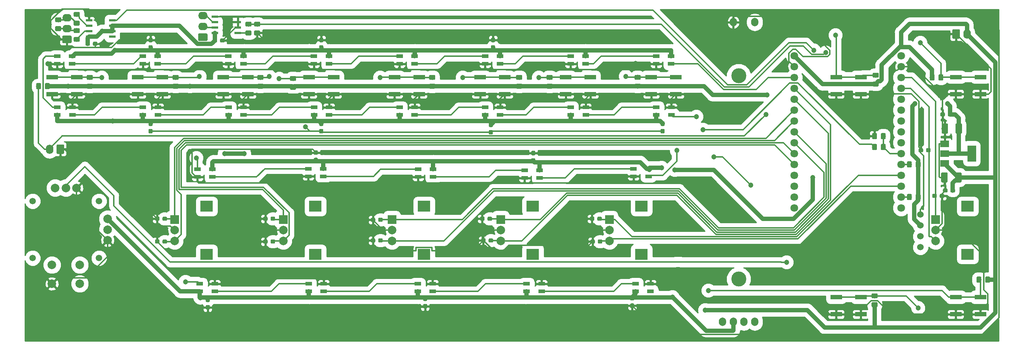
<source format=gbr>
G04 #@! TF.GenerationSoftware,KiCad,Pcbnew,(5.0.1-3-g963ef8bb5)*
G04 #@! TF.CreationDate,2019-11-20T19:59:20+01:00*
G04 #@! TF.ProjectId,RushBox2,52757368426F78322E6B696361645F70,rev?*
G04 #@! TF.SameCoordinates,Original*
G04 #@! TF.FileFunction,Copper,L1,Top,Signal*
G04 #@! TF.FilePolarity,Positive*
%FSLAX46Y46*%
G04 Gerber Fmt 4.6, Leading zero omitted, Abs format (unit mm)*
G04 Created by KiCad (PCBNEW (5.0.1-3-g963ef8bb5)) date 2019 November 20, Wednesday 19:59:20*
%MOMM*%
%LPD*%
G01*
G04 APERTURE LIST*
G04 #@! TA.AperFunction,ComponentPad*
%ADD10C,1.800000*%
G04 #@! TD*
G04 #@! TA.AperFunction,Conductor*
%ADD11C,0.100000*%
G04 #@! TD*
G04 #@! TA.AperFunction,SMDPad,CuDef*
%ADD12C,0.950000*%
G04 #@! TD*
G04 #@! TA.AperFunction,SMDPad,CuDef*
%ADD13C,1.500000*%
G04 #@! TD*
G04 #@! TA.AperFunction,SMDPad,CuDef*
%ADD14R,2.750000X1.000000*%
G04 #@! TD*
G04 #@! TA.AperFunction,SMDPad,CuDef*
%ADD15R,1.600000X0.850000*%
G04 #@! TD*
G04 #@! TA.AperFunction,ComponentPad*
%ADD16O,2.200000X1.740000*%
G04 #@! TD*
G04 #@! TA.AperFunction,ComponentPad*
%ADD17C,1.740000*%
G04 #@! TD*
G04 #@! TA.AperFunction,ComponentPad*
%ADD18O,1.740000X2.200000*%
G04 #@! TD*
G04 #@! TA.AperFunction,SMDPad,CuDef*
%ADD19C,1.150000*%
G04 #@! TD*
G04 #@! TA.AperFunction,ComponentPad*
%ADD20O,1.700000X2.000000*%
G04 #@! TD*
G04 #@! TA.AperFunction,ComponentPad*
%ADD21C,3.500000*%
G04 #@! TD*
G04 #@! TA.AperFunction,ComponentPad*
%ADD22R,2.000000X2.000000*%
G04 #@! TD*
G04 #@! TA.AperFunction,ComponentPad*
%ADD23C,2.000000*%
G04 #@! TD*
G04 #@! TA.AperFunction,ComponentPad*
%ADD24R,3.000000X2.500000*%
G04 #@! TD*
G04 #@! TA.AperFunction,SMDPad,CuDef*
%ADD25R,2.000000X3.800000*%
G04 #@! TD*
G04 #@! TA.AperFunction,SMDPad,CuDef*
%ADD26R,2.000000X1.500000*%
G04 #@! TD*
G04 #@! TA.AperFunction,SMDPad,CuDef*
%ADD27R,1.550000X0.600000*%
G04 #@! TD*
G04 #@! TA.AperFunction,ComponentPad*
%ADD28C,1.998980*%
G04 #@! TD*
G04 #@! TA.AperFunction,ComponentPad*
%ADD29C,1.501140*%
G04 #@! TD*
G04 #@! TA.AperFunction,ComponentPad*
%ADD30C,1.524000*%
G04 #@! TD*
G04 #@! TA.AperFunction,ViaPad*
%ADD31C,1.200000*%
G04 #@! TD*
G04 #@! TA.AperFunction,Conductor*
%ADD32C,0.300000*%
G04 #@! TD*
G04 #@! TA.AperFunction,Conductor*
%ADD33C,1.000000*%
G04 #@! TD*
G04 #@! TA.AperFunction,Conductor*
%ADD34C,0.254000*%
G04 #@! TD*
G04 APERTURE END LIST*
D10*
G04 #@! TO.P,U4,1*
G04 #@! TO.N,N/C*
X220980000Y-102616000D03*
G04 #@! TO.P,U4,2*
G04 #@! TO.N,/master*
X220980000Y-100076000D03*
G04 #@! TO.P,U4,3*
G04 #@! TO.N,/tilt*
X220980000Y-97536000D03*
G04 #@! TO.P,U4,4*
G04 #@! TO.N,/pan*
X220980000Y-94996000D03*
G04 #@! TO.P,U4,5*
G04 #@! TO.N,/hue_B*
X220980000Y-92456000D03*
G04 #@! TO.P,U4,6*
G04 #@! TO.N,/hue_A*
X220980000Y-89916000D03*
G04 #@! TO.P,U4,7*
G04 #@! TO.N,/sat_A*
X220980000Y-87376000D03*
G04 #@! TO.P,U4,8*
G04 #@! TO.N,/sat_B*
X220980000Y-84836000D03*
G04 #@! TO.P,U4,9*
G04 #@! TO.N,/zoom_B*
X220980000Y-82296000D03*
G04 #@! TO.P,U4,10*
G04 #@! TO.N,/zoom_A*
X220980000Y-79756000D03*
G04 #@! TO.P,U4,11*
G04 #@! TO.N,/white_A*
X220980000Y-77216000D03*
G04 #@! TO.P,U4,12*
G04 #@! TO.N,/white_B*
X220980000Y-74676000D03*
G04 #@! TO.P,U4,13*
G04 #@! TO.N,/pix*
X220980000Y-72136000D03*
G04 #@! TO.P,U4,14*
G04 #@! TO.N,GND*
X220980000Y-69596000D03*
G04 #@! TO.P,U4,15*
G04 #@! TO.N,+5V*
X220980000Y-67056000D03*
G04 #@! TO.P,U4,16*
G04 #@! TO.N,N/C*
X245980000Y-67056000D03*
G04 #@! TO.P,U4,17*
G04 #@! TO.N,GND*
X245980000Y-69596000D03*
G04 #@! TO.P,U4,18*
G04 #@! TO.N,/menu_A*
X245980000Y-72136000D03*
G04 #@! TO.P,U4,19*
G04 #@! TO.N,/menu_B*
X245980000Y-74676000D03*
G04 #@! TO.P,U4,20*
G04 #@! TO.N,N/C*
X245980000Y-77216000D03*
G04 #@! TO.P,U4,21*
G04 #@! TO.N,/RX*
X245980000Y-79756000D03*
G04 #@! TO.P,U4,22*
G04 #@! TO.N,/TX*
X245980000Y-82296000D03*
G04 #@! TO.P,U4,23*
G04 #@! TO.N,/cs*
X245980000Y-84836000D03*
G04 #@! TO.P,U4,24*
G04 #@! TO.N,/clk*
X245980000Y-87376000D03*
G04 #@! TO.P,U4,25*
G04 #@! TO.N,/btns*
X245980000Y-89916000D03*
G04 #@! TO.P,U4,26*
G04 #@! TO.N,/SDA*
X245980000Y-92456000D03*
G04 #@! TO.P,U4,27*
G04 #@! TO.N,/dim_A*
X245980000Y-94996000D03*
G04 #@! TO.P,U4,28*
G04 #@! TO.N,/dim_B*
X245980000Y-97536000D03*
G04 #@! TO.P,U4,29*
G04 #@! TO.N,/SCL*
X245980000Y-100076000D03*
G04 #@! TO.P,U4,30*
G04 #@! TO.N,N/C*
X245980000Y-102616000D03*
G04 #@! TD*
D11*
G04 #@! TO.N,+5V*
G04 #@! TO.C,C1*
G36*
X258346779Y-98078144D02*
X258369834Y-98081563D01*
X258392443Y-98087227D01*
X258414387Y-98095079D01*
X258435457Y-98105044D01*
X258455448Y-98117026D01*
X258474168Y-98130910D01*
X258491438Y-98146562D01*
X258507090Y-98163832D01*
X258520974Y-98182552D01*
X258532956Y-98202543D01*
X258542921Y-98223613D01*
X258550773Y-98245557D01*
X258556437Y-98268166D01*
X258559856Y-98291221D01*
X258561000Y-98314500D01*
X258561000Y-98789500D01*
X258559856Y-98812779D01*
X258556437Y-98835834D01*
X258550773Y-98858443D01*
X258542921Y-98880387D01*
X258532956Y-98901457D01*
X258520974Y-98921448D01*
X258507090Y-98940168D01*
X258491438Y-98957438D01*
X258474168Y-98973090D01*
X258455448Y-98986974D01*
X258435457Y-98998956D01*
X258414387Y-99008921D01*
X258392443Y-99016773D01*
X258369834Y-99022437D01*
X258346779Y-99025856D01*
X258323500Y-99027000D01*
X257748500Y-99027000D01*
X257725221Y-99025856D01*
X257702166Y-99022437D01*
X257679557Y-99016773D01*
X257657613Y-99008921D01*
X257636543Y-98998956D01*
X257616552Y-98986974D01*
X257597832Y-98973090D01*
X257580562Y-98957438D01*
X257564910Y-98940168D01*
X257551026Y-98921448D01*
X257539044Y-98901457D01*
X257529079Y-98880387D01*
X257521227Y-98858443D01*
X257515563Y-98835834D01*
X257512144Y-98812779D01*
X257511000Y-98789500D01*
X257511000Y-98314500D01*
X257512144Y-98291221D01*
X257515563Y-98268166D01*
X257521227Y-98245557D01*
X257529079Y-98223613D01*
X257539044Y-98202543D01*
X257551026Y-98182552D01*
X257564910Y-98163832D01*
X257580562Y-98146562D01*
X257597832Y-98130910D01*
X257616552Y-98117026D01*
X257636543Y-98105044D01*
X257657613Y-98095079D01*
X257679557Y-98087227D01*
X257702166Y-98081563D01*
X257725221Y-98078144D01*
X257748500Y-98077000D01*
X258323500Y-98077000D01*
X258346779Y-98078144D01*
X258346779Y-98078144D01*
G37*
D12*
G04 #@! TD*
G04 #@! TO.P,C1,1*
G04 #@! TO.N,+5V*
X258036000Y-98552000D03*
D11*
G04 #@! TO.N,GND*
G04 #@! TO.C,C1*
G36*
X256596779Y-98078144D02*
X256619834Y-98081563D01*
X256642443Y-98087227D01*
X256664387Y-98095079D01*
X256685457Y-98105044D01*
X256705448Y-98117026D01*
X256724168Y-98130910D01*
X256741438Y-98146562D01*
X256757090Y-98163832D01*
X256770974Y-98182552D01*
X256782956Y-98202543D01*
X256792921Y-98223613D01*
X256800773Y-98245557D01*
X256806437Y-98268166D01*
X256809856Y-98291221D01*
X256811000Y-98314500D01*
X256811000Y-98789500D01*
X256809856Y-98812779D01*
X256806437Y-98835834D01*
X256800773Y-98858443D01*
X256792921Y-98880387D01*
X256782956Y-98901457D01*
X256770974Y-98921448D01*
X256757090Y-98940168D01*
X256741438Y-98957438D01*
X256724168Y-98973090D01*
X256705448Y-98986974D01*
X256685457Y-98998956D01*
X256664387Y-99008921D01*
X256642443Y-99016773D01*
X256619834Y-99022437D01*
X256596779Y-99025856D01*
X256573500Y-99027000D01*
X255998500Y-99027000D01*
X255975221Y-99025856D01*
X255952166Y-99022437D01*
X255929557Y-99016773D01*
X255907613Y-99008921D01*
X255886543Y-98998956D01*
X255866552Y-98986974D01*
X255847832Y-98973090D01*
X255830562Y-98957438D01*
X255814910Y-98940168D01*
X255801026Y-98921448D01*
X255789044Y-98901457D01*
X255779079Y-98880387D01*
X255771227Y-98858443D01*
X255765563Y-98835834D01*
X255762144Y-98812779D01*
X255761000Y-98789500D01*
X255761000Y-98314500D01*
X255762144Y-98291221D01*
X255765563Y-98268166D01*
X255771227Y-98245557D01*
X255779079Y-98223613D01*
X255789044Y-98202543D01*
X255801026Y-98182552D01*
X255814910Y-98163832D01*
X255830562Y-98146562D01*
X255847832Y-98130910D01*
X255866552Y-98117026D01*
X255886543Y-98105044D01*
X255907613Y-98095079D01*
X255929557Y-98087227D01*
X255952166Y-98081563D01*
X255975221Y-98078144D01*
X255998500Y-98077000D01*
X256573500Y-98077000D01*
X256596779Y-98078144D01*
X256596779Y-98078144D01*
G37*
D12*
G04 #@! TD*
G04 #@! TO.P,C1,2*
G04 #@! TO.N,GND*
X256286000Y-98552000D03*
D11*
G04 #@! TO.N,+3V3*
G04 #@! TO.C,C2*
G36*
X257725779Y-80298144D02*
X257748834Y-80301563D01*
X257771443Y-80307227D01*
X257793387Y-80315079D01*
X257814457Y-80325044D01*
X257834448Y-80337026D01*
X257853168Y-80350910D01*
X257870438Y-80366562D01*
X257886090Y-80383832D01*
X257899974Y-80402552D01*
X257911956Y-80422543D01*
X257921921Y-80443613D01*
X257929773Y-80465557D01*
X257935437Y-80488166D01*
X257938856Y-80511221D01*
X257940000Y-80534500D01*
X257940000Y-81009500D01*
X257938856Y-81032779D01*
X257935437Y-81055834D01*
X257929773Y-81078443D01*
X257921921Y-81100387D01*
X257911956Y-81121457D01*
X257899974Y-81141448D01*
X257886090Y-81160168D01*
X257870438Y-81177438D01*
X257853168Y-81193090D01*
X257834448Y-81206974D01*
X257814457Y-81218956D01*
X257793387Y-81228921D01*
X257771443Y-81236773D01*
X257748834Y-81242437D01*
X257725779Y-81245856D01*
X257702500Y-81247000D01*
X257127500Y-81247000D01*
X257104221Y-81245856D01*
X257081166Y-81242437D01*
X257058557Y-81236773D01*
X257036613Y-81228921D01*
X257015543Y-81218956D01*
X256995552Y-81206974D01*
X256976832Y-81193090D01*
X256959562Y-81177438D01*
X256943910Y-81160168D01*
X256930026Y-81141448D01*
X256918044Y-81121457D01*
X256908079Y-81100387D01*
X256900227Y-81078443D01*
X256894563Y-81055834D01*
X256891144Y-81032779D01*
X256890000Y-81009500D01*
X256890000Y-80534500D01*
X256891144Y-80511221D01*
X256894563Y-80488166D01*
X256900227Y-80465557D01*
X256908079Y-80443613D01*
X256918044Y-80422543D01*
X256930026Y-80402552D01*
X256943910Y-80383832D01*
X256959562Y-80366562D01*
X256976832Y-80350910D01*
X256995552Y-80337026D01*
X257015543Y-80325044D01*
X257036613Y-80315079D01*
X257058557Y-80307227D01*
X257081166Y-80301563D01*
X257104221Y-80298144D01*
X257127500Y-80297000D01*
X257702500Y-80297000D01*
X257725779Y-80298144D01*
X257725779Y-80298144D01*
G37*
D12*
G04 #@! TD*
G04 #@! TO.P,C2,2*
G04 #@! TO.N,+3V3*
X257415000Y-80772000D03*
D11*
G04 #@! TO.N,GND*
G04 #@! TO.C,C2*
G36*
X255975779Y-80298144D02*
X255998834Y-80301563D01*
X256021443Y-80307227D01*
X256043387Y-80315079D01*
X256064457Y-80325044D01*
X256084448Y-80337026D01*
X256103168Y-80350910D01*
X256120438Y-80366562D01*
X256136090Y-80383832D01*
X256149974Y-80402552D01*
X256161956Y-80422543D01*
X256171921Y-80443613D01*
X256179773Y-80465557D01*
X256185437Y-80488166D01*
X256188856Y-80511221D01*
X256190000Y-80534500D01*
X256190000Y-81009500D01*
X256188856Y-81032779D01*
X256185437Y-81055834D01*
X256179773Y-81078443D01*
X256171921Y-81100387D01*
X256161956Y-81121457D01*
X256149974Y-81141448D01*
X256136090Y-81160168D01*
X256120438Y-81177438D01*
X256103168Y-81193090D01*
X256084448Y-81206974D01*
X256064457Y-81218956D01*
X256043387Y-81228921D01*
X256021443Y-81236773D01*
X255998834Y-81242437D01*
X255975779Y-81245856D01*
X255952500Y-81247000D01*
X255377500Y-81247000D01*
X255354221Y-81245856D01*
X255331166Y-81242437D01*
X255308557Y-81236773D01*
X255286613Y-81228921D01*
X255265543Y-81218956D01*
X255245552Y-81206974D01*
X255226832Y-81193090D01*
X255209562Y-81177438D01*
X255193910Y-81160168D01*
X255180026Y-81141448D01*
X255168044Y-81121457D01*
X255158079Y-81100387D01*
X255150227Y-81078443D01*
X255144563Y-81055834D01*
X255141144Y-81032779D01*
X255140000Y-81009500D01*
X255140000Y-80534500D01*
X255141144Y-80511221D01*
X255144563Y-80488166D01*
X255150227Y-80465557D01*
X255158079Y-80443613D01*
X255168044Y-80422543D01*
X255180026Y-80402552D01*
X255193910Y-80383832D01*
X255209562Y-80366562D01*
X255226832Y-80350910D01*
X255245552Y-80337026D01*
X255265543Y-80325044D01*
X255286613Y-80315079D01*
X255308557Y-80307227D01*
X255331166Y-80301563D01*
X255354221Y-80298144D01*
X255377500Y-80297000D01*
X255952500Y-80297000D01*
X255975779Y-80298144D01*
X255975779Y-80298144D01*
G37*
D12*
G04 #@! TD*
G04 #@! TO.P,C2,1*
G04 #@! TO.N,GND*
X255665000Y-80772000D03*
D11*
G04 #@! TO.N,GND*
G04 #@! TO.C,C3*
G36*
X97733779Y-104682144D02*
X97756834Y-104685563D01*
X97779443Y-104691227D01*
X97801387Y-104699079D01*
X97822457Y-104709044D01*
X97842448Y-104721026D01*
X97861168Y-104734910D01*
X97878438Y-104750562D01*
X97894090Y-104767832D01*
X97907974Y-104786552D01*
X97919956Y-104806543D01*
X97929921Y-104827613D01*
X97937773Y-104849557D01*
X97943437Y-104872166D01*
X97946856Y-104895221D01*
X97948000Y-104918500D01*
X97948000Y-105393500D01*
X97946856Y-105416779D01*
X97943437Y-105439834D01*
X97937773Y-105462443D01*
X97929921Y-105484387D01*
X97919956Y-105505457D01*
X97907974Y-105525448D01*
X97894090Y-105544168D01*
X97878438Y-105561438D01*
X97861168Y-105577090D01*
X97842448Y-105590974D01*
X97822457Y-105602956D01*
X97801387Y-105612921D01*
X97779443Y-105620773D01*
X97756834Y-105626437D01*
X97733779Y-105629856D01*
X97710500Y-105631000D01*
X97135500Y-105631000D01*
X97112221Y-105629856D01*
X97089166Y-105626437D01*
X97066557Y-105620773D01*
X97044613Y-105612921D01*
X97023543Y-105602956D01*
X97003552Y-105590974D01*
X96984832Y-105577090D01*
X96967562Y-105561438D01*
X96951910Y-105544168D01*
X96938026Y-105525448D01*
X96926044Y-105505457D01*
X96916079Y-105484387D01*
X96908227Y-105462443D01*
X96902563Y-105439834D01*
X96899144Y-105416779D01*
X96898000Y-105393500D01*
X96898000Y-104918500D01*
X96899144Y-104895221D01*
X96902563Y-104872166D01*
X96908227Y-104849557D01*
X96916079Y-104827613D01*
X96926044Y-104806543D01*
X96938026Y-104786552D01*
X96951910Y-104767832D01*
X96967562Y-104750562D01*
X96984832Y-104734910D01*
X97003552Y-104721026D01*
X97023543Y-104709044D01*
X97044613Y-104699079D01*
X97066557Y-104691227D01*
X97089166Y-104685563D01*
X97112221Y-104682144D01*
X97135500Y-104681000D01*
X97710500Y-104681000D01*
X97733779Y-104682144D01*
X97733779Y-104682144D01*
G37*
D12*
G04 #@! TD*
G04 #@! TO.P,C3,1*
G04 #@! TO.N,GND*
X97423000Y-105156000D03*
D11*
G04 #@! TO.N,/hue_A*
G04 #@! TO.C,C3*
G36*
X99483779Y-104682144D02*
X99506834Y-104685563D01*
X99529443Y-104691227D01*
X99551387Y-104699079D01*
X99572457Y-104709044D01*
X99592448Y-104721026D01*
X99611168Y-104734910D01*
X99628438Y-104750562D01*
X99644090Y-104767832D01*
X99657974Y-104786552D01*
X99669956Y-104806543D01*
X99679921Y-104827613D01*
X99687773Y-104849557D01*
X99693437Y-104872166D01*
X99696856Y-104895221D01*
X99698000Y-104918500D01*
X99698000Y-105393500D01*
X99696856Y-105416779D01*
X99693437Y-105439834D01*
X99687773Y-105462443D01*
X99679921Y-105484387D01*
X99669956Y-105505457D01*
X99657974Y-105525448D01*
X99644090Y-105544168D01*
X99628438Y-105561438D01*
X99611168Y-105577090D01*
X99592448Y-105590974D01*
X99572457Y-105602956D01*
X99551387Y-105612921D01*
X99529443Y-105620773D01*
X99506834Y-105626437D01*
X99483779Y-105629856D01*
X99460500Y-105631000D01*
X98885500Y-105631000D01*
X98862221Y-105629856D01*
X98839166Y-105626437D01*
X98816557Y-105620773D01*
X98794613Y-105612921D01*
X98773543Y-105602956D01*
X98753552Y-105590974D01*
X98734832Y-105577090D01*
X98717562Y-105561438D01*
X98701910Y-105544168D01*
X98688026Y-105525448D01*
X98676044Y-105505457D01*
X98666079Y-105484387D01*
X98658227Y-105462443D01*
X98652563Y-105439834D01*
X98649144Y-105416779D01*
X98648000Y-105393500D01*
X98648000Y-104918500D01*
X98649144Y-104895221D01*
X98652563Y-104872166D01*
X98658227Y-104849557D01*
X98666079Y-104827613D01*
X98676044Y-104806543D01*
X98688026Y-104786552D01*
X98701910Y-104767832D01*
X98717562Y-104750562D01*
X98734832Y-104734910D01*
X98753552Y-104721026D01*
X98773543Y-104709044D01*
X98794613Y-104699079D01*
X98816557Y-104691227D01*
X98839166Y-104685563D01*
X98862221Y-104682144D01*
X98885500Y-104681000D01*
X99460500Y-104681000D01*
X99483779Y-104682144D01*
X99483779Y-104682144D01*
G37*
D12*
G04 #@! TD*
G04 #@! TO.P,C3,2*
G04 #@! TO.N,/hue_A*
X99173000Y-105156000D03*
D11*
G04 #@! TO.N,GND*
G04 #@! TO.C,C4*
G36*
X97733779Y-110016144D02*
X97756834Y-110019563D01*
X97779443Y-110025227D01*
X97801387Y-110033079D01*
X97822457Y-110043044D01*
X97842448Y-110055026D01*
X97861168Y-110068910D01*
X97878438Y-110084562D01*
X97894090Y-110101832D01*
X97907974Y-110120552D01*
X97919956Y-110140543D01*
X97929921Y-110161613D01*
X97937773Y-110183557D01*
X97943437Y-110206166D01*
X97946856Y-110229221D01*
X97948000Y-110252500D01*
X97948000Y-110727500D01*
X97946856Y-110750779D01*
X97943437Y-110773834D01*
X97937773Y-110796443D01*
X97929921Y-110818387D01*
X97919956Y-110839457D01*
X97907974Y-110859448D01*
X97894090Y-110878168D01*
X97878438Y-110895438D01*
X97861168Y-110911090D01*
X97842448Y-110924974D01*
X97822457Y-110936956D01*
X97801387Y-110946921D01*
X97779443Y-110954773D01*
X97756834Y-110960437D01*
X97733779Y-110963856D01*
X97710500Y-110965000D01*
X97135500Y-110965000D01*
X97112221Y-110963856D01*
X97089166Y-110960437D01*
X97066557Y-110954773D01*
X97044613Y-110946921D01*
X97023543Y-110936956D01*
X97003552Y-110924974D01*
X96984832Y-110911090D01*
X96967562Y-110895438D01*
X96951910Y-110878168D01*
X96938026Y-110859448D01*
X96926044Y-110839457D01*
X96916079Y-110818387D01*
X96908227Y-110796443D01*
X96902563Y-110773834D01*
X96899144Y-110750779D01*
X96898000Y-110727500D01*
X96898000Y-110252500D01*
X96899144Y-110229221D01*
X96902563Y-110206166D01*
X96908227Y-110183557D01*
X96916079Y-110161613D01*
X96926044Y-110140543D01*
X96938026Y-110120552D01*
X96951910Y-110101832D01*
X96967562Y-110084562D01*
X96984832Y-110068910D01*
X97003552Y-110055026D01*
X97023543Y-110043044D01*
X97044613Y-110033079D01*
X97066557Y-110025227D01*
X97089166Y-110019563D01*
X97112221Y-110016144D01*
X97135500Y-110015000D01*
X97710500Y-110015000D01*
X97733779Y-110016144D01*
X97733779Y-110016144D01*
G37*
D12*
G04 #@! TD*
G04 #@! TO.P,C4,2*
G04 #@! TO.N,GND*
X97423000Y-110490000D03*
D11*
G04 #@! TO.N,/hue_B*
G04 #@! TO.C,C4*
G36*
X99483779Y-110016144D02*
X99506834Y-110019563D01*
X99529443Y-110025227D01*
X99551387Y-110033079D01*
X99572457Y-110043044D01*
X99592448Y-110055026D01*
X99611168Y-110068910D01*
X99628438Y-110084562D01*
X99644090Y-110101832D01*
X99657974Y-110120552D01*
X99669956Y-110140543D01*
X99679921Y-110161613D01*
X99687773Y-110183557D01*
X99693437Y-110206166D01*
X99696856Y-110229221D01*
X99698000Y-110252500D01*
X99698000Y-110727500D01*
X99696856Y-110750779D01*
X99693437Y-110773834D01*
X99687773Y-110796443D01*
X99679921Y-110818387D01*
X99669956Y-110839457D01*
X99657974Y-110859448D01*
X99644090Y-110878168D01*
X99628438Y-110895438D01*
X99611168Y-110911090D01*
X99592448Y-110924974D01*
X99572457Y-110936956D01*
X99551387Y-110946921D01*
X99529443Y-110954773D01*
X99506834Y-110960437D01*
X99483779Y-110963856D01*
X99460500Y-110965000D01*
X98885500Y-110965000D01*
X98862221Y-110963856D01*
X98839166Y-110960437D01*
X98816557Y-110954773D01*
X98794613Y-110946921D01*
X98773543Y-110936956D01*
X98753552Y-110924974D01*
X98734832Y-110911090D01*
X98717562Y-110895438D01*
X98701910Y-110878168D01*
X98688026Y-110859448D01*
X98676044Y-110839457D01*
X98666079Y-110818387D01*
X98658227Y-110796443D01*
X98652563Y-110773834D01*
X98649144Y-110750779D01*
X98648000Y-110727500D01*
X98648000Y-110252500D01*
X98649144Y-110229221D01*
X98652563Y-110206166D01*
X98658227Y-110183557D01*
X98666079Y-110161613D01*
X98676044Y-110140543D01*
X98688026Y-110120552D01*
X98701910Y-110101832D01*
X98717562Y-110084562D01*
X98734832Y-110068910D01*
X98753552Y-110055026D01*
X98773543Y-110043044D01*
X98794613Y-110033079D01*
X98816557Y-110025227D01*
X98839166Y-110019563D01*
X98862221Y-110016144D01*
X98885500Y-110015000D01*
X99460500Y-110015000D01*
X99483779Y-110016144D01*
X99483779Y-110016144D01*
G37*
D12*
G04 #@! TD*
G04 #@! TO.P,C4,1*
G04 #@! TO.N,/hue_B*
X99173000Y-110490000D03*
D11*
G04 #@! TO.N,GND*
G04 #@! TO.C,C5*
G36*
X255834779Y-99348144D02*
X255857834Y-99351563D01*
X255880443Y-99357227D01*
X255902387Y-99365079D01*
X255923457Y-99375044D01*
X255943448Y-99387026D01*
X255962168Y-99400910D01*
X255979438Y-99416562D01*
X255995090Y-99433832D01*
X256008974Y-99452552D01*
X256020956Y-99472543D01*
X256030921Y-99493613D01*
X256038773Y-99515557D01*
X256044437Y-99538166D01*
X256047856Y-99561221D01*
X256049000Y-99584500D01*
X256049000Y-100059500D01*
X256047856Y-100082779D01*
X256044437Y-100105834D01*
X256038773Y-100128443D01*
X256030921Y-100150387D01*
X256020956Y-100171457D01*
X256008974Y-100191448D01*
X255995090Y-100210168D01*
X255979438Y-100227438D01*
X255962168Y-100243090D01*
X255943448Y-100256974D01*
X255923457Y-100268956D01*
X255902387Y-100278921D01*
X255880443Y-100286773D01*
X255857834Y-100292437D01*
X255834779Y-100295856D01*
X255811500Y-100297000D01*
X255236500Y-100297000D01*
X255213221Y-100295856D01*
X255190166Y-100292437D01*
X255167557Y-100286773D01*
X255145613Y-100278921D01*
X255124543Y-100268956D01*
X255104552Y-100256974D01*
X255085832Y-100243090D01*
X255068562Y-100227438D01*
X255052910Y-100210168D01*
X255039026Y-100191448D01*
X255027044Y-100171457D01*
X255017079Y-100150387D01*
X255009227Y-100128443D01*
X255003563Y-100105834D01*
X255000144Y-100082779D01*
X254999000Y-100059500D01*
X254999000Y-99584500D01*
X255000144Y-99561221D01*
X255003563Y-99538166D01*
X255009227Y-99515557D01*
X255017079Y-99493613D01*
X255027044Y-99472543D01*
X255039026Y-99452552D01*
X255052910Y-99433832D01*
X255068562Y-99416562D01*
X255085832Y-99400910D01*
X255104552Y-99387026D01*
X255124543Y-99375044D01*
X255145613Y-99365079D01*
X255167557Y-99357227D01*
X255190166Y-99351563D01*
X255213221Y-99348144D01*
X255236500Y-99347000D01*
X255811500Y-99347000D01*
X255834779Y-99348144D01*
X255834779Y-99348144D01*
G37*
D12*
G04 #@! TD*
G04 #@! TO.P,C5,1*
G04 #@! TO.N,GND*
X255524000Y-99822000D03*
D11*
G04 #@! TO.N,/menu_A*
G04 #@! TO.C,C5*
G36*
X254084779Y-99348144D02*
X254107834Y-99351563D01*
X254130443Y-99357227D01*
X254152387Y-99365079D01*
X254173457Y-99375044D01*
X254193448Y-99387026D01*
X254212168Y-99400910D01*
X254229438Y-99416562D01*
X254245090Y-99433832D01*
X254258974Y-99452552D01*
X254270956Y-99472543D01*
X254280921Y-99493613D01*
X254288773Y-99515557D01*
X254294437Y-99538166D01*
X254297856Y-99561221D01*
X254299000Y-99584500D01*
X254299000Y-100059500D01*
X254297856Y-100082779D01*
X254294437Y-100105834D01*
X254288773Y-100128443D01*
X254280921Y-100150387D01*
X254270956Y-100171457D01*
X254258974Y-100191448D01*
X254245090Y-100210168D01*
X254229438Y-100227438D01*
X254212168Y-100243090D01*
X254193448Y-100256974D01*
X254173457Y-100268956D01*
X254152387Y-100278921D01*
X254130443Y-100286773D01*
X254107834Y-100292437D01*
X254084779Y-100295856D01*
X254061500Y-100297000D01*
X253486500Y-100297000D01*
X253463221Y-100295856D01*
X253440166Y-100292437D01*
X253417557Y-100286773D01*
X253395613Y-100278921D01*
X253374543Y-100268956D01*
X253354552Y-100256974D01*
X253335832Y-100243090D01*
X253318562Y-100227438D01*
X253302910Y-100210168D01*
X253289026Y-100191448D01*
X253277044Y-100171457D01*
X253267079Y-100150387D01*
X253259227Y-100128443D01*
X253253563Y-100105834D01*
X253250144Y-100082779D01*
X253249000Y-100059500D01*
X253249000Y-99584500D01*
X253250144Y-99561221D01*
X253253563Y-99538166D01*
X253259227Y-99515557D01*
X253267079Y-99493613D01*
X253277044Y-99472543D01*
X253289026Y-99452552D01*
X253302910Y-99433832D01*
X253318562Y-99416562D01*
X253335832Y-99400910D01*
X253354552Y-99387026D01*
X253374543Y-99375044D01*
X253395613Y-99365079D01*
X253417557Y-99357227D01*
X253440166Y-99351563D01*
X253463221Y-99348144D01*
X253486500Y-99347000D01*
X254061500Y-99347000D01*
X254084779Y-99348144D01*
X254084779Y-99348144D01*
G37*
D12*
G04 #@! TD*
G04 #@! TO.P,C5,2*
G04 #@! TO.N,/menu_A*
X253774000Y-99822000D03*
D11*
G04 #@! TO.N,GND*
G04 #@! TO.C,C6*
G36*
X250895779Y-88680144D02*
X250918834Y-88683563D01*
X250941443Y-88689227D01*
X250963387Y-88697079D01*
X250984457Y-88707044D01*
X251004448Y-88719026D01*
X251023168Y-88732910D01*
X251040438Y-88748562D01*
X251056090Y-88765832D01*
X251069974Y-88784552D01*
X251081956Y-88804543D01*
X251091921Y-88825613D01*
X251099773Y-88847557D01*
X251105437Y-88870166D01*
X251108856Y-88893221D01*
X251110000Y-88916500D01*
X251110000Y-89391500D01*
X251108856Y-89414779D01*
X251105437Y-89437834D01*
X251099773Y-89460443D01*
X251091921Y-89482387D01*
X251081956Y-89503457D01*
X251069974Y-89523448D01*
X251056090Y-89542168D01*
X251040438Y-89559438D01*
X251023168Y-89575090D01*
X251004448Y-89588974D01*
X250984457Y-89600956D01*
X250963387Y-89610921D01*
X250941443Y-89618773D01*
X250918834Y-89624437D01*
X250895779Y-89627856D01*
X250872500Y-89629000D01*
X250297500Y-89629000D01*
X250274221Y-89627856D01*
X250251166Y-89624437D01*
X250228557Y-89618773D01*
X250206613Y-89610921D01*
X250185543Y-89600956D01*
X250165552Y-89588974D01*
X250146832Y-89575090D01*
X250129562Y-89559438D01*
X250113910Y-89542168D01*
X250100026Y-89523448D01*
X250088044Y-89503457D01*
X250078079Y-89482387D01*
X250070227Y-89460443D01*
X250064563Y-89437834D01*
X250061144Y-89414779D01*
X250060000Y-89391500D01*
X250060000Y-88916500D01*
X250061144Y-88893221D01*
X250064563Y-88870166D01*
X250070227Y-88847557D01*
X250078079Y-88825613D01*
X250088044Y-88804543D01*
X250100026Y-88784552D01*
X250113910Y-88765832D01*
X250129562Y-88748562D01*
X250146832Y-88732910D01*
X250165552Y-88719026D01*
X250185543Y-88707044D01*
X250206613Y-88697079D01*
X250228557Y-88689227D01*
X250251166Y-88683563D01*
X250274221Y-88680144D01*
X250297500Y-88679000D01*
X250872500Y-88679000D01*
X250895779Y-88680144D01*
X250895779Y-88680144D01*
G37*
D12*
G04 #@! TD*
G04 #@! TO.P,C6,2*
G04 #@! TO.N,GND*
X250585000Y-89154000D03*
D11*
G04 #@! TO.N,/menu_B*
G04 #@! TO.C,C6*
G36*
X252645779Y-88680144D02*
X252668834Y-88683563D01*
X252691443Y-88689227D01*
X252713387Y-88697079D01*
X252734457Y-88707044D01*
X252754448Y-88719026D01*
X252773168Y-88732910D01*
X252790438Y-88748562D01*
X252806090Y-88765832D01*
X252819974Y-88784552D01*
X252831956Y-88804543D01*
X252841921Y-88825613D01*
X252849773Y-88847557D01*
X252855437Y-88870166D01*
X252858856Y-88893221D01*
X252860000Y-88916500D01*
X252860000Y-89391500D01*
X252858856Y-89414779D01*
X252855437Y-89437834D01*
X252849773Y-89460443D01*
X252841921Y-89482387D01*
X252831956Y-89503457D01*
X252819974Y-89523448D01*
X252806090Y-89542168D01*
X252790438Y-89559438D01*
X252773168Y-89575090D01*
X252754448Y-89588974D01*
X252734457Y-89600956D01*
X252713387Y-89610921D01*
X252691443Y-89618773D01*
X252668834Y-89624437D01*
X252645779Y-89627856D01*
X252622500Y-89629000D01*
X252047500Y-89629000D01*
X252024221Y-89627856D01*
X252001166Y-89624437D01*
X251978557Y-89618773D01*
X251956613Y-89610921D01*
X251935543Y-89600956D01*
X251915552Y-89588974D01*
X251896832Y-89575090D01*
X251879562Y-89559438D01*
X251863910Y-89542168D01*
X251850026Y-89523448D01*
X251838044Y-89503457D01*
X251828079Y-89482387D01*
X251820227Y-89460443D01*
X251814563Y-89437834D01*
X251811144Y-89414779D01*
X251810000Y-89391500D01*
X251810000Y-88916500D01*
X251811144Y-88893221D01*
X251814563Y-88870166D01*
X251820227Y-88847557D01*
X251828079Y-88825613D01*
X251838044Y-88804543D01*
X251850026Y-88784552D01*
X251863910Y-88765832D01*
X251879562Y-88748562D01*
X251896832Y-88732910D01*
X251915552Y-88719026D01*
X251935543Y-88707044D01*
X251956613Y-88697079D01*
X251978557Y-88689227D01*
X252001166Y-88683563D01*
X252024221Y-88680144D01*
X252047500Y-88679000D01*
X252622500Y-88679000D01*
X252645779Y-88680144D01*
X252645779Y-88680144D01*
G37*
D12*
G04 #@! TD*
G04 #@! TO.P,C6,1*
G04 #@! TO.N,/menu_B*
X252335000Y-89154000D03*
D11*
G04 #@! TO.N,GND*
G04 #@! TO.C,C7*
G36*
X122879779Y-104936144D02*
X122902834Y-104939563D01*
X122925443Y-104945227D01*
X122947387Y-104953079D01*
X122968457Y-104963044D01*
X122988448Y-104975026D01*
X123007168Y-104988910D01*
X123024438Y-105004562D01*
X123040090Y-105021832D01*
X123053974Y-105040552D01*
X123065956Y-105060543D01*
X123075921Y-105081613D01*
X123083773Y-105103557D01*
X123089437Y-105126166D01*
X123092856Y-105149221D01*
X123094000Y-105172500D01*
X123094000Y-105647500D01*
X123092856Y-105670779D01*
X123089437Y-105693834D01*
X123083773Y-105716443D01*
X123075921Y-105738387D01*
X123065956Y-105759457D01*
X123053974Y-105779448D01*
X123040090Y-105798168D01*
X123024438Y-105815438D01*
X123007168Y-105831090D01*
X122988448Y-105844974D01*
X122968457Y-105856956D01*
X122947387Y-105866921D01*
X122925443Y-105874773D01*
X122902834Y-105880437D01*
X122879779Y-105883856D01*
X122856500Y-105885000D01*
X122281500Y-105885000D01*
X122258221Y-105883856D01*
X122235166Y-105880437D01*
X122212557Y-105874773D01*
X122190613Y-105866921D01*
X122169543Y-105856956D01*
X122149552Y-105844974D01*
X122130832Y-105831090D01*
X122113562Y-105815438D01*
X122097910Y-105798168D01*
X122084026Y-105779448D01*
X122072044Y-105759457D01*
X122062079Y-105738387D01*
X122054227Y-105716443D01*
X122048563Y-105693834D01*
X122045144Y-105670779D01*
X122044000Y-105647500D01*
X122044000Y-105172500D01*
X122045144Y-105149221D01*
X122048563Y-105126166D01*
X122054227Y-105103557D01*
X122062079Y-105081613D01*
X122072044Y-105060543D01*
X122084026Y-105040552D01*
X122097910Y-105021832D01*
X122113562Y-105004562D01*
X122130832Y-104988910D01*
X122149552Y-104975026D01*
X122169543Y-104963044D01*
X122190613Y-104953079D01*
X122212557Y-104945227D01*
X122235166Y-104939563D01*
X122258221Y-104936144D01*
X122281500Y-104935000D01*
X122856500Y-104935000D01*
X122879779Y-104936144D01*
X122879779Y-104936144D01*
G37*
D12*
G04 #@! TD*
G04 #@! TO.P,C7,1*
G04 #@! TO.N,GND*
X122569000Y-105410000D03*
D11*
G04 #@! TO.N,/sat_A*
G04 #@! TO.C,C7*
G36*
X124629779Y-104936144D02*
X124652834Y-104939563D01*
X124675443Y-104945227D01*
X124697387Y-104953079D01*
X124718457Y-104963044D01*
X124738448Y-104975026D01*
X124757168Y-104988910D01*
X124774438Y-105004562D01*
X124790090Y-105021832D01*
X124803974Y-105040552D01*
X124815956Y-105060543D01*
X124825921Y-105081613D01*
X124833773Y-105103557D01*
X124839437Y-105126166D01*
X124842856Y-105149221D01*
X124844000Y-105172500D01*
X124844000Y-105647500D01*
X124842856Y-105670779D01*
X124839437Y-105693834D01*
X124833773Y-105716443D01*
X124825921Y-105738387D01*
X124815956Y-105759457D01*
X124803974Y-105779448D01*
X124790090Y-105798168D01*
X124774438Y-105815438D01*
X124757168Y-105831090D01*
X124738448Y-105844974D01*
X124718457Y-105856956D01*
X124697387Y-105866921D01*
X124675443Y-105874773D01*
X124652834Y-105880437D01*
X124629779Y-105883856D01*
X124606500Y-105885000D01*
X124031500Y-105885000D01*
X124008221Y-105883856D01*
X123985166Y-105880437D01*
X123962557Y-105874773D01*
X123940613Y-105866921D01*
X123919543Y-105856956D01*
X123899552Y-105844974D01*
X123880832Y-105831090D01*
X123863562Y-105815438D01*
X123847910Y-105798168D01*
X123834026Y-105779448D01*
X123822044Y-105759457D01*
X123812079Y-105738387D01*
X123804227Y-105716443D01*
X123798563Y-105693834D01*
X123795144Y-105670779D01*
X123794000Y-105647500D01*
X123794000Y-105172500D01*
X123795144Y-105149221D01*
X123798563Y-105126166D01*
X123804227Y-105103557D01*
X123812079Y-105081613D01*
X123822044Y-105060543D01*
X123834026Y-105040552D01*
X123847910Y-105021832D01*
X123863562Y-105004562D01*
X123880832Y-104988910D01*
X123899552Y-104975026D01*
X123919543Y-104963044D01*
X123940613Y-104953079D01*
X123962557Y-104945227D01*
X123985166Y-104939563D01*
X124008221Y-104936144D01*
X124031500Y-104935000D01*
X124606500Y-104935000D01*
X124629779Y-104936144D01*
X124629779Y-104936144D01*
G37*
D12*
G04 #@! TD*
G04 #@! TO.P,C7,2*
G04 #@! TO.N,/sat_A*
X124319000Y-105410000D03*
D11*
G04 #@! TO.N,GND*
G04 #@! TO.C,C8*
G36*
X122879779Y-109762144D02*
X122902834Y-109765563D01*
X122925443Y-109771227D01*
X122947387Y-109779079D01*
X122968457Y-109789044D01*
X122988448Y-109801026D01*
X123007168Y-109814910D01*
X123024438Y-109830562D01*
X123040090Y-109847832D01*
X123053974Y-109866552D01*
X123065956Y-109886543D01*
X123075921Y-109907613D01*
X123083773Y-109929557D01*
X123089437Y-109952166D01*
X123092856Y-109975221D01*
X123094000Y-109998500D01*
X123094000Y-110473500D01*
X123092856Y-110496779D01*
X123089437Y-110519834D01*
X123083773Y-110542443D01*
X123075921Y-110564387D01*
X123065956Y-110585457D01*
X123053974Y-110605448D01*
X123040090Y-110624168D01*
X123024438Y-110641438D01*
X123007168Y-110657090D01*
X122988448Y-110670974D01*
X122968457Y-110682956D01*
X122947387Y-110692921D01*
X122925443Y-110700773D01*
X122902834Y-110706437D01*
X122879779Y-110709856D01*
X122856500Y-110711000D01*
X122281500Y-110711000D01*
X122258221Y-110709856D01*
X122235166Y-110706437D01*
X122212557Y-110700773D01*
X122190613Y-110692921D01*
X122169543Y-110682956D01*
X122149552Y-110670974D01*
X122130832Y-110657090D01*
X122113562Y-110641438D01*
X122097910Y-110624168D01*
X122084026Y-110605448D01*
X122072044Y-110585457D01*
X122062079Y-110564387D01*
X122054227Y-110542443D01*
X122048563Y-110519834D01*
X122045144Y-110496779D01*
X122044000Y-110473500D01*
X122044000Y-109998500D01*
X122045144Y-109975221D01*
X122048563Y-109952166D01*
X122054227Y-109929557D01*
X122062079Y-109907613D01*
X122072044Y-109886543D01*
X122084026Y-109866552D01*
X122097910Y-109847832D01*
X122113562Y-109830562D01*
X122130832Y-109814910D01*
X122149552Y-109801026D01*
X122169543Y-109789044D01*
X122190613Y-109779079D01*
X122212557Y-109771227D01*
X122235166Y-109765563D01*
X122258221Y-109762144D01*
X122281500Y-109761000D01*
X122856500Y-109761000D01*
X122879779Y-109762144D01*
X122879779Y-109762144D01*
G37*
D12*
G04 #@! TD*
G04 #@! TO.P,C8,2*
G04 #@! TO.N,GND*
X122569000Y-110236000D03*
D11*
G04 #@! TO.N,/sat_B*
G04 #@! TO.C,C8*
G36*
X124629779Y-109762144D02*
X124652834Y-109765563D01*
X124675443Y-109771227D01*
X124697387Y-109779079D01*
X124718457Y-109789044D01*
X124738448Y-109801026D01*
X124757168Y-109814910D01*
X124774438Y-109830562D01*
X124790090Y-109847832D01*
X124803974Y-109866552D01*
X124815956Y-109886543D01*
X124825921Y-109907613D01*
X124833773Y-109929557D01*
X124839437Y-109952166D01*
X124842856Y-109975221D01*
X124844000Y-109998500D01*
X124844000Y-110473500D01*
X124842856Y-110496779D01*
X124839437Y-110519834D01*
X124833773Y-110542443D01*
X124825921Y-110564387D01*
X124815956Y-110585457D01*
X124803974Y-110605448D01*
X124790090Y-110624168D01*
X124774438Y-110641438D01*
X124757168Y-110657090D01*
X124738448Y-110670974D01*
X124718457Y-110682956D01*
X124697387Y-110692921D01*
X124675443Y-110700773D01*
X124652834Y-110706437D01*
X124629779Y-110709856D01*
X124606500Y-110711000D01*
X124031500Y-110711000D01*
X124008221Y-110709856D01*
X123985166Y-110706437D01*
X123962557Y-110700773D01*
X123940613Y-110692921D01*
X123919543Y-110682956D01*
X123899552Y-110670974D01*
X123880832Y-110657090D01*
X123863562Y-110641438D01*
X123847910Y-110624168D01*
X123834026Y-110605448D01*
X123822044Y-110585457D01*
X123812079Y-110564387D01*
X123804227Y-110542443D01*
X123798563Y-110519834D01*
X123795144Y-110496779D01*
X123794000Y-110473500D01*
X123794000Y-109998500D01*
X123795144Y-109975221D01*
X123798563Y-109952166D01*
X123804227Y-109929557D01*
X123812079Y-109907613D01*
X123822044Y-109886543D01*
X123834026Y-109866552D01*
X123847910Y-109847832D01*
X123863562Y-109830562D01*
X123880832Y-109814910D01*
X123899552Y-109801026D01*
X123919543Y-109789044D01*
X123940613Y-109779079D01*
X123962557Y-109771227D01*
X123985166Y-109765563D01*
X124008221Y-109762144D01*
X124031500Y-109761000D01*
X124606500Y-109761000D01*
X124629779Y-109762144D01*
X124629779Y-109762144D01*
G37*
D12*
G04 #@! TD*
G04 #@! TO.P,C8,1*
G04 #@! TO.N,/sat_B*
X124319000Y-110236000D03*
D11*
G04 #@! TO.N,GND*
G04 #@! TO.C,C9*
G36*
X148420779Y-104682144D02*
X148443834Y-104685563D01*
X148466443Y-104691227D01*
X148488387Y-104699079D01*
X148509457Y-104709044D01*
X148529448Y-104721026D01*
X148548168Y-104734910D01*
X148565438Y-104750562D01*
X148581090Y-104767832D01*
X148594974Y-104786552D01*
X148606956Y-104806543D01*
X148616921Y-104827613D01*
X148624773Y-104849557D01*
X148630437Y-104872166D01*
X148633856Y-104895221D01*
X148635000Y-104918500D01*
X148635000Y-105393500D01*
X148633856Y-105416779D01*
X148630437Y-105439834D01*
X148624773Y-105462443D01*
X148616921Y-105484387D01*
X148606956Y-105505457D01*
X148594974Y-105525448D01*
X148581090Y-105544168D01*
X148565438Y-105561438D01*
X148548168Y-105577090D01*
X148529448Y-105590974D01*
X148509457Y-105602956D01*
X148488387Y-105612921D01*
X148466443Y-105620773D01*
X148443834Y-105626437D01*
X148420779Y-105629856D01*
X148397500Y-105631000D01*
X147822500Y-105631000D01*
X147799221Y-105629856D01*
X147776166Y-105626437D01*
X147753557Y-105620773D01*
X147731613Y-105612921D01*
X147710543Y-105602956D01*
X147690552Y-105590974D01*
X147671832Y-105577090D01*
X147654562Y-105561438D01*
X147638910Y-105544168D01*
X147625026Y-105525448D01*
X147613044Y-105505457D01*
X147603079Y-105484387D01*
X147595227Y-105462443D01*
X147589563Y-105439834D01*
X147586144Y-105416779D01*
X147585000Y-105393500D01*
X147585000Y-104918500D01*
X147586144Y-104895221D01*
X147589563Y-104872166D01*
X147595227Y-104849557D01*
X147603079Y-104827613D01*
X147613044Y-104806543D01*
X147625026Y-104786552D01*
X147638910Y-104767832D01*
X147654562Y-104750562D01*
X147671832Y-104734910D01*
X147690552Y-104721026D01*
X147710543Y-104709044D01*
X147731613Y-104699079D01*
X147753557Y-104691227D01*
X147776166Y-104685563D01*
X147799221Y-104682144D01*
X147822500Y-104681000D01*
X148397500Y-104681000D01*
X148420779Y-104682144D01*
X148420779Y-104682144D01*
G37*
D12*
G04 #@! TD*
G04 #@! TO.P,C9,1*
G04 #@! TO.N,GND*
X148110000Y-105156000D03*
D11*
G04 #@! TO.N,/white_A*
G04 #@! TO.C,C9*
G36*
X150170779Y-104682144D02*
X150193834Y-104685563D01*
X150216443Y-104691227D01*
X150238387Y-104699079D01*
X150259457Y-104709044D01*
X150279448Y-104721026D01*
X150298168Y-104734910D01*
X150315438Y-104750562D01*
X150331090Y-104767832D01*
X150344974Y-104786552D01*
X150356956Y-104806543D01*
X150366921Y-104827613D01*
X150374773Y-104849557D01*
X150380437Y-104872166D01*
X150383856Y-104895221D01*
X150385000Y-104918500D01*
X150385000Y-105393500D01*
X150383856Y-105416779D01*
X150380437Y-105439834D01*
X150374773Y-105462443D01*
X150366921Y-105484387D01*
X150356956Y-105505457D01*
X150344974Y-105525448D01*
X150331090Y-105544168D01*
X150315438Y-105561438D01*
X150298168Y-105577090D01*
X150279448Y-105590974D01*
X150259457Y-105602956D01*
X150238387Y-105612921D01*
X150216443Y-105620773D01*
X150193834Y-105626437D01*
X150170779Y-105629856D01*
X150147500Y-105631000D01*
X149572500Y-105631000D01*
X149549221Y-105629856D01*
X149526166Y-105626437D01*
X149503557Y-105620773D01*
X149481613Y-105612921D01*
X149460543Y-105602956D01*
X149440552Y-105590974D01*
X149421832Y-105577090D01*
X149404562Y-105561438D01*
X149388910Y-105544168D01*
X149375026Y-105525448D01*
X149363044Y-105505457D01*
X149353079Y-105484387D01*
X149345227Y-105462443D01*
X149339563Y-105439834D01*
X149336144Y-105416779D01*
X149335000Y-105393500D01*
X149335000Y-104918500D01*
X149336144Y-104895221D01*
X149339563Y-104872166D01*
X149345227Y-104849557D01*
X149353079Y-104827613D01*
X149363044Y-104806543D01*
X149375026Y-104786552D01*
X149388910Y-104767832D01*
X149404562Y-104750562D01*
X149421832Y-104734910D01*
X149440552Y-104721026D01*
X149460543Y-104709044D01*
X149481613Y-104699079D01*
X149503557Y-104691227D01*
X149526166Y-104685563D01*
X149549221Y-104682144D01*
X149572500Y-104681000D01*
X150147500Y-104681000D01*
X150170779Y-104682144D01*
X150170779Y-104682144D01*
G37*
D12*
G04 #@! TD*
G04 #@! TO.P,C9,2*
G04 #@! TO.N,/white_A*
X149860000Y-105156000D03*
D11*
G04 #@! TO.N,GND*
G04 #@! TO.C,C10*
G36*
X148674779Y-109762144D02*
X148697834Y-109765563D01*
X148720443Y-109771227D01*
X148742387Y-109779079D01*
X148763457Y-109789044D01*
X148783448Y-109801026D01*
X148802168Y-109814910D01*
X148819438Y-109830562D01*
X148835090Y-109847832D01*
X148848974Y-109866552D01*
X148860956Y-109886543D01*
X148870921Y-109907613D01*
X148878773Y-109929557D01*
X148884437Y-109952166D01*
X148887856Y-109975221D01*
X148889000Y-109998500D01*
X148889000Y-110473500D01*
X148887856Y-110496779D01*
X148884437Y-110519834D01*
X148878773Y-110542443D01*
X148870921Y-110564387D01*
X148860956Y-110585457D01*
X148848974Y-110605448D01*
X148835090Y-110624168D01*
X148819438Y-110641438D01*
X148802168Y-110657090D01*
X148783448Y-110670974D01*
X148763457Y-110682956D01*
X148742387Y-110692921D01*
X148720443Y-110700773D01*
X148697834Y-110706437D01*
X148674779Y-110709856D01*
X148651500Y-110711000D01*
X148076500Y-110711000D01*
X148053221Y-110709856D01*
X148030166Y-110706437D01*
X148007557Y-110700773D01*
X147985613Y-110692921D01*
X147964543Y-110682956D01*
X147944552Y-110670974D01*
X147925832Y-110657090D01*
X147908562Y-110641438D01*
X147892910Y-110624168D01*
X147879026Y-110605448D01*
X147867044Y-110585457D01*
X147857079Y-110564387D01*
X147849227Y-110542443D01*
X147843563Y-110519834D01*
X147840144Y-110496779D01*
X147839000Y-110473500D01*
X147839000Y-109998500D01*
X147840144Y-109975221D01*
X147843563Y-109952166D01*
X147849227Y-109929557D01*
X147857079Y-109907613D01*
X147867044Y-109886543D01*
X147879026Y-109866552D01*
X147892910Y-109847832D01*
X147908562Y-109830562D01*
X147925832Y-109814910D01*
X147944552Y-109801026D01*
X147964543Y-109789044D01*
X147985613Y-109779079D01*
X148007557Y-109771227D01*
X148030166Y-109765563D01*
X148053221Y-109762144D01*
X148076500Y-109761000D01*
X148651500Y-109761000D01*
X148674779Y-109762144D01*
X148674779Y-109762144D01*
G37*
D12*
G04 #@! TD*
G04 #@! TO.P,C10,2*
G04 #@! TO.N,GND*
X148364000Y-110236000D03*
D11*
G04 #@! TO.N,/white_B*
G04 #@! TO.C,C10*
G36*
X150424779Y-109762144D02*
X150447834Y-109765563D01*
X150470443Y-109771227D01*
X150492387Y-109779079D01*
X150513457Y-109789044D01*
X150533448Y-109801026D01*
X150552168Y-109814910D01*
X150569438Y-109830562D01*
X150585090Y-109847832D01*
X150598974Y-109866552D01*
X150610956Y-109886543D01*
X150620921Y-109907613D01*
X150628773Y-109929557D01*
X150634437Y-109952166D01*
X150637856Y-109975221D01*
X150639000Y-109998500D01*
X150639000Y-110473500D01*
X150637856Y-110496779D01*
X150634437Y-110519834D01*
X150628773Y-110542443D01*
X150620921Y-110564387D01*
X150610956Y-110585457D01*
X150598974Y-110605448D01*
X150585090Y-110624168D01*
X150569438Y-110641438D01*
X150552168Y-110657090D01*
X150533448Y-110670974D01*
X150513457Y-110682956D01*
X150492387Y-110692921D01*
X150470443Y-110700773D01*
X150447834Y-110706437D01*
X150424779Y-110709856D01*
X150401500Y-110711000D01*
X149826500Y-110711000D01*
X149803221Y-110709856D01*
X149780166Y-110706437D01*
X149757557Y-110700773D01*
X149735613Y-110692921D01*
X149714543Y-110682956D01*
X149694552Y-110670974D01*
X149675832Y-110657090D01*
X149658562Y-110641438D01*
X149642910Y-110624168D01*
X149629026Y-110605448D01*
X149617044Y-110585457D01*
X149607079Y-110564387D01*
X149599227Y-110542443D01*
X149593563Y-110519834D01*
X149590144Y-110496779D01*
X149589000Y-110473500D01*
X149589000Y-109998500D01*
X149590144Y-109975221D01*
X149593563Y-109952166D01*
X149599227Y-109929557D01*
X149607079Y-109907613D01*
X149617044Y-109886543D01*
X149629026Y-109866552D01*
X149642910Y-109847832D01*
X149658562Y-109830562D01*
X149675832Y-109814910D01*
X149694552Y-109801026D01*
X149714543Y-109789044D01*
X149735613Y-109779079D01*
X149757557Y-109771227D01*
X149780166Y-109765563D01*
X149803221Y-109762144D01*
X149826500Y-109761000D01*
X150401500Y-109761000D01*
X150424779Y-109762144D01*
X150424779Y-109762144D01*
G37*
D12*
G04 #@! TD*
G04 #@! TO.P,C10,1*
G04 #@! TO.N,/white_B*
X150114000Y-110236000D03*
D11*
G04 #@! TO.N,GND*
G04 #@! TO.C,C11*
G36*
X174074779Y-104682144D02*
X174097834Y-104685563D01*
X174120443Y-104691227D01*
X174142387Y-104699079D01*
X174163457Y-104709044D01*
X174183448Y-104721026D01*
X174202168Y-104734910D01*
X174219438Y-104750562D01*
X174235090Y-104767832D01*
X174248974Y-104786552D01*
X174260956Y-104806543D01*
X174270921Y-104827613D01*
X174278773Y-104849557D01*
X174284437Y-104872166D01*
X174287856Y-104895221D01*
X174289000Y-104918500D01*
X174289000Y-105393500D01*
X174287856Y-105416779D01*
X174284437Y-105439834D01*
X174278773Y-105462443D01*
X174270921Y-105484387D01*
X174260956Y-105505457D01*
X174248974Y-105525448D01*
X174235090Y-105544168D01*
X174219438Y-105561438D01*
X174202168Y-105577090D01*
X174183448Y-105590974D01*
X174163457Y-105602956D01*
X174142387Y-105612921D01*
X174120443Y-105620773D01*
X174097834Y-105626437D01*
X174074779Y-105629856D01*
X174051500Y-105631000D01*
X173476500Y-105631000D01*
X173453221Y-105629856D01*
X173430166Y-105626437D01*
X173407557Y-105620773D01*
X173385613Y-105612921D01*
X173364543Y-105602956D01*
X173344552Y-105590974D01*
X173325832Y-105577090D01*
X173308562Y-105561438D01*
X173292910Y-105544168D01*
X173279026Y-105525448D01*
X173267044Y-105505457D01*
X173257079Y-105484387D01*
X173249227Y-105462443D01*
X173243563Y-105439834D01*
X173240144Y-105416779D01*
X173239000Y-105393500D01*
X173239000Y-104918500D01*
X173240144Y-104895221D01*
X173243563Y-104872166D01*
X173249227Y-104849557D01*
X173257079Y-104827613D01*
X173267044Y-104806543D01*
X173279026Y-104786552D01*
X173292910Y-104767832D01*
X173308562Y-104750562D01*
X173325832Y-104734910D01*
X173344552Y-104721026D01*
X173364543Y-104709044D01*
X173385613Y-104699079D01*
X173407557Y-104691227D01*
X173430166Y-104685563D01*
X173453221Y-104682144D01*
X173476500Y-104681000D01*
X174051500Y-104681000D01*
X174074779Y-104682144D01*
X174074779Y-104682144D01*
G37*
D12*
G04 #@! TD*
G04 #@! TO.P,C11,1*
G04 #@! TO.N,GND*
X173764000Y-105156000D03*
D11*
G04 #@! TO.N,/dim_A*
G04 #@! TO.C,C11*
G36*
X175824779Y-104682144D02*
X175847834Y-104685563D01*
X175870443Y-104691227D01*
X175892387Y-104699079D01*
X175913457Y-104709044D01*
X175933448Y-104721026D01*
X175952168Y-104734910D01*
X175969438Y-104750562D01*
X175985090Y-104767832D01*
X175998974Y-104786552D01*
X176010956Y-104806543D01*
X176020921Y-104827613D01*
X176028773Y-104849557D01*
X176034437Y-104872166D01*
X176037856Y-104895221D01*
X176039000Y-104918500D01*
X176039000Y-105393500D01*
X176037856Y-105416779D01*
X176034437Y-105439834D01*
X176028773Y-105462443D01*
X176020921Y-105484387D01*
X176010956Y-105505457D01*
X175998974Y-105525448D01*
X175985090Y-105544168D01*
X175969438Y-105561438D01*
X175952168Y-105577090D01*
X175933448Y-105590974D01*
X175913457Y-105602956D01*
X175892387Y-105612921D01*
X175870443Y-105620773D01*
X175847834Y-105626437D01*
X175824779Y-105629856D01*
X175801500Y-105631000D01*
X175226500Y-105631000D01*
X175203221Y-105629856D01*
X175180166Y-105626437D01*
X175157557Y-105620773D01*
X175135613Y-105612921D01*
X175114543Y-105602956D01*
X175094552Y-105590974D01*
X175075832Y-105577090D01*
X175058562Y-105561438D01*
X175042910Y-105544168D01*
X175029026Y-105525448D01*
X175017044Y-105505457D01*
X175007079Y-105484387D01*
X174999227Y-105462443D01*
X174993563Y-105439834D01*
X174990144Y-105416779D01*
X174989000Y-105393500D01*
X174989000Y-104918500D01*
X174990144Y-104895221D01*
X174993563Y-104872166D01*
X174999227Y-104849557D01*
X175007079Y-104827613D01*
X175017044Y-104806543D01*
X175029026Y-104786552D01*
X175042910Y-104767832D01*
X175058562Y-104750562D01*
X175075832Y-104734910D01*
X175094552Y-104721026D01*
X175114543Y-104709044D01*
X175135613Y-104699079D01*
X175157557Y-104691227D01*
X175180166Y-104685563D01*
X175203221Y-104682144D01*
X175226500Y-104681000D01*
X175801500Y-104681000D01*
X175824779Y-104682144D01*
X175824779Y-104682144D01*
G37*
D12*
G04 #@! TD*
G04 #@! TO.P,C11,2*
G04 #@! TO.N,/dim_A*
X175514000Y-105156000D03*
D11*
G04 #@! TO.N,/dim_B*
G04 #@! TO.C,C12*
G36*
X175937779Y-110016144D02*
X175960834Y-110019563D01*
X175983443Y-110025227D01*
X176005387Y-110033079D01*
X176026457Y-110043044D01*
X176046448Y-110055026D01*
X176065168Y-110068910D01*
X176082438Y-110084562D01*
X176098090Y-110101832D01*
X176111974Y-110120552D01*
X176123956Y-110140543D01*
X176133921Y-110161613D01*
X176141773Y-110183557D01*
X176147437Y-110206166D01*
X176150856Y-110229221D01*
X176152000Y-110252500D01*
X176152000Y-110727500D01*
X176150856Y-110750779D01*
X176147437Y-110773834D01*
X176141773Y-110796443D01*
X176133921Y-110818387D01*
X176123956Y-110839457D01*
X176111974Y-110859448D01*
X176098090Y-110878168D01*
X176082438Y-110895438D01*
X176065168Y-110911090D01*
X176046448Y-110924974D01*
X176026457Y-110936956D01*
X176005387Y-110946921D01*
X175983443Y-110954773D01*
X175960834Y-110960437D01*
X175937779Y-110963856D01*
X175914500Y-110965000D01*
X175339500Y-110965000D01*
X175316221Y-110963856D01*
X175293166Y-110960437D01*
X175270557Y-110954773D01*
X175248613Y-110946921D01*
X175227543Y-110936956D01*
X175207552Y-110924974D01*
X175188832Y-110911090D01*
X175171562Y-110895438D01*
X175155910Y-110878168D01*
X175142026Y-110859448D01*
X175130044Y-110839457D01*
X175120079Y-110818387D01*
X175112227Y-110796443D01*
X175106563Y-110773834D01*
X175103144Y-110750779D01*
X175102000Y-110727500D01*
X175102000Y-110252500D01*
X175103144Y-110229221D01*
X175106563Y-110206166D01*
X175112227Y-110183557D01*
X175120079Y-110161613D01*
X175130044Y-110140543D01*
X175142026Y-110120552D01*
X175155910Y-110101832D01*
X175171562Y-110084562D01*
X175188832Y-110068910D01*
X175207552Y-110055026D01*
X175227543Y-110043044D01*
X175248613Y-110033079D01*
X175270557Y-110025227D01*
X175293166Y-110019563D01*
X175316221Y-110016144D01*
X175339500Y-110015000D01*
X175914500Y-110015000D01*
X175937779Y-110016144D01*
X175937779Y-110016144D01*
G37*
D12*
G04 #@! TD*
G04 #@! TO.P,C12,1*
G04 #@! TO.N,/dim_B*
X175627000Y-110490000D03*
D11*
G04 #@! TO.N,GND*
G04 #@! TO.C,C12*
G36*
X174187779Y-110016144D02*
X174210834Y-110019563D01*
X174233443Y-110025227D01*
X174255387Y-110033079D01*
X174276457Y-110043044D01*
X174296448Y-110055026D01*
X174315168Y-110068910D01*
X174332438Y-110084562D01*
X174348090Y-110101832D01*
X174361974Y-110120552D01*
X174373956Y-110140543D01*
X174383921Y-110161613D01*
X174391773Y-110183557D01*
X174397437Y-110206166D01*
X174400856Y-110229221D01*
X174402000Y-110252500D01*
X174402000Y-110727500D01*
X174400856Y-110750779D01*
X174397437Y-110773834D01*
X174391773Y-110796443D01*
X174383921Y-110818387D01*
X174373956Y-110839457D01*
X174361974Y-110859448D01*
X174348090Y-110878168D01*
X174332438Y-110895438D01*
X174315168Y-110911090D01*
X174296448Y-110924974D01*
X174276457Y-110936956D01*
X174255387Y-110946921D01*
X174233443Y-110954773D01*
X174210834Y-110960437D01*
X174187779Y-110963856D01*
X174164500Y-110965000D01*
X173589500Y-110965000D01*
X173566221Y-110963856D01*
X173543166Y-110960437D01*
X173520557Y-110954773D01*
X173498613Y-110946921D01*
X173477543Y-110936956D01*
X173457552Y-110924974D01*
X173438832Y-110911090D01*
X173421562Y-110895438D01*
X173405910Y-110878168D01*
X173392026Y-110859448D01*
X173380044Y-110839457D01*
X173370079Y-110818387D01*
X173362227Y-110796443D01*
X173356563Y-110773834D01*
X173353144Y-110750779D01*
X173352000Y-110727500D01*
X173352000Y-110252500D01*
X173353144Y-110229221D01*
X173356563Y-110206166D01*
X173362227Y-110183557D01*
X173370079Y-110161613D01*
X173380044Y-110140543D01*
X173392026Y-110120552D01*
X173405910Y-110101832D01*
X173421562Y-110084562D01*
X173438832Y-110068910D01*
X173457552Y-110055026D01*
X173477543Y-110043044D01*
X173498613Y-110033079D01*
X173520557Y-110025227D01*
X173543166Y-110019563D01*
X173566221Y-110016144D01*
X173589500Y-110015000D01*
X174164500Y-110015000D01*
X174187779Y-110016144D01*
X174187779Y-110016144D01*
G37*
D12*
G04 #@! TD*
G04 #@! TO.P,C12,2*
G04 #@! TO.N,GND*
X173877000Y-110490000D03*
D11*
G04 #@! TO.N,GND*
G04 #@! TO.C,C13*
G36*
X87686779Y-63026144D02*
X87709834Y-63029563D01*
X87732443Y-63035227D01*
X87754387Y-63043079D01*
X87775457Y-63053044D01*
X87795448Y-63065026D01*
X87814168Y-63078910D01*
X87831438Y-63094562D01*
X87847090Y-63111832D01*
X87860974Y-63130552D01*
X87872956Y-63150543D01*
X87882921Y-63171613D01*
X87890773Y-63193557D01*
X87896437Y-63216166D01*
X87899856Y-63239221D01*
X87901000Y-63262500D01*
X87901000Y-63737500D01*
X87899856Y-63760779D01*
X87896437Y-63783834D01*
X87890773Y-63806443D01*
X87882921Y-63828387D01*
X87872956Y-63849457D01*
X87860974Y-63869448D01*
X87847090Y-63888168D01*
X87831438Y-63905438D01*
X87814168Y-63921090D01*
X87795448Y-63934974D01*
X87775457Y-63946956D01*
X87754387Y-63956921D01*
X87732443Y-63964773D01*
X87709834Y-63970437D01*
X87686779Y-63973856D01*
X87663500Y-63975000D01*
X87088500Y-63975000D01*
X87065221Y-63973856D01*
X87042166Y-63970437D01*
X87019557Y-63964773D01*
X86997613Y-63956921D01*
X86976543Y-63946956D01*
X86956552Y-63934974D01*
X86937832Y-63921090D01*
X86920562Y-63905438D01*
X86904910Y-63888168D01*
X86891026Y-63869448D01*
X86879044Y-63849457D01*
X86869079Y-63828387D01*
X86861227Y-63806443D01*
X86855563Y-63783834D01*
X86852144Y-63760779D01*
X86851000Y-63737500D01*
X86851000Y-63262500D01*
X86852144Y-63239221D01*
X86855563Y-63216166D01*
X86861227Y-63193557D01*
X86869079Y-63171613D01*
X86879044Y-63150543D01*
X86891026Y-63130552D01*
X86904910Y-63111832D01*
X86920562Y-63094562D01*
X86937832Y-63078910D01*
X86956552Y-63065026D01*
X86976543Y-63053044D01*
X86997613Y-63043079D01*
X87019557Y-63035227D01*
X87042166Y-63029563D01*
X87065221Y-63026144D01*
X87088500Y-63025000D01*
X87663500Y-63025000D01*
X87686779Y-63026144D01*
X87686779Y-63026144D01*
G37*
D12*
G04 #@! TD*
G04 #@! TO.P,C13,2*
G04 #@! TO.N,GND*
X87376000Y-63500000D03*
D11*
G04 #@! TO.N,+5V*
G04 #@! TO.C,C13*
G36*
X85936779Y-63026144D02*
X85959834Y-63029563D01*
X85982443Y-63035227D01*
X86004387Y-63043079D01*
X86025457Y-63053044D01*
X86045448Y-63065026D01*
X86064168Y-63078910D01*
X86081438Y-63094562D01*
X86097090Y-63111832D01*
X86110974Y-63130552D01*
X86122956Y-63150543D01*
X86132921Y-63171613D01*
X86140773Y-63193557D01*
X86146437Y-63216166D01*
X86149856Y-63239221D01*
X86151000Y-63262500D01*
X86151000Y-63737500D01*
X86149856Y-63760779D01*
X86146437Y-63783834D01*
X86140773Y-63806443D01*
X86132921Y-63828387D01*
X86122956Y-63849457D01*
X86110974Y-63869448D01*
X86097090Y-63888168D01*
X86081438Y-63905438D01*
X86064168Y-63921090D01*
X86045448Y-63934974D01*
X86025457Y-63946956D01*
X86004387Y-63956921D01*
X85982443Y-63964773D01*
X85959834Y-63970437D01*
X85936779Y-63973856D01*
X85913500Y-63975000D01*
X85338500Y-63975000D01*
X85315221Y-63973856D01*
X85292166Y-63970437D01*
X85269557Y-63964773D01*
X85247613Y-63956921D01*
X85226543Y-63946956D01*
X85206552Y-63934974D01*
X85187832Y-63921090D01*
X85170562Y-63905438D01*
X85154910Y-63888168D01*
X85141026Y-63869448D01*
X85129044Y-63849457D01*
X85119079Y-63828387D01*
X85111227Y-63806443D01*
X85105563Y-63783834D01*
X85102144Y-63760779D01*
X85101000Y-63737500D01*
X85101000Y-63262500D01*
X85102144Y-63239221D01*
X85105563Y-63216166D01*
X85111227Y-63193557D01*
X85119079Y-63171613D01*
X85129044Y-63150543D01*
X85141026Y-63130552D01*
X85154910Y-63111832D01*
X85170562Y-63094562D01*
X85187832Y-63078910D01*
X85206552Y-63065026D01*
X85226543Y-63053044D01*
X85247613Y-63043079D01*
X85269557Y-63035227D01*
X85292166Y-63029563D01*
X85315221Y-63026144D01*
X85338500Y-63025000D01*
X85913500Y-63025000D01*
X85936779Y-63026144D01*
X85936779Y-63026144D01*
G37*
D12*
G04 #@! TD*
G04 #@! TO.P,C13,1*
G04 #@! TO.N,+5V*
X85626000Y-63500000D03*
D11*
G04 #@! TO.N,GND*
G04 #@! TO.C,C14*
G36*
X72474779Y-104682144D02*
X72497834Y-104685563D01*
X72520443Y-104691227D01*
X72542387Y-104699079D01*
X72563457Y-104709044D01*
X72583448Y-104721026D01*
X72602168Y-104734910D01*
X72619438Y-104750562D01*
X72635090Y-104767832D01*
X72648974Y-104786552D01*
X72660956Y-104806543D01*
X72670921Y-104827613D01*
X72678773Y-104849557D01*
X72684437Y-104872166D01*
X72687856Y-104895221D01*
X72689000Y-104918500D01*
X72689000Y-105393500D01*
X72687856Y-105416779D01*
X72684437Y-105439834D01*
X72678773Y-105462443D01*
X72670921Y-105484387D01*
X72660956Y-105505457D01*
X72648974Y-105525448D01*
X72635090Y-105544168D01*
X72619438Y-105561438D01*
X72602168Y-105577090D01*
X72583448Y-105590974D01*
X72563457Y-105602956D01*
X72542387Y-105612921D01*
X72520443Y-105620773D01*
X72497834Y-105626437D01*
X72474779Y-105629856D01*
X72451500Y-105631000D01*
X71876500Y-105631000D01*
X71853221Y-105629856D01*
X71830166Y-105626437D01*
X71807557Y-105620773D01*
X71785613Y-105612921D01*
X71764543Y-105602956D01*
X71744552Y-105590974D01*
X71725832Y-105577090D01*
X71708562Y-105561438D01*
X71692910Y-105544168D01*
X71679026Y-105525448D01*
X71667044Y-105505457D01*
X71657079Y-105484387D01*
X71649227Y-105462443D01*
X71643563Y-105439834D01*
X71640144Y-105416779D01*
X71639000Y-105393500D01*
X71639000Y-104918500D01*
X71640144Y-104895221D01*
X71643563Y-104872166D01*
X71649227Y-104849557D01*
X71657079Y-104827613D01*
X71667044Y-104806543D01*
X71679026Y-104786552D01*
X71692910Y-104767832D01*
X71708562Y-104750562D01*
X71725832Y-104734910D01*
X71744552Y-104721026D01*
X71764543Y-104709044D01*
X71785613Y-104699079D01*
X71807557Y-104691227D01*
X71830166Y-104685563D01*
X71853221Y-104682144D01*
X71876500Y-104681000D01*
X72451500Y-104681000D01*
X72474779Y-104682144D01*
X72474779Y-104682144D01*
G37*
D12*
G04 #@! TD*
G04 #@! TO.P,C14,1*
G04 #@! TO.N,GND*
X72164000Y-105156000D03*
D11*
G04 #@! TO.N,/zoom_A*
G04 #@! TO.C,C14*
G36*
X74224779Y-104682144D02*
X74247834Y-104685563D01*
X74270443Y-104691227D01*
X74292387Y-104699079D01*
X74313457Y-104709044D01*
X74333448Y-104721026D01*
X74352168Y-104734910D01*
X74369438Y-104750562D01*
X74385090Y-104767832D01*
X74398974Y-104786552D01*
X74410956Y-104806543D01*
X74420921Y-104827613D01*
X74428773Y-104849557D01*
X74434437Y-104872166D01*
X74437856Y-104895221D01*
X74439000Y-104918500D01*
X74439000Y-105393500D01*
X74437856Y-105416779D01*
X74434437Y-105439834D01*
X74428773Y-105462443D01*
X74420921Y-105484387D01*
X74410956Y-105505457D01*
X74398974Y-105525448D01*
X74385090Y-105544168D01*
X74369438Y-105561438D01*
X74352168Y-105577090D01*
X74333448Y-105590974D01*
X74313457Y-105602956D01*
X74292387Y-105612921D01*
X74270443Y-105620773D01*
X74247834Y-105626437D01*
X74224779Y-105629856D01*
X74201500Y-105631000D01*
X73626500Y-105631000D01*
X73603221Y-105629856D01*
X73580166Y-105626437D01*
X73557557Y-105620773D01*
X73535613Y-105612921D01*
X73514543Y-105602956D01*
X73494552Y-105590974D01*
X73475832Y-105577090D01*
X73458562Y-105561438D01*
X73442910Y-105544168D01*
X73429026Y-105525448D01*
X73417044Y-105505457D01*
X73407079Y-105484387D01*
X73399227Y-105462443D01*
X73393563Y-105439834D01*
X73390144Y-105416779D01*
X73389000Y-105393500D01*
X73389000Y-104918500D01*
X73390144Y-104895221D01*
X73393563Y-104872166D01*
X73399227Y-104849557D01*
X73407079Y-104827613D01*
X73417044Y-104806543D01*
X73429026Y-104786552D01*
X73442910Y-104767832D01*
X73458562Y-104750562D01*
X73475832Y-104734910D01*
X73494552Y-104721026D01*
X73514543Y-104709044D01*
X73535613Y-104699079D01*
X73557557Y-104691227D01*
X73580166Y-104685563D01*
X73603221Y-104682144D01*
X73626500Y-104681000D01*
X74201500Y-104681000D01*
X74224779Y-104682144D01*
X74224779Y-104682144D01*
G37*
D12*
G04 #@! TD*
G04 #@! TO.P,C14,2*
G04 #@! TO.N,/zoom_A*
X73914000Y-105156000D03*
D11*
G04 #@! TO.N,GND*
G04 #@! TO.C,C15*
G36*
X72474779Y-110016144D02*
X72497834Y-110019563D01*
X72520443Y-110025227D01*
X72542387Y-110033079D01*
X72563457Y-110043044D01*
X72583448Y-110055026D01*
X72602168Y-110068910D01*
X72619438Y-110084562D01*
X72635090Y-110101832D01*
X72648974Y-110120552D01*
X72660956Y-110140543D01*
X72670921Y-110161613D01*
X72678773Y-110183557D01*
X72684437Y-110206166D01*
X72687856Y-110229221D01*
X72689000Y-110252500D01*
X72689000Y-110727500D01*
X72687856Y-110750779D01*
X72684437Y-110773834D01*
X72678773Y-110796443D01*
X72670921Y-110818387D01*
X72660956Y-110839457D01*
X72648974Y-110859448D01*
X72635090Y-110878168D01*
X72619438Y-110895438D01*
X72602168Y-110911090D01*
X72583448Y-110924974D01*
X72563457Y-110936956D01*
X72542387Y-110946921D01*
X72520443Y-110954773D01*
X72497834Y-110960437D01*
X72474779Y-110963856D01*
X72451500Y-110965000D01*
X71876500Y-110965000D01*
X71853221Y-110963856D01*
X71830166Y-110960437D01*
X71807557Y-110954773D01*
X71785613Y-110946921D01*
X71764543Y-110936956D01*
X71744552Y-110924974D01*
X71725832Y-110911090D01*
X71708562Y-110895438D01*
X71692910Y-110878168D01*
X71679026Y-110859448D01*
X71667044Y-110839457D01*
X71657079Y-110818387D01*
X71649227Y-110796443D01*
X71643563Y-110773834D01*
X71640144Y-110750779D01*
X71639000Y-110727500D01*
X71639000Y-110252500D01*
X71640144Y-110229221D01*
X71643563Y-110206166D01*
X71649227Y-110183557D01*
X71657079Y-110161613D01*
X71667044Y-110140543D01*
X71679026Y-110120552D01*
X71692910Y-110101832D01*
X71708562Y-110084562D01*
X71725832Y-110068910D01*
X71744552Y-110055026D01*
X71764543Y-110043044D01*
X71785613Y-110033079D01*
X71807557Y-110025227D01*
X71830166Y-110019563D01*
X71853221Y-110016144D01*
X71876500Y-110015000D01*
X72451500Y-110015000D01*
X72474779Y-110016144D01*
X72474779Y-110016144D01*
G37*
D12*
G04 #@! TD*
G04 #@! TO.P,C15,2*
G04 #@! TO.N,GND*
X72164000Y-110490000D03*
D11*
G04 #@! TO.N,/zoom_B*
G04 #@! TO.C,C15*
G36*
X74224779Y-110016144D02*
X74247834Y-110019563D01*
X74270443Y-110025227D01*
X74292387Y-110033079D01*
X74313457Y-110043044D01*
X74333448Y-110055026D01*
X74352168Y-110068910D01*
X74369438Y-110084562D01*
X74385090Y-110101832D01*
X74398974Y-110120552D01*
X74410956Y-110140543D01*
X74420921Y-110161613D01*
X74428773Y-110183557D01*
X74434437Y-110206166D01*
X74437856Y-110229221D01*
X74439000Y-110252500D01*
X74439000Y-110727500D01*
X74437856Y-110750779D01*
X74434437Y-110773834D01*
X74428773Y-110796443D01*
X74420921Y-110818387D01*
X74410956Y-110839457D01*
X74398974Y-110859448D01*
X74385090Y-110878168D01*
X74369438Y-110895438D01*
X74352168Y-110911090D01*
X74333448Y-110924974D01*
X74313457Y-110936956D01*
X74292387Y-110946921D01*
X74270443Y-110954773D01*
X74247834Y-110960437D01*
X74224779Y-110963856D01*
X74201500Y-110965000D01*
X73626500Y-110965000D01*
X73603221Y-110963856D01*
X73580166Y-110960437D01*
X73557557Y-110954773D01*
X73535613Y-110946921D01*
X73514543Y-110936956D01*
X73494552Y-110924974D01*
X73475832Y-110911090D01*
X73458562Y-110895438D01*
X73442910Y-110878168D01*
X73429026Y-110859448D01*
X73417044Y-110839457D01*
X73407079Y-110818387D01*
X73399227Y-110796443D01*
X73393563Y-110773834D01*
X73390144Y-110750779D01*
X73389000Y-110727500D01*
X73389000Y-110252500D01*
X73390144Y-110229221D01*
X73393563Y-110206166D01*
X73399227Y-110183557D01*
X73407079Y-110161613D01*
X73417044Y-110140543D01*
X73429026Y-110120552D01*
X73442910Y-110101832D01*
X73458562Y-110084562D01*
X73475832Y-110068910D01*
X73494552Y-110055026D01*
X73514543Y-110043044D01*
X73535613Y-110033079D01*
X73557557Y-110025227D01*
X73580166Y-110019563D01*
X73603221Y-110016144D01*
X73626500Y-110015000D01*
X74201500Y-110015000D01*
X74224779Y-110016144D01*
X74224779Y-110016144D01*
G37*
D12*
G04 #@! TD*
G04 #@! TO.P,C15,1*
G04 #@! TO.N,/zoom_B*
X73914000Y-110490000D03*
D11*
G04 #@! TO.N,+3V3*
G04 #@! TO.C,C16*
G36*
X150882779Y-64613144D02*
X150905834Y-64616563D01*
X150928443Y-64622227D01*
X150950387Y-64630079D01*
X150971457Y-64640044D01*
X150991448Y-64652026D01*
X151010168Y-64665910D01*
X151027438Y-64681562D01*
X151043090Y-64698832D01*
X151056974Y-64717552D01*
X151068956Y-64737543D01*
X151078921Y-64758613D01*
X151086773Y-64780557D01*
X151092437Y-64803166D01*
X151095856Y-64826221D01*
X151097000Y-64849500D01*
X151097000Y-65424500D01*
X151095856Y-65447779D01*
X151092437Y-65470834D01*
X151086773Y-65493443D01*
X151078921Y-65515387D01*
X151068956Y-65536457D01*
X151056974Y-65556448D01*
X151043090Y-65575168D01*
X151027438Y-65592438D01*
X151010168Y-65608090D01*
X150991448Y-65621974D01*
X150971457Y-65633956D01*
X150950387Y-65643921D01*
X150928443Y-65651773D01*
X150905834Y-65657437D01*
X150882779Y-65660856D01*
X150859500Y-65662000D01*
X150384500Y-65662000D01*
X150361221Y-65660856D01*
X150338166Y-65657437D01*
X150315557Y-65651773D01*
X150293613Y-65643921D01*
X150272543Y-65633956D01*
X150252552Y-65621974D01*
X150233832Y-65608090D01*
X150216562Y-65592438D01*
X150200910Y-65575168D01*
X150187026Y-65556448D01*
X150175044Y-65536457D01*
X150165079Y-65515387D01*
X150157227Y-65493443D01*
X150151563Y-65470834D01*
X150148144Y-65447779D01*
X150147000Y-65424500D01*
X150147000Y-64849500D01*
X150148144Y-64826221D01*
X150151563Y-64803166D01*
X150157227Y-64780557D01*
X150165079Y-64758613D01*
X150175044Y-64737543D01*
X150187026Y-64717552D01*
X150200910Y-64698832D01*
X150216562Y-64681562D01*
X150233832Y-64665910D01*
X150252552Y-64652026D01*
X150272543Y-64640044D01*
X150293613Y-64630079D01*
X150315557Y-64622227D01*
X150338166Y-64616563D01*
X150361221Y-64613144D01*
X150384500Y-64612000D01*
X150859500Y-64612000D01*
X150882779Y-64613144D01*
X150882779Y-64613144D01*
G37*
D12*
G04 #@! TD*
G04 #@! TO.P,C16,1*
G04 #@! TO.N,+3V3*
X150622000Y-65137000D03*
D11*
G04 #@! TO.N,GND*
G04 #@! TO.C,C16*
G36*
X150882779Y-62863144D02*
X150905834Y-62866563D01*
X150928443Y-62872227D01*
X150950387Y-62880079D01*
X150971457Y-62890044D01*
X150991448Y-62902026D01*
X151010168Y-62915910D01*
X151027438Y-62931562D01*
X151043090Y-62948832D01*
X151056974Y-62967552D01*
X151068956Y-62987543D01*
X151078921Y-63008613D01*
X151086773Y-63030557D01*
X151092437Y-63053166D01*
X151095856Y-63076221D01*
X151097000Y-63099500D01*
X151097000Y-63674500D01*
X151095856Y-63697779D01*
X151092437Y-63720834D01*
X151086773Y-63743443D01*
X151078921Y-63765387D01*
X151068956Y-63786457D01*
X151056974Y-63806448D01*
X151043090Y-63825168D01*
X151027438Y-63842438D01*
X151010168Y-63858090D01*
X150991448Y-63871974D01*
X150971457Y-63883956D01*
X150950387Y-63893921D01*
X150928443Y-63901773D01*
X150905834Y-63907437D01*
X150882779Y-63910856D01*
X150859500Y-63912000D01*
X150384500Y-63912000D01*
X150361221Y-63910856D01*
X150338166Y-63907437D01*
X150315557Y-63901773D01*
X150293613Y-63893921D01*
X150272543Y-63883956D01*
X150252552Y-63871974D01*
X150233832Y-63858090D01*
X150216562Y-63842438D01*
X150200910Y-63825168D01*
X150187026Y-63806448D01*
X150175044Y-63786457D01*
X150165079Y-63765387D01*
X150157227Y-63743443D01*
X150151563Y-63720834D01*
X150148144Y-63697779D01*
X150147000Y-63674500D01*
X150147000Y-63099500D01*
X150148144Y-63076221D01*
X150151563Y-63053166D01*
X150157227Y-63030557D01*
X150165079Y-63008613D01*
X150175044Y-62987543D01*
X150187026Y-62967552D01*
X150200910Y-62948832D01*
X150216562Y-62931562D01*
X150233832Y-62915910D01*
X150252552Y-62902026D01*
X150272543Y-62890044D01*
X150293613Y-62880079D01*
X150315557Y-62872227D01*
X150338166Y-62866563D01*
X150361221Y-62863144D01*
X150384500Y-62862000D01*
X150859500Y-62862000D01*
X150882779Y-62863144D01*
X150882779Y-62863144D01*
G37*
D12*
G04 #@! TD*
G04 #@! TO.P,C16,2*
G04 #@! TO.N,GND*
X150622000Y-63387000D03*
D11*
G04 #@! TO.N,+3V3*
G04 #@! TO.C,C17*
G36*
X110750779Y-64613144D02*
X110773834Y-64616563D01*
X110796443Y-64622227D01*
X110818387Y-64630079D01*
X110839457Y-64640044D01*
X110859448Y-64652026D01*
X110878168Y-64665910D01*
X110895438Y-64681562D01*
X110911090Y-64698832D01*
X110924974Y-64717552D01*
X110936956Y-64737543D01*
X110946921Y-64758613D01*
X110954773Y-64780557D01*
X110960437Y-64803166D01*
X110963856Y-64826221D01*
X110965000Y-64849500D01*
X110965000Y-65424500D01*
X110963856Y-65447779D01*
X110960437Y-65470834D01*
X110954773Y-65493443D01*
X110946921Y-65515387D01*
X110936956Y-65536457D01*
X110924974Y-65556448D01*
X110911090Y-65575168D01*
X110895438Y-65592438D01*
X110878168Y-65608090D01*
X110859448Y-65621974D01*
X110839457Y-65633956D01*
X110818387Y-65643921D01*
X110796443Y-65651773D01*
X110773834Y-65657437D01*
X110750779Y-65660856D01*
X110727500Y-65662000D01*
X110252500Y-65662000D01*
X110229221Y-65660856D01*
X110206166Y-65657437D01*
X110183557Y-65651773D01*
X110161613Y-65643921D01*
X110140543Y-65633956D01*
X110120552Y-65621974D01*
X110101832Y-65608090D01*
X110084562Y-65592438D01*
X110068910Y-65575168D01*
X110055026Y-65556448D01*
X110043044Y-65536457D01*
X110033079Y-65515387D01*
X110025227Y-65493443D01*
X110019563Y-65470834D01*
X110016144Y-65447779D01*
X110015000Y-65424500D01*
X110015000Y-64849500D01*
X110016144Y-64826221D01*
X110019563Y-64803166D01*
X110025227Y-64780557D01*
X110033079Y-64758613D01*
X110043044Y-64737543D01*
X110055026Y-64717552D01*
X110068910Y-64698832D01*
X110084562Y-64681562D01*
X110101832Y-64665910D01*
X110120552Y-64652026D01*
X110140543Y-64640044D01*
X110161613Y-64630079D01*
X110183557Y-64622227D01*
X110206166Y-64616563D01*
X110229221Y-64613144D01*
X110252500Y-64612000D01*
X110727500Y-64612000D01*
X110750779Y-64613144D01*
X110750779Y-64613144D01*
G37*
D12*
G04 #@! TD*
G04 #@! TO.P,C17,1*
G04 #@! TO.N,+3V3*
X110490000Y-65137000D03*
D11*
G04 #@! TO.N,GND*
G04 #@! TO.C,C17*
G36*
X110750779Y-62863144D02*
X110773834Y-62866563D01*
X110796443Y-62872227D01*
X110818387Y-62880079D01*
X110839457Y-62890044D01*
X110859448Y-62902026D01*
X110878168Y-62915910D01*
X110895438Y-62931562D01*
X110911090Y-62948832D01*
X110924974Y-62967552D01*
X110936956Y-62987543D01*
X110946921Y-63008613D01*
X110954773Y-63030557D01*
X110960437Y-63053166D01*
X110963856Y-63076221D01*
X110965000Y-63099500D01*
X110965000Y-63674500D01*
X110963856Y-63697779D01*
X110960437Y-63720834D01*
X110954773Y-63743443D01*
X110946921Y-63765387D01*
X110936956Y-63786457D01*
X110924974Y-63806448D01*
X110911090Y-63825168D01*
X110895438Y-63842438D01*
X110878168Y-63858090D01*
X110859448Y-63871974D01*
X110839457Y-63883956D01*
X110818387Y-63893921D01*
X110796443Y-63901773D01*
X110773834Y-63907437D01*
X110750779Y-63910856D01*
X110727500Y-63912000D01*
X110252500Y-63912000D01*
X110229221Y-63910856D01*
X110206166Y-63907437D01*
X110183557Y-63901773D01*
X110161613Y-63893921D01*
X110140543Y-63883956D01*
X110120552Y-63871974D01*
X110101832Y-63858090D01*
X110084562Y-63842438D01*
X110068910Y-63825168D01*
X110055026Y-63806448D01*
X110043044Y-63786457D01*
X110033079Y-63765387D01*
X110025227Y-63743443D01*
X110019563Y-63720834D01*
X110016144Y-63697779D01*
X110015000Y-63674500D01*
X110015000Y-63099500D01*
X110016144Y-63076221D01*
X110019563Y-63053166D01*
X110025227Y-63030557D01*
X110033079Y-63008613D01*
X110043044Y-62987543D01*
X110055026Y-62967552D01*
X110068910Y-62948832D01*
X110084562Y-62931562D01*
X110101832Y-62915910D01*
X110120552Y-62902026D01*
X110140543Y-62890044D01*
X110161613Y-62880079D01*
X110183557Y-62872227D01*
X110206166Y-62866563D01*
X110229221Y-62863144D01*
X110252500Y-62862000D01*
X110727500Y-62862000D01*
X110750779Y-62863144D01*
X110750779Y-62863144D01*
G37*
D12*
G04 #@! TD*
G04 #@! TO.P,C17,2*
G04 #@! TO.N,GND*
X110490000Y-63387000D03*
D11*
G04 #@! TO.N,GND*
G04 #@! TO.C,C18*
G36*
X70872779Y-62863144D02*
X70895834Y-62866563D01*
X70918443Y-62872227D01*
X70940387Y-62880079D01*
X70961457Y-62890044D01*
X70981448Y-62902026D01*
X71000168Y-62915910D01*
X71017438Y-62931562D01*
X71033090Y-62948832D01*
X71046974Y-62967552D01*
X71058956Y-62987543D01*
X71068921Y-63008613D01*
X71076773Y-63030557D01*
X71082437Y-63053166D01*
X71085856Y-63076221D01*
X71087000Y-63099500D01*
X71087000Y-63674500D01*
X71085856Y-63697779D01*
X71082437Y-63720834D01*
X71076773Y-63743443D01*
X71068921Y-63765387D01*
X71058956Y-63786457D01*
X71046974Y-63806448D01*
X71033090Y-63825168D01*
X71017438Y-63842438D01*
X71000168Y-63858090D01*
X70981448Y-63871974D01*
X70961457Y-63883956D01*
X70940387Y-63893921D01*
X70918443Y-63901773D01*
X70895834Y-63907437D01*
X70872779Y-63910856D01*
X70849500Y-63912000D01*
X70374500Y-63912000D01*
X70351221Y-63910856D01*
X70328166Y-63907437D01*
X70305557Y-63901773D01*
X70283613Y-63893921D01*
X70262543Y-63883956D01*
X70242552Y-63871974D01*
X70223832Y-63858090D01*
X70206562Y-63842438D01*
X70190910Y-63825168D01*
X70177026Y-63806448D01*
X70165044Y-63786457D01*
X70155079Y-63765387D01*
X70147227Y-63743443D01*
X70141563Y-63720834D01*
X70138144Y-63697779D01*
X70137000Y-63674500D01*
X70137000Y-63099500D01*
X70138144Y-63076221D01*
X70141563Y-63053166D01*
X70147227Y-63030557D01*
X70155079Y-63008613D01*
X70165044Y-62987543D01*
X70177026Y-62967552D01*
X70190910Y-62948832D01*
X70206562Y-62931562D01*
X70223832Y-62915910D01*
X70242552Y-62902026D01*
X70262543Y-62890044D01*
X70283613Y-62880079D01*
X70305557Y-62872227D01*
X70328166Y-62866563D01*
X70351221Y-62863144D01*
X70374500Y-62862000D01*
X70849500Y-62862000D01*
X70872779Y-62863144D01*
X70872779Y-62863144D01*
G37*
D12*
G04 #@! TD*
G04 #@! TO.P,C18,2*
G04 #@! TO.N,GND*
X70612000Y-63387000D03*
D11*
G04 #@! TO.N,+3V3*
G04 #@! TO.C,C18*
G36*
X70872779Y-64613144D02*
X70895834Y-64616563D01*
X70918443Y-64622227D01*
X70940387Y-64630079D01*
X70961457Y-64640044D01*
X70981448Y-64652026D01*
X71000168Y-64665910D01*
X71017438Y-64681562D01*
X71033090Y-64698832D01*
X71046974Y-64717552D01*
X71058956Y-64737543D01*
X71068921Y-64758613D01*
X71076773Y-64780557D01*
X71082437Y-64803166D01*
X71085856Y-64826221D01*
X71087000Y-64849500D01*
X71087000Y-65424500D01*
X71085856Y-65447779D01*
X71082437Y-65470834D01*
X71076773Y-65493443D01*
X71068921Y-65515387D01*
X71058956Y-65536457D01*
X71046974Y-65556448D01*
X71033090Y-65575168D01*
X71017438Y-65592438D01*
X71000168Y-65608090D01*
X70981448Y-65621974D01*
X70961457Y-65633956D01*
X70940387Y-65643921D01*
X70918443Y-65651773D01*
X70895834Y-65657437D01*
X70872779Y-65660856D01*
X70849500Y-65662000D01*
X70374500Y-65662000D01*
X70351221Y-65660856D01*
X70328166Y-65657437D01*
X70305557Y-65651773D01*
X70283613Y-65643921D01*
X70262543Y-65633956D01*
X70242552Y-65621974D01*
X70223832Y-65608090D01*
X70206562Y-65592438D01*
X70190910Y-65575168D01*
X70177026Y-65556448D01*
X70165044Y-65536457D01*
X70155079Y-65515387D01*
X70147227Y-65493443D01*
X70141563Y-65470834D01*
X70138144Y-65447779D01*
X70137000Y-65424500D01*
X70137000Y-64849500D01*
X70138144Y-64826221D01*
X70141563Y-64803166D01*
X70147227Y-64780557D01*
X70155079Y-64758613D01*
X70165044Y-64737543D01*
X70177026Y-64717552D01*
X70190910Y-64698832D01*
X70206562Y-64681562D01*
X70223832Y-64665910D01*
X70242552Y-64652026D01*
X70262543Y-64640044D01*
X70283613Y-64630079D01*
X70305557Y-64622227D01*
X70328166Y-64616563D01*
X70351221Y-64613144D01*
X70374500Y-64612000D01*
X70849500Y-64612000D01*
X70872779Y-64613144D01*
X70872779Y-64613144D01*
G37*
D12*
G04 #@! TD*
G04 #@! TO.P,C18,1*
G04 #@! TO.N,+3V3*
X70612000Y-65137000D03*
D11*
G04 #@! TO.N,+3V3*
G04 #@! TO.C,C19*
G36*
X70872779Y-82421144D02*
X70895834Y-82424563D01*
X70918443Y-82430227D01*
X70940387Y-82438079D01*
X70961457Y-82448044D01*
X70981448Y-82460026D01*
X71000168Y-82473910D01*
X71017438Y-82489562D01*
X71033090Y-82506832D01*
X71046974Y-82525552D01*
X71058956Y-82545543D01*
X71068921Y-82566613D01*
X71076773Y-82588557D01*
X71082437Y-82611166D01*
X71085856Y-82634221D01*
X71087000Y-82657500D01*
X71087000Y-83232500D01*
X71085856Y-83255779D01*
X71082437Y-83278834D01*
X71076773Y-83301443D01*
X71068921Y-83323387D01*
X71058956Y-83344457D01*
X71046974Y-83364448D01*
X71033090Y-83383168D01*
X71017438Y-83400438D01*
X71000168Y-83416090D01*
X70981448Y-83429974D01*
X70961457Y-83441956D01*
X70940387Y-83451921D01*
X70918443Y-83459773D01*
X70895834Y-83465437D01*
X70872779Y-83468856D01*
X70849500Y-83470000D01*
X70374500Y-83470000D01*
X70351221Y-83468856D01*
X70328166Y-83465437D01*
X70305557Y-83459773D01*
X70283613Y-83451921D01*
X70262543Y-83441956D01*
X70242552Y-83429974D01*
X70223832Y-83416090D01*
X70206562Y-83400438D01*
X70190910Y-83383168D01*
X70177026Y-83364448D01*
X70165044Y-83344457D01*
X70155079Y-83323387D01*
X70147227Y-83301443D01*
X70141563Y-83278834D01*
X70138144Y-83255779D01*
X70137000Y-83232500D01*
X70137000Y-82657500D01*
X70138144Y-82634221D01*
X70141563Y-82611166D01*
X70147227Y-82588557D01*
X70155079Y-82566613D01*
X70165044Y-82545543D01*
X70177026Y-82525552D01*
X70190910Y-82506832D01*
X70206562Y-82489562D01*
X70223832Y-82473910D01*
X70242552Y-82460026D01*
X70262543Y-82448044D01*
X70283613Y-82438079D01*
X70305557Y-82430227D01*
X70328166Y-82424563D01*
X70351221Y-82421144D01*
X70374500Y-82420000D01*
X70849500Y-82420000D01*
X70872779Y-82421144D01*
X70872779Y-82421144D01*
G37*
D12*
G04 #@! TD*
G04 #@! TO.P,C19,1*
G04 #@! TO.N,+3V3*
X70612000Y-82945000D03*
D11*
G04 #@! TO.N,GND*
G04 #@! TO.C,C19*
G36*
X70872779Y-84171144D02*
X70895834Y-84174563D01*
X70918443Y-84180227D01*
X70940387Y-84188079D01*
X70961457Y-84198044D01*
X70981448Y-84210026D01*
X71000168Y-84223910D01*
X71017438Y-84239562D01*
X71033090Y-84256832D01*
X71046974Y-84275552D01*
X71058956Y-84295543D01*
X71068921Y-84316613D01*
X71076773Y-84338557D01*
X71082437Y-84361166D01*
X71085856Y-84384221D01*
X71087000Y-84407500D01*
X71087000Y-84982500D01*
X71085856Y-85005779D01*
X71082437Y-85028834D01*
X71076773Y-85051443D01*
X71068921Y-85073387D01*
X71058956Y-85094457D01*
X71046974Y-85114448D01*
X71033090Y-85133168D01*
X71017438Y-85150438D01*
X71000168Y-85166090D01*
X70981448Y-85179974D01*
X70961457Y-85191956D01*
X70940387Y-85201921D01*
X70918443Y-85209773D01*
X70895834Y-85215437D01*
X70872779Y-85218856D01*
X70849500Y-85220000D01*
X70374500Y-85220000D01*
X70351221Y-85218856D01*
X70328166Y-85215437D01*
X70305557Y-85209773D01*
X70283613Y-85201921D01*
X70262543Y-85191956D01*
X70242552Y-85179974D01*
X70223832Y-85166090D01*
X70206562Y-85150438D01*
X70190910Y-85133168D01*
X70177026Y-85114448D01*
X70165044Y-85094457D01*
X70155079Y-85073387D01*
X70147227Y-85051443D01*
X70141563Y-85028834D01*
X70138144Y-85005779D01*
X70137000Y-84982500D01*
X70137000Y-84407500D01*
X70138144Y-84384221D01*
X70141563Y-84361166D01*
X70147227Y-84338557D01*
X70155079Y-84316613D01*
X70165044Y-84295543D01*
X70177026Y-84275552D01*
X70190910Y-84256832D01*
X70206562Y-84239562D01*
X70223832Y-84223910D01*
X70242552Y-84210026D01*
X70262543Y-84198044D01*
X70283613Y-84188079D01*
X70305557Y-84180227D01*
X70328166Y-84174563D01*
X70351221Y-84171144D01*
X70374500Y-84170000D01*
X70849500Y-84170000D01*
X70872779Y-84171144D01*
X70872779Y-84171144D01*
G37*
D12*
G04 #@! TD*
G04 #@! TO.P,C19,2*
G04 #@! TO.N,GND*
X70612000Y-84695000D03*
D11*
G04 #@! TO.N,GND*
G04 #@! TO.C,C20*
G36*
X256608504Y-94330204D02*
X256632773Y-94333804D01*
X256656571Y-94339765D01*
X256679671Y-94348030D01*
X256701849Y-94358520D01*
X256722893Y-94371133D01*
X256742598Y-94385747D01*
X256760777Y-94402223D01*
X256777253Y-94420402D01*
X256791867Y-94440107D01*
X256804480Y-94461151D01*
X256814970Y-94483329D01*
X256823235Y-94506429D01*
X256829196Y-94530227D01*
X256832796Y-94554496D01*
X256834000Y-94579000D01*
X256834000Y-96429000D01*
X256832796Y-96453504D01*
X256829196Y-96477773D01*
X256823235Y-96501571D01*
X256814970Y-96524671D01*
X256804480Y-96546849D01*
X256791867Y-96567893D01*
X256777253Y-96587598D01*
X256760777Y-96605777D01*
X256742598Y-96622253D01*
X256722893Y-96636867D01*
X256701849Y-96649480D01*
X256679671Y-96659970D01*
X256656571Y-96668235D01*
X256632773Y-96674196D01*
X256608504Y-96677796D01*
X256584000Y-96679000D01*
X255584000Y-96679000D01*
X255559496Y-96677796D01*
X255535227Y-96674196D01*
X255511429Y-96668235D01*
X255488329Y-96659970D01*
X255466151Y-96649480D01*
X255445107Y-96636867D01*
X255425402Y-96622253D01*
X255407223Y-96605777D01*
X255390747Y-96587598D01*
X255376133Y-96567893D01*
X255363520Y-96546849D01*
X255353030Y-96524671D01*
X255344765Y-96501571D01*
X255338804Y-96477773D01*
X255335204Y-96453504D01*
X255334000Y-96429000D01*
X255334000Y-94579000D01*
X255335204Y-94554496D01*
X255338804Y-94530227D01*
X255344765Y-94506429D01*
X255353030Y-94483329D01*
X255363520Y-94461151D01*
X255376133Y-94440107D01*
X255390747Y-94420402D01*
X255407223Y-94402223D01*
X255425402Y-94385747D01*
X255445107Y-94371133D01*
X255466151Y-94358520D01*
X255488329Y-94348030D01*
X255511429Y-94339765D01*
X255535227Y-94333804D01*
X255559496Y-94330204D01*
X255584000Y-94329000D01*
X256584000Y-94329000D01*
X256608504Y-94330204D01*
X256608504Y-94330204D01*
G37*
D13*
G04 #@! TD*
G04 #@! TO.P,C20,2*
G04 #@! TO.N,GND*
X256084000Y-95504000D03*
D11*
G04 #@! TO.N,+5V*
G04 #@! TO.C,C20*
G36*
X259858504Y-94330204D02*
X259882773Y-94333804D01*
X259906571Y-94339765D01*
X259929671Y-94348030D01*
X259951849Y-94358520D01*
X259972893Y-94371133D01*
X259992598Y-94385747D01*
X260010777Y-94402223D01*
X260027253Y-94420402D01*
X260041867Y-94440107D01*
X260054480Y-94461151D01*
X260064970Y-94483329D01*
X260073235Y-94506429D01*
X260079196Y-94530227D01*
X260082796Y-94554496D01*
X260084000Y-94579000D01*
X260084000Y-96429000D01*
X260082796Y-96453504D01*
X260079196Y-96477773D01*
X260073235Y-96501571D01*
X260064970Y-96524671D01*
X260054480Y-96546849D01*
X260041867Y-96567893D01*
X260027253Y-96587598D01*
X260010777Y-96605777D01*
X259992598Y-96622253D01*
X259972893Y-96636867D01*
X259951849Y-96649480D01*
X259929671Y-96659970D01*
X259906571Y-96668235D01*
X259882773Y-96674196D01*
X259858504Y-96677796D01*
X259834000Y-96679000D01*
X258834000Y-96679000D01*
X258809496Y-96677796D01*
X258785227Y-96674196D01*
X258761429Y-96668235D01*
X258738329Y-96659970D01*
X258716151Y-96649480D01*
X258695107Y-96636867D01*
X258675402Y-96622253D01*
X258657223Y-96605777D01*
X258640747Y-96587598D01*
X258626133Y-96567893D01*
X258613520Y-96546849D01*
X258603030Y-96524671D01*
X258594765Y-96501571D01*
X258588804Y-96477773D01*
X258585204Y-96453504D01*
X258584000Y-96429000D01*
X258584000Y-94579000D01*
X258585204Y-94554496D01*
X258588804Y-94530227D01*
X258594765Y-94506429D01*
X258603030Y-94483329D01*
X258613520Y-94461151D01*
X258626133Y-94440107D01*
X258640747Y-94420402D01*
X258657223Y-94402223D01*
X258675402Y-94385747D01*
X258695107Y-94371133D01*
X258716151Y-94358520D01*
X258738329Y-94348030D01*
X258761429Y-94339765D01*
X258785227Y-94333804D01*
X258809496Y-94330204D01*
X258834000Y-94329000D01*
X259834000Y-94329000D01*
X259858504Y-94330204D01*
X259858504Y-94330204D01*
G37*
D13*
G04 #@! TD*
G04 #@! TO.P,C20,1*
G04 #@! TO.N,+5V*
X259334000Y-95504000D03*
D11*
G04 #@! TO.N,GND*
G04 #@! TO.C,C21*
G36*
X110750779Y-84171144D02*
X110773834Y-84174563D01*
X110796443Y-84180227D01*
X110818387Y-84188079D01*
X110839457Y-84198044D01*
X110859448Y-84210026D01*
X110878168Y-84223910D01*
X110895438Y-84239562D01*
X110911090Y-84256832D01*
X110924974Y-84275552D01*
X110936956Y-84295543D01*
X110946921Y-84316613D01*
X110954773Y-84338557D01*
X110960437Y-84361166D01*
X110963856Y-84384221D01*
X110965000Y-84407500D01*
X110965000Y-84982500D01*
X110963856Y-85005779D01*
X110960437Y-85028834D01*
X110954773Y-85051443D01*
X110946921Y-85073387D01*
X110936956Y-85094457D01*
X110924974Y-85114448D01*
X110911090Y-85133168D01*
X110895438Y-85150438D01*
X110878168Y-85166090D01*
X110859448Y-85179974D01*
X110839457Y-85191956D01*
X110818387Y-85201921D01*
X110796443Y-85209773D01*
X110773834Y-85215437D01*
X110750779Y-85218856D01*
X110727500Y-85220000D01*
X110252500Y-85220000D01*
X110229221Y-85218856D01*
X110206166Y-85215437D01*
X110183557Y-85209773D01*
X110161613Y-85201921D01*
X110140543Y-85191956D01*
X110120552Y-85179974D01*
X110101832Y-85166090D01*
X110084562Y-85150438D01*
X110068910Y-85133168D01*
X110055026Y-85114448D01*
X110043044Y-85094457D01*
X110033079Y-85073387D01*
X110025227Y-85051443D01*
X110019563Y-85028834D01*
X110016144Y-85005779D01*
X110015000Y-84982500D01*
X110015000Y-84407500D01*
X110016144Y-84384221D01*
X110019563Y-84361166D01*
X110025227Y-84338557D01*
X110033079Y-84316613D01*
X110043044Y-84295543D01*
X110055026Y-84275552D01*
X110068910Y-84256832D01*
X110084562Y-84239562D01*
X110101832Y-84223910D01*
X110120552Y-84210026D01*
X110140543Y-84198044D01*
X110161613Y-84188079D01*
X110183557Y-84180227D01*
X110206166Y-84174563D01*
X110229221Y-84171144D01*
X110252500Y-84170000D01*
X110727500Y-84170000D01*
X110750779Y-84171144D01*
X110750779Y-84171144D01*
G37*
D12*
G04 #@! TD*
G04 #@! TO.P,C21,2*
G04 #@! TO.N,GND*
X110490000Y-84695000D03*
D11*
G04 #@! TO.N,+3V3*
G04 #@! TO.C,C21*
G36*
X110750779Y-82421144D02*
X110773834Y-82424563D01*
X110796443Y-82430227D01*
X110818387Y-82438079D01*
X110839457Y-82448044D01*
X110859448Y-82460026D01*
X110878168Y-82473910D01*
X110895438Y-82489562D01*
X110911090Y-82506832D01*
X110924974Y-82525552D01*
X110936956Y-82545543D01*
X110946921Y-82566613D01*
X110954773Y-82588557D01*
X110960437Y-82611166D01*
X110963856Y-82634221D01*
X110965000Y-82657500D01*
X110965000Y-83232500D01*
X110963856Y-83255779D01*
X110960437Y-83278834D01*
X110954773Y-83301443D01*
X110946921Y-83323387D01*
X110936956Y-83344457D01*
X110924974Y-83364448D01*
X110911090Y-83383168D01*
X110895438Y-83400438D01*
X110878168Y-83416090D01*
X110859448Y-83429974D01*
X110839457Y-83441956D01*
X110818387Y-83451921D01*
X110796443Y-83459773D01*
X110773834Y-83465437D01*
X110750779Y-83468856D01*
X110727500Y-83470000D01*
X110252500Y-83470000D01*
X110229221Y-83468856D01*
X110206166Y-83465437D01*
X110183557Y-83459773D01*
X110161613Y-83451921D01*
X110140543Y-83441956D01*
X110120552Y-83429974D01*
X110101832Y-83416090D01*
X110084562Y-83400438D01*
X110068910Y-83383168D01*
X110055026Y-83364448D01*
X110043044Y-83344457D01*
X110033079Y-83323387D01*
X110025227Y-83301443D01*
X110019563Y-83278834D01*
X110016144Y-83255779D01*
X110015000Y-83232500D01*
X110015000Y-82657500D01*
X110016144Y-82634221D01*
X110019563Y-82611166D01*
X110025227Y-82588557D01*
X110033079Y-82566613D01*
X110043044Y-82545543D01*
X110055026Y-82525552D01*
X110068910Y-82506832D01*
X110084562Y-82489562D01*
X110101832Y-82473910D01*
X110120552Y-82460026D01*
X110140543Y-82448044D01*
X110161613Y-82438079D01*
X110183557Y-82430227D01*
X110206166Y-82424563D01*
X110229221Y-82421144D01*
X110252500Y-82420000D01*
X110727500Y-82420000D01*
X110750779Y-82421144D01*
X110750779Y-82421144D01*
G37*
D12*
G04 #@! TD*
G04 #@! TO.P,C21,1*
G04 #@! TO.N,+3V3*
X110490000Y-82945000D03*
D11*
G04 #@! TO.N,GND*
G04 #@! TO.C,C22*
G36*
X57968779Y-63788144D02*
X57991834Y-63791563D01*
X58014443Y-63797227D01*
X58036387Y-63805079D01*
X58057457Y-63815044D01*
X58077448Y-63827026D01*
X58096168Y-63840910D01*
X58113438Y-63856562D01*
X58129090Y-63873832D01*
X58142974Y-63892552D01*
X58154956Y-63912543D01*
X58164921Y-63933613D01*
X58172773Y-63955557D01*
X58178437Y-63978166D01*
X58181856Y-64001221D01*
X58183000Y-64024500D01*
X58183000Y-64499500D01*
X58181856Y-64522779D01*
X58178437Y-64545834D01*
X58172773Y-64568443D01*
X58164921Y-64590387D01*
X58154956Y-64611457D01*
X58142974Y-64631448D01*
X58129090Y-64650168D01*
X58113438Y-64667438D01*
X58096168Y-64683090D01*
X58077448Y-64696974D01*
X58057457Y-64708956D01*
X58036387Y-64718921D01*
X58014443Y-64726773D01*
X57991834Y-64732437D01*
X57968779Y-64735856D01*
X57945500Y-64737000D01*
X57370500Y-64737000D01*
X57347221Y-64735856D01*
X57324166Y-64732437D01*
X57301557Y-64726773D01*
X57279613Y-64718921D01*
X57258543Y-64708956D01*
X57238552Y-64696974D01*
X57219832Y-64683090D01*
X57202562Y-64667438D01*
X57186910Y-64650168D01*
X57173026Y-64631448D01*
X57161044Y-64611457D01*
X57151079Y-64590387D01*
X57143227Y-64568443D01*
X57137563Y-64545834D01*
X57134144Y-64522779D01*
X57133000Y-64499500D01*
X57133000Y-64024500D01*
X57134144Y-64001221D01*
X57137563Y-63978166D01*
X57143227Y-63955557D01*
X57151079Y-63933613D01*
X57161044Y-63912543D01*
X57173026Y-63892552D01*
X57186910Y-63873832D01*
X57202562Y-63856562D01*
X57219832Y-63840910D01*
X57238552Y-63827026D01*
X57258543Y-63815044D01*
X57279613Y-63805079D01*
X57301557Y-63797227D01*
X57324166Y-63791563D01*
X57347221Y-63788144D01*
X57370500Y-63787000D01*
X57945500Y-63787000D01*
X57968779Y-63788144D01*
X57968779Y-63788144D01*
G37*
D12*
G04 #@! TD*
G04 #@! TO.P,C22,2*
G04 #@! TO.N,GND*
X57658000Y-64262000D03*
D11*
G04 #@! TO.N,+5V*
G04 #@! TO.C,C22*
G36*
X56218779Y-63788144D02*
X56241834Y-63791563D01*
X56264443Y-63797227D01*
X56286387Y-63805079D01*
X56307457Y-63815044D01*
X56327448Y-63827026D01*
X56346168Y-63840910D01*
X56363438Y-63856562D01*
X56379090Y-63873832D01*
X56392974Y-63892552D01*
X56404956Y-63912543D01*
X56414921Y-63933613D01*
X56422773Y-63955557D01*
X56428437Y-63978166D01*
X56431856Y-64001221D01*
X56433000Y-64024500D01*
X56433000Y-64499500D01*
X56431856Y-64522779D01*
X56428437Y-64545834D01*
X56422773Y-64568443D01*
X56414921Y-64590387D01*
X56404956Y-64611457D01*
X56392974Y-64631448D01*
X56379090Y-64650168D01*
X56363438Y-64667438D01*
X56346168Y-64683090D01*
X56327448Y-64696974D01*
X56307457Y-64708956D01*
X56286387Y-64718921D01*
X56264443Y-64726773D01*
X56241834Y-64732437D01*
X56218779Y-64735856D01*
X56195500Y-64737000D01*
X55620500Y-64737000D01*
X55597221Y-64735856D01*
X55574166Y-64732437D01*
X55551557Y-64726773D01*
X55529613Y-64718921D01*
X55508543Y-64708956D01*
X55488552Y-64696974D01*
X55469832Y-64683090D01*
X55452562Y-64667438D01*
X55436910Y-64650168D01*
X55423026Y-64631448D01*
X55411044Y-64611457D01*
X55401079Y-64590387D01*
X55393227Y-64568443D01*
X55387563Y-64545834D01*
X55384144Y-64522779D01*
X55383000Y-64499500D01*
X55383000Y-64024500D01*
X55384144Y-64001221D01*
X55387563Y-63978166D01*
X55393227Y-63955557D01*
X55401079Y-63933613D01*
X55411044Y-63912543D01*
X55423026Y-63892552D01*
X55436910Y-63873832D01*
X55452562Y-63856562D01*
X55469832Y-63840910D01*
X55488552Y-63827026D01*
X55508543Y-63815044D01*
X55529613Y-63805079D01*
X55551557Y-63797227D01*
X55574166Y-63791563D01*
X55597221Y-63788144D01*
X55620500Y-63787000D01*
X56195500Y-63787000D01*
X56218779Y-63788144D01*
X56218779Y-63788144D01*
G37*
D12*
G04 #@! TD*
G04 #@! TO.P,C22,1*
G04 #@! TO.N,+5V*
X55908000Y-64262000D03*
D11*
G04 #@! TO.N,GND*
G04 #@! TO.C,C23*
G36*
X150374779Y-84425144D02*
X150397834Y-84428563D01*
X150420443Y-84434227D01*
X150442387Y-84442079D01*
X150463457Y-84452044D01*
X150483448Y-84464026D01*
X150502168Y-84477910D01*
X150519438Y-84493562D01*
X150535090Y-84510832D01*
X150548974Y-84529552D01*
X150560956Y-84549543D01*
X150570921Y-84570613D01*
X150578773Y-84592557D01*
X150584437Y-84615166D01*
X150587856Y-84638221D01*
X150589000Y-84661500D01*
X150589000Y-85236500D01*
X150587856Y-85259779D01*
X150584437Y-85282834D01*
X150578773Y-85305443D01*
X150570921Y-85327387D01*
X150560956Y-85348457D01*
X150548974Y-85368448D01*
X150535090Y-85387168D01*
X150519438Y-85404438D01*
X150502168Y-85420090D01*
X150483448Y-85433974D01*
X150463457Y-85445956D01*
X150442387Y-85455921D01*
X150420443Y-85463773D01*
X150397834Y-85469437D01*
X150374779Y-85472856D01*
X150351500Y-85474000D01*
X149876500Y-85474000D01*
X149853221Y-85472856D01*
X149830166Y-85469437D01*
X149807557Y-85463773D01*
X149785613Y-85455921D01*
X149764543Y-85445956D01*
X149744552Y-85433974D01*
X149725832Y-85420090D01*
X149708562Y-85404438D01*
X149692910Y-85387168D01*
X149679026Y-85368448D01*
X149667044Y-85348457D01*
X149657079Y-85327387D01*
X149649227Y-85305443D01*
X149643563Y-85282834D01*
X149640144Y-85259779D01*
X149639000Y-85236500D01*
X149639000Y-84661500D01*
X149640144Y-84638221D01*
X149643563Y-84615166D01*
X149649227Y-84592557D01*
X149657079Y-84570613D01*
X149667044Y-84549543D01*
X149679026Y-84529552D01*
X149692910Y-84510832D01*
X149708562Y-84493562D01*
X149725832Y-84477910D01*
X149744552Y-84464026D01*
X149764543Y-84452044D01*
X149785613Y-84442079D01*
X149807557Y-84434227D01*
X149830166Y-84428563D01*
X149853221Y-84425144D01*
X149876500Y-84424000D01*
X150351500Y-84424000D01*
X150374779Y-84425144D01*
X150374779Y-84425144D01*
G37*
D12*
G04 #@! TD*
G04 #@! TO.P,C23,2*
G04 #@! TO.N,GND*
X150114000Y-84949000D03*
D11*
G04 #@! TO.N,+3V3*
G04 #@! TO.C,C23*
G36*
X150374779Y-82675144D02*
X150397834Y-82678563D01*
X150420443Y-82684227D01*
X150442387Y-82692079D01*
X150463457Y-82702044D01*
X150483448Y-82714026D01*
X150502168Y-82727910D01*
X150519438Y-82743562D01*
X150535090Y-82760832D01*
X150548974Y-82779552D01*
X150560956Y-82799543D01*
X150570921Y-82820613D01*
X150578773Y-82842557D01*
X150584437Y-82865166D01*
X150587856Y-82888221D01*
X150589000Y-82911500D01*
X150589000Y-83486500D01*
X150587856Y-83509779D01*
X150584437Y-83532834D01*
X150578773Y-83555443D01*
X150570921Y-83577387D01*
X150560956Y-83598457D01*
X150548974Y-83618448D01*
X150535090Y-83637168D01*
X150519438Y-83654438D01*
X150502168Y-83670090D01*
X150483448Y-83683974D01*
X150463457Y-83695956D01*
X150442387Y-83705921D01*
X150420443Y-83713773D01*
X150397834Y-83719437D01*
X150374779Y-83722856D01*
X150351500Y-83724000D01*
X149876500Y-83724000D01*
X149853221Y-83722856D01*
X149830166Y-83719437D01*
X149807557Y-83713773D01*
X149785613Y-83705921D01*
X149764543Y-83695956D01*
X149744552Y-83683974D01*
X149725832Y-83670090D01*
X149708562Y-83654438D01*
X149692910Y-83637168D01*
X149679026Y-83618448D01*
X149667044Y-83598457D01*
X149657079Y-83577387D01*
X149649227Y-83555443D01*
X149643563Y-83532834D01*
X149640144Y-83509779D01*
X149639000Y-83486500D01*
X149639000Y-82911500D01*
X149640144Y-82888221D01*
X149643563Y-82865166D01*
X149649227Y-82842557D01*
X149657079Y-82820613D01*
X149667044Y-82799543D01*
X149679026Y-82779552D01*
X149692910Y-82760832D01*
X149708562Y-82743562D01*
X149725832Y-82727910D01*
X149744552Y-82714026D01*
X149764543Y-82702044D01*
X149785613Y-82692079D01*
X149807557Y-82684227D01*
X149830166Y-82678563D01*
X149853221Y-82675144D01*
X149876500Y-82674000D01*
X150351500Y-82674000D01*
X150374779Y-82675144D01*
X150374779Y-82675144D01*
G37*
D12*
G04 #@! TD*
G04 #@! TO.P,C23,1*
G04 #@! TO.N,+3V3*
X150114000Y-83199000D03*
D11*
G04 #@! TO.N,GND*
G04 #@! TO.C,C24*
G36*
X190506779Y-84171144D02*
X190529834Y-84174563D01*
X190552443Y-84180227D01*
X190574387Y-84188079D01*
X190595457Y-84198044D01*
X190615448Y-84210026D01*
X190634168Y-84223910D01*
X190651438Y-84239562D01*
X190667090Y-84256832D01*
X190680974Y-84275552D01*
X190692956Y-84295543D01*
X190702921Y-84316613D01*
X190710773Y-84338557D01*
X190716437Y-84361166D01*
X190719856Y-84384221D01*
X190721000Y-84407500D01*
X190721000Y-84982500D01*
X190719856Y-85005779D01*
X190716437Y-85028834D01*
X190710773Y-85051443D01*
X190702921Y-85073387D01*
X190692956Y-85094457D01*
X190680974Y-85114448D01*
X190667090Y-85133168D01*
X190651438Y-85150438D01*
X190634168Y-85166090D01*
X190615448Y-85179974D01*
X190595457Y-85191956D01*
X190574387Y-85201921D01*
X190552443Y-85209773D01*
X190529834Y-85215437D01*
X190506779Y-85218856D01*
X190483500Y-85220000D01*
X190008500Y-85220000D01*
X189985221Y-85218856D01*
X189962166Y-85215437D01*
X189939557Y-85209773D01*
X189917613Y-85201921D01*
X189896543Y-85191956D01*
X189876552Y-85179974D01*
X189857832Y-85166090D01*
X189840562Y-85150438D01*
X189824910Y-85133168D01*
X189811026Y-85114448D01*
X189799044Y-85094457D01*
X189789079Y-85073387D01*
X189781227Y-85051443D01*
X189775563Y-85028834D01*
X189772144Y-85005779D01*
X189771000Y-84982500D01*
X189771000Y-84407500D01*
X189772144Y-84384221D01*
X189775563Y-84361166D01*
X189781227Y-84338557D01*
X189789079Y-84316613D01*
X189799044Y-84295543D01*
X189811026Y-84275552D01*
X189824910Y-84256832D01*
X189840562Y-84239562D01*
X189857832Y-84223910D01*
X189876552Y-84210026D01*
X189896543Y-84198044D01*
X189917613Y-84188079D01*
X189939557Y-84180227D01*
X189962166Y-84174563D01*
X189985221Y-84171144D01*
X190008500Y-84170000D01*
X190483500Y-84170000D01*
X190506779Y-84171144D01*
X190506779Y-84171144D01*
G37*
D12*
G04 #@! TD*
G04 #@! TO.P,C24,2*
G04 #@! TO.N,GND*
X190246000Y-84695000D03*
D11*
G04 #@! TO.N,+3V3*
G04 #@! TO.C,C24*
G36*
X190506779Y-82421144D02*
X190529834Y-82424563D01*
X190552443Y-82430227D01*
X190574387Y-82438079D01*
X190595457Y-82448044D01*
X190615448Y-82460026D01*
X190634168Y-82473910D01*
X190651438Y-82489562D01*
X190667090Y-82506832D01*
X190680974Y-82525552D01*
X190692956Y-82545543D01*
X190702921Y-82566613D01*
X190710773Y-82588557D01*
X190716437Y-82611166D01*
X190719856Y-82634221D01*
X190721000Y-82657500D01*
X190721000Y-83232500D01*
X190719856Y-83255779D01*
X190716437Y-83278834D01*
X190710773Y-83301443D01*
X190702921Y-83323387D01*
X190692956Y-83344457D01*
X190680974Y-83364448D01*
X190667090Y-83383168D01*
X190651438Y-83400438D01*
X190634168Y-83416090D01*
X190615448Y-83429974D01*
X190595457Y-83441956D01*
X190574387Y-83451921D01*
X190552443Y-83459773D01*
X190529834Y-83465437D01*
X190506779Y-83468856D01*
X190483500Y-83470000D01*
X190008500Y-83470000D01*
X189985221Y-83468856D01*
X189962166Y-83465437D01*
X189939557Y-83459773D01*
X189917613Y-83451921D01*
X189896543Y-83441956D01*
X189876552Y-83429974D01*
X189857832Y-83416090D01*
X189840562Y-83400438D01*
X189824910Y-83383168D01*
X189811026Y-83364448D01*
X189799044Y-83344457D01*
X189789079Y-83323387D01*
X189781227Y-83301443D01*
X189775563Y-83278834D01*
X189772144Y-83255779D01*
X189771000Y-83232500D01*
X189771000Y-82657500D01*
X189772144Y-82634221D01*
X189775563Y-82611166D01*
X189781227Y-82588557D01*
X189789079Y-82566613D01*
X189799044Y-82545543D01*
X189811026Y-82525552D01*
X189824910Y-82506832D01*
X189840562Y-82489562D01*
X189857832Y-82473910D01*
X189876552Y-82460026D01*
X189896543Y-82448044D01*
X189917613Y-82438079D01*
X189939557Y-82430227D01*
X189962166Y-82424563D01*
X189985221Y-82421144D01*
X190008500Y-82420000D01*
X190483500Y-82420000D01*
X190506779Y-82421144D01*
X190506779Y-82421144D01*
G37*
D12*
G04 #@! TD*
G04 #@! TO.P,C24,1*
G04 #@! TO.N,+3V3*
X190246000Y-82945000D03*
D11*
G04 #@! TO.N,+3V3*
G04 #@! TO.C,C25*
G36*
X160280779Y-91029144D02*
X160303834Y-91032563D01*
X160326443Y-91038227D01*
X160348387Y-91046079D01*
X160369457Y-91056044D01*
X160389448Y-91068026D01*
X160408168Y-91081910D01*
X160425438Y-91097562D01*
X160441090Y-91114832D01*
X160454974Y-91133552D01*
X160466956Y-91153543D01*
X160476921Y-91174613D01*
X160484773Y-91196557D01*
X160490437Y-91219166D01*
X160493856Y-91242221D01*
X160495000Y-91265500D01*
X160495000Y-91840500D01*
X160493856Y-91863779D01*
X160490437Y-91886834D01*
X160484773Y-91909443D01*
X160476921Y-91931387D01*
X160466956Y-91952457D01*
X160454974Y-91972448D01*
X160441090Y-91991168D01*
X160425438Y-92008438D01*
X160408168Y-92024090D01*
X160389448Y-92037974D01*
X160369457Y-92049956D01*
X160348387Y-92059921D01*
X160326443Y-92067773D01*
X160303834Y-92073437D01*
X160280779Y-92076856D01*
X160257500Y-92078000D01*
X159782500Y-92078000D01*
X159759221Y-92076856D01*
X159736166Y-92073437D01*
X159713557Y-92067773D01*
X159691613Y-92059921D01*
X159670543Y-92049956D01*
X159650552Y-92037974D01*
X159631832Y-92024090D01*
X159614562Y-92008438D01*
X159598910Y-91991168D01*
X159585026Y-91972448D01*
X159573044Y-91952457D01*
X159563079Y-91931387D01*
X159555227Y-91909443D01*
X159549563Y-91886834D01*
X159546144Y-91863779D01*
X159545000Y-91840500D01*
X159545000Y-91265500D01*
X159546144Y-91242221D01*
X159549563Y-91219166D01*
X159555227Y-91196557D01*
X159563079Y-91174613D01*
X159573044Y-91153543D01*
X159585026Y-91133552D01*
X159598910Y-91114832D01*
X159614562Y-91097562D01*
X159631832Y-91081910D01*
X159650552Y-91068026D01*
X159670543Y-91056044D01*
X159691613Y-91046079D01*
X159713557Y-91038227D01*
X159736166Y-91032563D01*
X159759221Y-91029144D01*
X159782500Y-91028000D01*
X160257500Y-91028000D01*
X160280779Y-91029144D01*
X160280779Y-91029144D01*
G37*
D12*
G04 #@! TD*
G04 #@! TO.P,C25,1*
G04 #@! TO.N,+3V3*
X160020000Y-91553000D03*
D11*
G04 #@! TO.N,GND*
G04 #@! TO.C,C25*
G36*
X160280779Y-89279144D02*
X160303834Y-89282563D01*
X160326443Y-89288227D01*
X160348387Y-89296079D01*
X160369457Y-89306044D01*
X160389448Y-89318026D01*
X160408168Y-89331910D01*
X160425438Y-89347562D01*
X160441090Y-89364832D01*
X160454974Y-89383552D01*
X160466956Y-89403543D01*
X160476921Y-89424613D01*
X160484773Y-89446557D01*
X160490437Y-89469166D01*
X160493856Y-89492221D01*
X160495000Y-89515500D01*
X160495000Y-90090500D01*
X160493856Y-90113779D01*
X160490437Y-90136834D01*
X160484773Y-90159443D01*
X160476921Y-90181387D01*
X160466956Y-90202457D01*
X160454974Y-90222448D01*
X160441090Y-90241168D01*
X160425438Y-90258438D01*
X160408168Y-90274090D01*
X160389448Y-90287974D01*
X160369457Y-90299956D01*
X160348387Y-90309921D01*
X160326443Y-90317773D01*
X160303834Y-90323437D01*
X160280779Y-90326856D01*
X160257500Y-90328000D01*
X159782500Y-90328000D01*
X159759221Y-90326856D01*
X159736166Y-90323437D01*
X159713557Y-90317773D01*
X159691613Y-90309921D01*
X159670543Y-90299956D01*
X159650552Y-90287974D01*
X159631832Y-90274090D01*
X159614562Y-90258438D01*
X159598910Y-90241168D01*
X159585026Y-90222448D01*
X159573044Y-90202457D01*
X159563079Y-90181387D01*
X159555227Y-90159443D01*
X159549563Y-90136834D01*
X159546144Y-90113779D01*
X159545000Y-90090500D01*
X159545000Y-89515500D01*
X159546144Y-89492221D01*
X159549563Y-89469166D01*
X159555227Y-89446557D01*
X159563079Y-89424613D01*
X159573044Y-89403543D01*
X159585026Y-89383552D01*
X159598910Y-89364832D01*
X159614562Y-89347562D01*
X159631832Y-89331910D01*
X159650552Y-89318026D01*
X159670543Y-89306044D01*
X159691613Y-89296079D01*
X159713557Y-89288227D01*
X159736166Y-89282563D01*
X159759221Y-89279144D01*
X159782500Y-89278000D01*
X160257500Y-89278000D01*
X160280779Y-89279144D01*
X160280779Y-89279144D01*
G37*
D12*
G04 #@! TD*
G04 #@! TO.P,C25,2*
G04 #@! TO.N,GND*
X160020000Y-89803000D03*
D11*
G04 #@! TO.N,+3V3*
G04 #@! TO.C,C26*
G36*
X259959504Y-82900204D02*
X259983773Y-82903804D01*
X260007571Y-82909765D01*
X260030671Y-82918030D01*
X260052849Y-82928520D01*
X260073893Y-82941133D01*
X260093598Y-82955747D01*
X260111777Y-82972223D01*
X260128253Y-82990402D01*
X260142867Y-83010107D01*
X260155480Y-83031151D01*
X260165970Y-83053329D01*
X260174235Y-83076429D01*
X260180196Y-83100227D01*
X260183796Y-83124496D01*
X260185000Y-83149000D01*
X260185000Y-84999000D01*
X260183796Y-85023504D01*
X260180196Y-85047773D01*
X260174235Y-85071571D01*
X260165970Y-85094671D01*
X260155480Y-85116849D01*
X260142867Y-85137893D01*
X260128253Y-85157598D01*
X260111777Y-85175777D01*
X260093598Y-85192253D01*
X260073893Y-85206867D01*
X260052849Y-85219480D01*
X260030671Y-85229970D01*
X260007571Y-85238235D01*
X259983773Y-85244196D01*
X259959504Y-85247796D01*
X259935000Y-85249000D01*
X258935000Y-85249000D01*
X258910496Y-85247796D01*
X258886227Y-85244196D01*
X258862429Y-85238235D01*
X258839329Y-85229970D01*
X258817151Y-85219480D01*
X258796107Y-85206867D01*
X258776402Y-85192253D01*
X258758223Y-85175777D01*
X258741747Y-85157598D01*
X258727133Y-85137893D01*
X258714520Y-85116849D01*
X258704030Y-85094671D01*
X258695765Y-85071571D01*
X258689804Y-85047773D01*
X258686204Y-85023504D01*
X258685000Y-84999000D01*
X258685000Y-83149000D01*
X258686204Y-83124496D01*
X258689804Y-83100227D01*
X258695765Y-83076429D01*
X258704030Y-83053329D01*
X258714520Y-83031151D01*
X258727133Y-83010107D01*
X258741747Y-82990402D01*
X258758223Y-82972223D01*
X258776402Y-82955747D01*
X258796107Y-82941133D01*
X258817151Y-82928520D01*
X258839329Y-82918030D01*
X258862429Y-82909765D01*
X258886227Y-82903804D01*
X258910496Y-82900204D01*
X258935000Y-82899000D01*
X259935000Y-82899000D01*
X259959504Y-82900204D01*
X259959504Y-82900204D01*
G37*
D13*
G04 #@! TD*
G04 #@! TO.P,C26,1*
G04 #@! TO.N,+3V3*
X259435000Y-84074000D03*
D11*
G04 #@! TO.N,GND*
G04 #@! TO.C,C26*
G36*
X256709504Y-82900204D02*
X256733773Y-82903804D01*
X256757571Y-82909765D01*
X256780671Y-82918030D01*
X256802849Y-82928520D01*
X256823893Y-82941133D01*
X256843598Y-82955747D01*
X256861777Y-82972223D01*
X256878253Y-82990402D01*
X256892867Y-83010107D01*
X256905480Y-83031151D01*
X256915970Y-83053329D01*
X256924235Y-83076429D01*
X256930196Y-83100227D01*
X256933796Y-83124496D01*
X256935000Y-83149000D01*
X256935000Y-84999000D01*
X256933796Y-85023504D01*
X256930196Y-85047773D01*
X256924235Y-85071571D01*
X256915970Y-85094671D01*
X256905480Y-85116849D01*
X256892867Y-85137893D01*
X256878253Y-85157598D01*
X256861777Y-85175777D01*
X256843598Y-85192253D01*
X256823893Y-85206867D01*
X256802849Y-85219480D01*
X256780671Y-85229970D01*
X256757571Y-85238235D01*
X256733773Y-85244196D01*
X256709504Y-85247796D01*
X256685000Y-85249000D01*
X255685000Y-85249000D01*
X255660496Y-85247796D01*
X255636227Y-85244196D01*
X255612429Y-85238235D01*
X255589329Y-85229970D01*
X255567151Y-85219480D01*
X255546107Y-85206867D01*
X255526402Y-85192253D01*
X255508223Y-85175777D01*
X255491747Y-85157598D01*
X255477133Y-85137893D01*
X255464520Y-85116849D01*
X255454030Y-85094671D01*
X255445765Y-85071571D01*
X255439804Y-85047773D01*
X255436204Y-85023504D01*
X255435000Y-84999000D01*
X255435000Y-83149000D01*
X255436204Y-83124496D01*
X255439804Y-83100227D01*
X255445765Y-83076429D01*
X255454030Y-83053329D01*
X255464520Y-83031151D01*
X255477133Y-83010107D01*
X255491747Y-82990402D01*
X255508223Y-82972223D01*
X255526402Y-82955747D01*
X255546107Y-82941133D01*
X255567151Y-82928520D01*
X255589329Y-82918030D01*
X255612429Y-82909765D01*
X255636227Y-82903804D01*
X255660496Y-82900204D01*
X255685000Y-82899000D01*
X256685000Y-82899000D01*
X256709504Y-82900204D01*
X256709504Y-82900204D01*
G37*
D13*
G04 #@! TD*
G04 #@! TO.P,C26,2*
G04 #@! TO.N,GND*
X256185000Y-84074000D03*
D11*
G04 #@! TO.N,GND*
G04 #@! TO.C,C27*
G36*
X109480779Y-89166144D02*
X109503834Y-89169563D01*
X109526443Y-89175227D01*
X109548387Y-89183079D01*
X109569457Y-89193044D01*
X109589448Y-89205026D01*
X109608168Y-89218910D01*
X109625438Y-89234562D01*
X109641090Y-89251832D01*
X109654974Y-89270552D01*
X109666956Y-89290543D01*
X109676921Y-89311613D01*
X109684773Y-89333557D01*
X109690437Y-89356166D01*
X109693856Y-89379221D01*
X109695000Y-89402500D01*
X109695000Y-89977500D01*
X109693856Y-90000779D01*
X109690437Y-90023834D01*
X109684773Y-90046443D01*
X109676921Y-90068387D01*
X109666956Y-90089457D01*
X109654974Y-90109448D01*
X109641090Y-90128168D01*
X109625438Y-90145438D01*
X109608168Y-90161090D01*
X109589448Y-90174974D01*
X109569457Y-90186956D01*
X109548387Y-90196921D01*
X109526443Y-90204773D01*
X109503834Y-90210437D01*
X109480779Y-90213856D01*
X109457500Y-90215000D01*
X108982500Y-90215000D01*
X108959221Y-90213856D01*
X108936166Y-90210437D01*
X108913557Y-90204773D01*
X108891613Y-90196921D01*
X108870543Y-90186956D01*
X108850552Y-90174974D01*
X108831832Y-90161090D01*
X108814562Y-90145438D01*
X108798910Y-90128168D01*
X108785026Y-90109448D01*
X108773044Y-90089457D01*
X108763079Y-90068387D01*
X108755227Y-90046443D01*
X108749563Y-90023834D01*
X108746144Y-90000779D01*
X108745000Y-89977500D01*
X108745000Y-89402500D01*
X108746144Y-89379221D01*
X108749563Y-89356166D01*
X108755227Y-89333557D01*
X108763079Y-89311613D01*
X108773044Y-89290543D01*
X108785026Y-89270552D01*
X108798910Y-89251832D01*
X108814562Y-89234562D01*
X108831832Y-89218910D01*
X108850552Y-89205026D01*
X108870543Y-89193044D01*
X108891613Y-89183079D01*
X108913557Y-89175227D01*
X108936166Y-89169563D01*
X108959221Y-89166144D01*
X108982500Y-89165000D01*
X109457500Y-89165000D01*
X109480779Y-89166144D01*
X109480779Y-89166144D01*
G37*
D12*
G04 #@! TD*
G04 #@! TO.P,C27,2*
G04 #@! TO.N,GND*
X109220000Y-89690000D03*
D11*
G04 #@! TO.N,+3V3*
G04 #@! TO.C,C27*
G36*
X109480779Y-90916144D02*
X109503834Y-90919563D01*
X109526443Y-90925227D01*
X109548387Y-90933079D01*
X109569457Y-90943044D01*
X109589448Y-90955026D01*
X109608168Y-90968910D01*
X109625438Y-90984562D01*
X109641090Y-91001832D01*
X109654974Y-91020552D01*
X109666956Y-91040543D01*
X109676921Y-91061613D01*
X109684773Y-91083557D01*
X109690437Y-91106166D01*
X109693856Y-91129221D01*
X109695000Y-91152500D01*
X109695000Y-91727500D01*
X109693856Y-91750779D01*
X109690437Y-91773834D01*
X109684773Y-91796443D01*
X109676921Y-91818387D01*
X109666956Y-91839457D01*
X109654974Y-91859448D01*
X109641090Y-91878168D01*
X109625438Y-91895438D01*
X109608168Y-91911090D01*
X109589448Y-91924974D01*
X109569457Y-91936956D01*
X109548387Y-91946921D01*
X109526443Y-91954773D01*
X109503834Y-91960437D01*
X109480779Y-91963856D01*
X109457500Y-91965000D01*
X108982500Y-91965000D01*
X108959221Y-91963856D01*
X108936166Y-91960437D01*
X108913557Y-91954773D01*
X108891613Y-91946921D01*
X108870543Y-91936956D01*
X108850552Y-91924974D01*
X108831832Y-91911090D01*
X108814562Y-91895438D01*
X108798910Y-91878168D01*
X108785026Y-91859448D01*
X108773044Y-91839457D01*
X108763079Y-91818387D01*
X108755227Y-91796443D01*
X108749563Y-91773834D01*
X108746144Y-91750779D01*
X108745000Y-91727500D01*
X108745000Y-91152500D01*
X108746144Y-91129221D01*
X108749563Y-91106166D01*
X108755227Y-91083557D01*
X108763079Y-91061613D01*
X108773044Y-91040543D01*
X108785026Y-91020552D01*
X108798910Y-91001832D01*
X108814562Y-90984562D01*
X108831832Y-90968910D01*
X108850552Y-90955026D01*
X108870543Y-90943044D01*
X108891613Y-90933079D01*
X108913557Y-90925227D01*
X108936166Y-90919563D01*
X108959221Y-90916144D01*
X108982500Y-90915000D01*
X109457500Y-90915000D01*
X109480779Y-90916144D01*
X109480779Y-90916144D01*
G37*
D12*
G04 #@! TD*
G04 #@! TO.P,C27,1*
G04 #@! TO.N,+3V3*
X109220000Y-91440000D03*
D11*
G04 #@! TO.N,+3V3*
G04 #@! TO.C,C28*
G36*
X84221779Y-123569144D02*
X84244834Y-123572563D01*
X84267443Y-123578227D01*
X84289387Y-123586079D01*
X84310457Y-123596044D01*
X84330448Y-123608026D01*
X84349168Y-123621910D01*
X84366438Y-123637562D01*
X84382090Y-123654832D01*
X84395974Y-123673552D01*
X84407956Y-123693543D01*
X84417921Y-123714613D01*
X84425773Y-123736557D01*
X84431437Y-123759166D01*
X84434856Y-123782221D01*
X84436000Y-123805500D01*
X84436000Y-124380500D01*
X84434856Y-124403779D01*
X84431437Y-124426834D01*
X84425773Y-124449443D01*
X84417921Y-124471387D01*
X84407956Y-124492457D01*
X84395974Y-124512448D01*
X84382090Y-124531168D01*
X84366438Y-124548438D01*
X84349168Y-124564090D01*
X84330448Y-124577974D01*
X84310457Y-124589956D01*
X84289387Y-124599921D01*
X84267443Y-124607773D01*
X84244834Y-124613437D01*
X84221779Y-124616856D01*
X84198500Y-124618000D01*
X83723500Y-124618000D01*
X83700221Y-124616856D01*
X83677166Y-124613437D01*
X83654557Y-124607773D01*
X83632613Y-124599921D01*
X83611543Y-124589956D01*
X83591552Y-124577974D01*
X83572832Y-124564090D01*
X83555562Y-124548438D01*
X83539910Y-124531168D01*
X83526026Y-124512448D01*
X83514044Y-124492457D01*
X83504079Y-124471387D01*
X83496227Y-124449443D01*
X83490563Y-124426834D01*
X83487144Y-124403779D01*
X83486000Y-124380500D01*
X83486000Y-123805500D01*
X83487144Y-123782221D01*
X83490563Y-123759166D01*
X83496227Y-123736557D01*
X83504079Y-123714613D01*
X83514044Y-123693543D01*
X83526026Y-123673552D01*
X83539910Y-123654832D01*
X83555562Y-123637562D01*
X83572832Y-123621910D01*
X83591552Y-123608026D01*
X83611543Y-123596044D01*
X83632613Y-123586079D01*
X83654557Y-123578227D01*
X83677166Y-123572563D01*
X83700221Y-123569144D01*
X83723500Y-123568000D01*
X84198500Y-123568000D01*
X84221779Y-123569144D01*
X84221779Y-123569144D01*
G37*
D12*
G04 #@! TD*
G04 #@! TO.P,C28,1*
G04 #@! TO.N,+3V3*
X83961000Y-124093000D03*
D11*
G04 #@! TO.N,GND*
G04 #@! TO.C,C28*
G36*
X84221779Y-125319144D02*
X84244834Y-125322563D01*
X84267443Y-125328227D01*
X84289387Y-125336079D01*
X84310457Y-125346044D01*
X84330448Y-125358026D01*
X84349168Y-125371910D01*
X84366438Y-125387562D01*
X84382090Y-125404832D01*
X84395974Y-125423552D01*
X84407956Y-125443543D01*
X84417921Y-125464613D01*
X84425773Y-125486557D01*
X84431437Y-125509166D01*
X84434856Y-125532221D01*
X84436000Y-125555500D01*
X84436000Y-126130500D01*
X84434856Y-126153779D01*
X84431437Y-126176834D01*
X84425773Y-126199443D01*
X84417921Y-126221387D01*
X84407956Y-126242457D01*
X84395974Y-126262448D01*
X84382090Y-126281168D01*
X84366438Y-126298438D01*
X84349168Y-126314090D01*
X84330448Y-126327974D01*
X84310457Y-126339956D01*
X84289387Y-126349921D01*
X84267443Y-126357773D01*
X84244834Y-126363437D01*
X84221779Y-126366856D01*
X84198500Y-126368000D01*
X83723500Y-126368000D01*
X83700221Y-126366856D01*
X83677166Y-126363437D01*
X83654557Y-126357773D01*
X83632613Y-126349921D01*
X83611543Y-126339956D01*
X83591552Y-126327974D01*
X83572832Y-126314090D01*
X83555562Y-126298438D01*
X83539910Y-126281168D01*
X83526026Y-126262448D01*
X83514044Y-126242457D01*
X83504079Y-126221387D01*
X83496227Y-126199443D01*
X83490563Y-126176834D01*
X83487144Y-126153779D01*
X83486000Y-126130500D01*
X83486000Y-125555500D01*
X83487144Y-125532221D01*
X83490563Y-125509166D01*
X83496227Y-125486557D01*
X83504079Y-125464613D01*
X83514044Y-125443543D01*
X83526026Y-125423552D01*
X83539910Y-125404832D01*
X83555562Y-125387562D01*
X83572832Y-125371910D01*
X83591552Y-125358026D01*
X83611543Y-125346044D01*
X83632613Y-125336079D01*
X83654557Y-125328227D01*
X83677166Y-125322563D01*
X83700221Y-125319144D01*
X83723500Y-125318000D01*
X84198500Y-125318000D01*
X84221779Y-125319144D01*
X84221779Y-125319144D01*
G37*
D12*
G04 #@! TD*
G04 #@! TO.P,C28,2*
G04 #@! TO.N,GND*
X83961000Y-125843000D03*
D11*
G04 #@! TO.N,GND*
G04 #@! TO.C,C29*
G36*
X135021779Y-125065144D02*
X135044834Y-125068563D01*
X135067443Y-125074227D01*
X135089387Y-125082079D01*
X135110457Y-125092044D01*
X135130448Y-125104026D01*
X135149168Y-125117910D01*
X135166438Y-125133562D01*
X135182090Y-125150832D01*
X135195974Y-125169552D01*
X135207956Y-125189543D01*
X135217921Y-125210613D01*
X135225773Y-125232557D01*
X135231437Y-125255166D01*
X135234856Y-125278221D01*
X135236000Y-125301500D01*
X135236000Y-125876500D01*
X135234856Y-125899779D01*
X135231437Y-125922834D01*
X135225773Y-125945443D01*
X135217921Y-125967387D01*
X135207956Y-125988457D01*
X135195974Y-126008448D01*
X135182090Y-126027168D01*
X135166438Y-126044438D01*
X135149168Y-126060090D01*
X135130448Y-126073974D01*
X135110457Y-126085956D01*
X135089387Y-126095921D01*
X135067443Y-126103773D01*
X135044834Y-126109437D01*
X135021779Y-126112856D01*
X134998500Y-126114000D01*
X134523500Y-126114000D01*
X134500221Y-126112856D01*
X134477166Y-126109437D01*
X134454557Y-126103773D01*
X134432613Y-126095921D01*
X134411543Y-126085956D01*
X134391552Y-126073974D01*
X134372832Y-126060090D01*
X134355562Y-126044438D01*
X134339910Y-126027168D01*
X134326026Y-126008448D01*
X134314044Y-125988457D01*
X134304079Y-125967387D01*
X134296227Y-125945443D01*
X134290563Y-125922834D01*
X134287144Y-125899779D01*
X134286000Y-125876500D01*
X134286000Y-125301500D01*
X134287144Y-125278221D01*
X134290563Y-125255166D01*
X134296227Y-125232557D01*
X134304079Y-125210613D01*
X134314044Y-125189543D01*
X134326026Y-125169552D01*
X134339910Y-125150832D01*
X134355562Y-125133562D01*
X134372832Y-125117910D01*
X134391552Y-125104026D01*
X134411543Y-125092044D01*
X134432613Y-125082079D01*
X134454557Y-125074227D01*
X134477166Y-125068563D01*
X134500221Y-125065144D01*
X134523500Y-125064000D01*
X134998500Y-125064000D01*
X135021779Y-125065144D01*
X135021779Y-125065144D01*
G37*
D12*
G04 #@! TD*
G04 #@! TO.P,C29,2*
G04 #@! TO.N,GND*
X134761000Y-125589000D03*
D11*
G04 #@! TO.N,+3V3*
G04 #@! TO.C,C29*
G36*
X135021779Y-123315144D02*
X135044834Y-123318563D01*
X135067443Y-123324227D01*
X135089387Y-123332079D01*
X135110457Y-123342044D01*
X135130448Y-123354026D01*
X135149168Y-123367910D01*
X135166438Y-123383562D01*
X135182090Y-123400832D01*
X135195974Y-123419552D01*
X135207956Y-123439543D01*
X135217921Y-123460613D01*
X135225773Y-123482557D01*
X135231437Y-123505166D01*
X135234856Y-123528221D01*
X135236000Y-123551500D01*
X135236000Y-124126500D01*
X135234856Y-124149779D01*
X135231437Y-124172834D01*
X135225773Y-124195443D01*
X135217921Y-124217387D01*
X135207956Y-124238457D01*
X135195974Y-124258448D01*
X135182090Y-124277168D01*
X135166438Y-124294438D01*
X135149168Y-124310090D01*
X135130448Y-124323974D01*
X135110457Y-124335956D01*
X135089387Y-124345921D01*
X135067443Y-124353773D01*
X135044834Y-124359437D01*
X135021779Y-124362856D01*
X134998500Y-124364000D01*
X134523500Y-124364000D01*
X134500221Y-124362856D01*
X134477166Y-124359437D01*
X134454557Y-124353773D01*
X134432613Y-124345921D01*
X134411543Y-124335956D01*
X134391552Y-124323974D01*
X134372832Y-124310090D01*
X134355562Y-124294438D01*
X134339910Y-124277168D01*
X134326026Y-124258448D01*
X134314044Y-124238457D01*
X134304079Y-124217387D01*
X134296227Y-124195443D01*
X134290563Y-124172834D01*
X134287144Y-124149779D01*
X134286000Y-124126500D01*
X134286000Y-123551500D01*
X134287144Y-123528221D01*
X134290563Y-123505166D01*
X134296227Y-123482557D01*
X134304079Y-123460613D01*
X134314044Y-123439543D01*
X134326026Y-123419552D01*
X134339910Y-123400832D01*
X134355562Y-123383562D01*
X134372832Y-123367910D01*
X134391552Y-123354026D01*
X134411543Y-123342044D01*
X134432613Y-123332079D01*
X134454557Y-123324227D01*
X134477166Y-123318563D01*
X134500221Y-123315144D01*
X134523500Y-123314000D01*
X134998500Y-123314000D01*
X135021779Y-123315144D01*
X135021779Y-123315144D01*
G37*
D12*
G04 #@! TD*
G04 #@! TO.P,C29,1*
G04 #@! TO.N,+3V3*
X134761000Y-123839000D03*
D11*
G04 #@! TO.N,+3V3*
G04 #@! TO.C,C30*
G36*
X183394779Y-123202144D02*
X183417834Y-123205563D01*
X183440443Y-123211227D01*
X183462387Y-123219079D01*
X183483457Y-123229044D01*
X183503448Y-123241026D01*
X183522168Y-123254910D01*
X183539438Y-123270562D01*
X183555090Y-123287832D01*
X183568974Y-123306552D01*
X183580956Y-123326543D01*
X183590921Y-123347613D01*
X183598773Y-123369557D01*
X183604437Y-123392166D01*
X183607856Y-123415221D01*
X183609000Y-123438500D01*
X183609000Y-124013500D01*
X183607856Y-124036779D01*
X183604437Y-124059834D01*
X183598773Y-124082443D01*
X183590921Y-124104387D01*
X183580956Y-124125457D01*
X183568974Y-124145448D01*
X183555090Y-124164168D01*
X183539438Y-124181438D01*
X183522168Y-124197090D01*
X183503448Y-124210974D01*
X183483457Y-124222956D01*
X183462387Y-124232921D01*
X183440443Y-124240773D01*
X183417834Y-124246437D01*
X183394779Y-124249856D01*
X183371500Y-124251000D01*
X182896500Y-124251000D01*
X182873221Y-124249856D01*
X182850166Y-124246437D01*
X182827557Y-124240773D01*
X182805613Y-124232921D01*
X182784543Y-124222956D01*
X182764552Y-124210974D01*
X182745832Y-124197090D01*
X182728562Y-124181438D01*
X182712910Y-124164168D01*
X182699026Y-124145448D01*
X182687044Y-124125457D01*
X182677079Y-124104387D01*
X182669227Y-124082443D01*
X182663563Y-124059834D01*
X182660144Y-124036779D01*
X182659000Y-124013500D01*
X182659000Y-123438500D01*
X182660144Y-123415221D01*
X182663563Y-123392166D01*
X182669227Y-123369557D01*
X182677079Y-123347613D01*
X182687044Y-123326543D01*
X182699026Y-123306552D01*
X182712910Y-123287832D01*
X182728562Y-123270562D01*
X182745832Y-123254910D01*
X182764552Y-123241026D01*
X182784543Y-123229044D01*
X182805613Y-123219079D01*
X182827557Y-123211227D01*
X182850166Y-123205563D01*
X182873221Y-123202144D01*
X182896500Y-123201000D01*
X183371500Y-123201000D01*
X183394779Y-123202144D01*
X183394779Y-123202144D01*
G37*
D12*
G04 #@! TD*
G04 #@! TO.P,C30,1*
G04 #@! TO.N,+3V3*
X183134000Y-123726000D03*
D11*
G04 #@! TO.N,GND*
G04 #@! TO.C,C30*
G36*
X183394779Y-124952144D02*
X183417834Y-124955563D01*
X183440443Y-124961227D01*
X183462387Y-124969079D01*
X183483457Y-124979044D01*
X183503448Y-124991026D01*
X183522168Y-125004910D01*
X183539438Y-125020562D01*
X183555090Y-125037832D01*
X183568974Y-125056552D01*
X183580956Y-125076543D01*
X183590921Y-125097613D01*
X183598773Y-125119557D01*
X183604437Y-125142166D01*
X183607856Y-125165221D01*
X183609000Y-125188500D01*
X183609000Y-125763500D01*
X183607856Y-125786779D01*
X183604437Y-125809834D01*
X183598773Y-125832443D01*
X183590921Y-125854387D01*
X183580956Y-125875457D01*
X183568974Y-125895448D01*
X183555090Y-125914168D01*
X183539438Y-125931438D01*
X183522168Y-125947090D01*
X183503448Y-125960974D01*
X183483457Y-125972956D01*
X183462387Y-125982921D01*
X183440443Y-125990773D01*
X183417834Y-125996437D01*
X183394779Y-125999856D01*
X183371500Y-126001000D01*
X182896500Y-126001000D01*
X182873221Y-125999856D01*
X182850166Y-125996437D01*
X182827557Y-125990773D01*
X182805613Y-125982921D01*
X182784543Y-125972956D01*
X182764552Y-125960974D01*
X182745832Y-125947090D01*
X182728562Y-125931438D01*
X182712910Y-125914168D01*
X182699026Y-125895448D01*
X182687044Y-125875457D01*
X182677079Y-125854387D01*
X182669227Y-125832443D01*
X182663563Y-125809834D01*
X182660144Y-125786779D01*
X182659000Y-125763500D01*
X182659000Y-125188500D01*
X182660144Y-125165221D01*
X182663563Y-125142166D01*
X182669227Y-125119557D01*
X182677079Y-125097613D01*
X182687044Y-125076543D01*
X182699026Y-125056552D01*
X182712910Y-125037832D01*
X182728562Y-125020562D01*
X182745832Y-125004910D01*
X182764552Y-124991026D01*
X182784543Y-124979044D01*
X182805613Y-124969079D01*
X182827557Y-124961227D01*
X182850166Y-124955563D01*
X182873221Y-124952144D01*
X182896500Y-124951000D01*
X183371500Y-124951000D01*
X183394779Y-124952144D01*
X183394779Y-124952144D01*
G37*
D12*
G04 #@! TD*
G04 #@! TO.P,C30,2*
G04 #@! TO.N,GND*
X183134000Y-125476000D03*
D14*
G04 #@! TO.P,CLEAR1,1*
G04 #@! TO.N,/clear*
X258745000Y-72036000D03*
X264495000Y-72036000D03*
G04 #@! TO.P,CLEAR1,2*
G04 #@! TO.N,GND*
X264495000Y-76036000D03*
X258745000Y-76036000D03*
G04 #@! TD*
G04 #@! TO.P,COPY1,2*
G04 #@! TO.N,GND*
X230805000Y-76036000D03*
X236555000Y-76036000D03*
G04 #@! TO.P,COPY1,1*
G04 #@! TO.N,/copy*
X236555000Y-72036000D03*
X230805000Y-72036000D03*
G04 #@! TD*
D15*
G04 #@! TO.P,D1,3*
G04 #@! TO.N,/pix*
X192250000Y-68947000D03*
G04 #@! TO.P,D1,4*
G04 #@! TO.N,+3V3*
X192250000Y-67197000D03*
G04 #@! TO.P,D1,2*
G04 #@! TO.N,GND*
X188750000Y-68947000D03*
G04 #@! TO.P,D1,1*
G04 #@! TO.N,Net-(D1-Pad1)*
X188750000Y-67197000D03*
G04 #@! TD*
G04 #@! TO.P,D2,1*
G04 #@! TO.N,Net-(D2-Pad1)*
X168756568Y-67197000D03*
G04 #@! TO.P,D2,2*
G04 #@! TO.N,GND*
X168756568Y-68947000D03*
G04 #@! TO.P,D2,4*
G04 #@! TO.N,+3V3*
X172256568Y-67197000D03*
G04 #@! TO.P,D2,3*
G04 #@! TO.N,Net-(D1-Pad1)*
X172256568Y-68947000D03*
G04 #@! TD*
G04 #@! TO.P,D3,1*
G04 #@! TO.N,Net-(D3-Pad1)*
X148763140Y-67197000D03*
G04 #@! TO.P,D3,2*
G04 #@! TO.N,GND*
X148763140Y-68947000D03*
G04 #@! TO.P,D3,4*
G04 #@! TO.N,+3V3*
X152263140Y-67197000D03*
G04 #@! TO.P,D3,3*
G04 #@! TO.N,Net-(D2-Pad1)*
X152263140Y-68947000D03*
G04 #@! TD*
G04 #@! TO.P,D4,1*
G04 #@! TO.N,Net-(D4-Pad1)*
X128769712Y-67197000D03*
G04 #@! TO.P,D4,2*
G04 #@! TO.N,GND*
X128769712Y-68947000D03*
G04 #@! TO.P,D4,4*
G04 #@! TO.N,+3V3*
X132269712Y-67197000D03*
G04 #@! TO.P,D4,3*
G04 #@! TO.N,Net-(D3-Pad1)*
X132269712Y-68947000D03*
G04 #@! TD*
G04 #@! TO.P,D5,1*
G04 #@! TO.N,Net-(D5-Pad1)*
X108776284Y-67197000D03*
G04 #@! TO.P,D5,2*
G04 #@! TO.N,GND*
X108776284Y-68947000D03*
G04 #@! TO.P,D5,4*
G04 #@! TO.N,+3V3*
X112276284Y-67197000D03*
G04 #@! TO.P,D5,3*
G04 #@! TO.N,Net-(D4-Pad1)*
X112276284Y-68947000D03*
G04 #@! TD*
G04 #@! TO.P,D6,3*
G04 #@! TO.N,Net-(D5-Pad1)*
X92282856Y-68947000D03*
G04 #@! TO.P,D6,4*
G04 #@! TO.N,+3V3*
X92282856Y-67197000D03*
G04 #@! TO.P,D6,2*
G04 #@! TO.N,GND*
X88782856Y-68947000D03*
G04 #@! TO.P,D6,1*
G04 #@! TO.N,Net-(D6-Pad1)*
X88782856Y-67197000D03*
G04 #@! TD*
G04 #@! TO.P,D7,1*
G04 #@! TO.N,Net-(D7-Pad1)*
X68789428Y-67197000D03*
G04 #@! TO.P,D7,2*
G04 #@! TO.N,GND*
X68789428Y-68947000D03*
G04 #@! TO.P,D7,4*
G04 #@! TO.N,+3V3*
X72289428Y-67197000D03*
G04 #@! TO.P,D7,3*
G04 #@! TO.N,Net-(D6-Pad1)*
X72289428Y-68947000D03*
G04 #@! TD*
G04 #@! TO.P,D8,3*
G04 #@! TO.N,Net-(D7-Pad1)*
X52296000Y-68947000D03*
G04 #@! TO.P,D8,4*
G04 #@! TO.N,+3V3*
X52296000Y-67197000D03*
G04 #@! TO.P,D8,2*
G04 #@! TO.N,GND*
X48796000Y-68947000D03*
G04 #@! TO.P,D8,1*
G04 #@! TO.N,Net-(D8-Pad1)*
X48796000Y-67197000D03*
G04 #@! TD*
G04 #@! TO.P,D9,3*
G04 #@! TO.N,Net-(D8-Pad1)*
X48824000Y-79135000D03*
G04 #@! TO.P,D9,4*
G04 #@! TO.N,+3V3*
X48824000Y-80885000D03*
G04 #@! TO.P,D9,2*
G04 #@! TO.N,GND*
X52324000Y-79135000D03*
G04 #@! TO.P,D9,1*
G04 #@! TO.N,Net-(D10-Pad3)*
X52324000Y-80885000D03*
G04 #@! TD*
G04 #@! TO.P,D10,1*
G04 #@! TO.N,Net-(D10-Pad1)*
X72317428Y-80885000D03*
G04 #@! TO.P,D10,2*
G04 #@! TO.N,GND*
X72317428Y-79135000D03*
G04 #@! TO.P,D10,4*
G04 #@! TO.N,+3V3*
X68817428Y-80885000D03*
G04 #@! TO.P,D10,3*
G04 #@! TO.N,Net-(D10-Pad3)*
X68817428Y-79135000D03*
G04 #@! TD*
G04 #@! TO.P,D11,3*
G04 #@! TO.N,Net-(D10-Pad1)*
X88810856Y-79135000D03*
G04 #@! TO.P,D11,4*
G04 #@! TO.N,+3V3*
X88810856Y-80885000D03*
G04 #@! TO.P,D11,2*
G04 #@! TO.N,GND*
X92310856Y-79135000D03*
G04 #@! TO.P,D11,1*
G04 #@! TO.N,Net-(D11-Pad1)*
X92310856Y-80885000D03*
G04 #@! TD*
G04 #@! TO.P,D12,3*
G04 #@! TO.N,Net-(D11-Pad1)*
X108804284Y-79135000D03*
G04 #@! TO.P,D12,4*
G04 #@! TO.N,+3V3*
X108804284Y-80885000D03*
G04 #@! TO.P,D12,2*
G04 #@! TO.N,GND*
X112304284Y-79135000D03*
G04 #@! TO.P,D12,1*
G04 #@! TO.N,Net-(D12-Pad1)*
X112304284Y-80885000D03*
G04 #@! TD*
G04 #@! TO.P,D13,1*
G04 #@! TO.N,Net-(D13-Pad1)*
X132297712Y-80885000D03*
G04 #@! TO.P,D13,2*
G04 #@! TO.N,GND*
X132297712Y-79135000D03*
G04 #@! TO.P,D13,4*
G04 #@! TO.N,+3V3*
X128797712Y-80885000D03*
G04 #@! TO.P,D13,3*
G04 #@! TO.N,Net-(D12-Pad1)*
X128797712Y-79135000D03*
G04 #@! TD*
G04 #@! TO.P,D14,3*
G04 #@! TO.N,Net-(D13-Pad1)*
X148791140Y-79135000D03*
G04 #@! TO.P,D14,4*
G04 #@! TO.N,+3V3*
X148791140Y-80885000D03*
G04 #@! TO.P,D14,2*
G04 #@! TO.N,GND*
X152291140Y-79135000D03*
G04 #@! TO.P,D14,1*
G04 #@! TO.N,Net-(D14-Pad1)*
X152291140Y-80885000D03*
G04 #@! TD*
G04 #@! TO.P,D15,1*
G04 #@! TO.N,Net-(D15-Pad1)*
X172284568Y-80885000D03*
G04 #@! TO.P,D15,2*
G04 #@! TO.N,GND*
X172284568Y-79135000D03*
G04 #@! TO.P,D15,4*
G04 #@! TO.N,+3V3*
X168784568Y-80885000D03*
G04 #@! TO.P,D15,3*
G04 #@! TO.N,Net-(D14-Pad1)*
X168784568Y-79135000D03*
G04 #@! TD*
G04 #@! TO.P,D16,3*
G04 #@! TO.N,Net-(D15-Pad1)*
X188778000Y-79135000D03*
G04 #@! TO.P,D16,4*
G04 #@! TO.N,+3V3*
X188778000Y-80885000D03*
G04 #@! TO.P,D16,2*
G04 #@! TO.N,GND*
X192278000Y-79135000D03*
G04 #@! TO.P,D16,1*
G04 #@! TO.N,Net-(D16-Pad1)*
X192278000Y-80885000D03*
G04 #@! TD*
G04 #@! TO.P,D17,1*
G04 #@! TO.N,Net-(D17-Pad1)*
X183444000Y-93500000D03*
G04 #@! TO.P,D17,2*
G04 #@! TO.N,GND*
X183444000Y-95250000D03*
G04 #@! TO.P,D17,4*
G04 #@! TO.N,+3V3*
X186944000Y-93500000D03*
G04 #@! TO.P,D17,3*
G04 #@! TO.N,Net-(D16-Pad1)*
X186944000Y-95250000D03*
G04 #@! TD*
G04 #@! TO.P,D18,3*
G04 #@! TO.N,Net-(D17-Pad1)*
X161516000Y-95617000D03*
G04 #@! TO.P,D18,4*
G04 #@! TO.N,+3V3*
X161516000Y-93867000D03*
G04 #@! TO.P,D18,2*
G04 #@! TO.N,GND*
X158016000Y-95617000D03*
G04 #@! TO.P,D18,1*
G04 #@! TO.N,Net-(D18-Pad1)*
X158016000Y-93867000D03*
G04 #@! TD*
G04 #@! TO.P,D19,1*
G04 #@! TO.N,Net-(D19-Pad1)*
X133124000Y-93613000D03*
G04 #@! TO.P,D19,2*
G04 #@! TO.N,GND*
X133124000Y-95363000D03*
G04 #@! TO.P,D19,4*
G04 #@! TO.N,+3V3*
X136624000Y-93613000D03*
G04 #@! TO.P,D19,3*
G04 #@! TO.N,Net-(D18-Pad1)*
X136624000Y-95363000D03*
G04 #@! TD*
G04 #@! TO.P,D20,3*
G04 #@! TO.N,Net-(D19-Pad1)*
X110942000Y-95250000D03*
G04 #@! TO.P,D20,4*
G04 #@! TO.N,+3V3*
X110942000Y-93500000D03*
G04 #@! TO.P,D20,2*
G04 #@! TO.N,GND*
X107442000Y-95250000D03*
G04 #@! TO.P,D20,1*
G04 #@! TO.N,Net-(D20-Pad1)*
X107442000Y-93500000D03*
G04 #@! TD*
G04 #@! TO.P,D21,1*
G04 #@! TO.N,Net-(D21-Pad1)*
X81562000Y-93613000D03*
G04 #@! TO.P,D21,2*
G04 #@! TO.N,GND*
X81562000Y-95363000D03*
G04 #@! TO.P,D21,4*
G04 #@! TO.N,+3V3*
X85062000Y-93613000D03*
G04 #@! TO.P,D21,3*
G04 #@! TO.N,Net-(D20-Pad1)*
X85062000Y-95363000D03*
G04 #@! TD*
G04 #@! TO.P,D22,3*
G04 #@! TO.N,Net-(D21-Pad1)*
X82098000Y-120375045D03*
G04 #@! TO.P,D22,4*
G04 #@! TO.N,+3V3*
X82098000Y-122125045D03*
G04 #@! TO.P,D22,2*
G04 #@! TO.N,GND*
X85598000Y-120375045D03*
G04 #@! TO.P,D22,1*
G04 #@! TO.N,Net-(D22-Pad1)*
X85598000Y-122125045D03*
G04 #@! TD*
G04 #@! TO.P,D23,1*
G04 #@! TO.N,Net-(D23-Pad1)*
X111054500Y-122125045D03*
G04 #@! TO.P,D23,2*
G04 #@! TO.N,GND*
X111054500Y-120375045D03*
G04 #@! TO.P,D23,4*
G04 #@! TO.N,+3V3*
X107554500Y-122125045D03*
G04 #@! TO.P,D23,3*
G04 #@! TO.N,Net-(D22-Pad1)*
X107554500Y-120375045D03*
G04 #@! TD*
G04 #@! TO.P,D24,3*
G04 #@! TO.N,Net-(D23-Pad1)*
X133011000Y-120375045D03*
G04 #@! TO.P,D24,4*
G04 #@! TO.N,+3V3*
X133011000Y-122125045D03*
G04 #@! TO.P,D24,2*
G04 #@! TO.N,GND*
X136511000Y-120375045D03*
G04 #@! TO.P,D24,1*
G04 #@! TO.N,Net-(D24-Pad1)*
X136511000Y-122125045D03*
G04 #@! TD*
G04 #@! TO.P,D25,1*
G04 #@! TO.N,Net-(D25-Pad1)*
X161967500Y-122125045D03*
G04 #@! TO.P,D25,2*
G04 #@! TO.N,GND*
X161967500Y-120375045D03*
G04 #@! TO.P,D25,4*
G04 #@! TO.N,+3V3*
X158467500Y-122125045D03*
G04 #@! TO.P,D25,3*
G04 #@! TO.N,Net-(D24-Pad1)*
X158467500Y-120375045D03*
G04 #@! TD*
G04 #@! TO.P,D26,3*
G04 #@! TO.N,Net-(D25-Pad1)*
X183924000Y-120375045D03*
G04 #@! TO.P,D26,4*
G04 #@! TO.N,+3V3*
X183924000Y-122125045D03*
G04 #@! TO.P,D26,2*
G04 #@! TO.N,GND*
X187424000Y-120375045D03*
G04 #@! TO.P,D26,1*
G04 #@! TO.N,N/C*
X187424000Y-122125045D03*
G04 #@! TD*
D14*
G04 #@! TO.P,ENTER1,1*
G04 #@! TO.N,/enter*
X258745000Y-123476000D03*
X264495000Y-123476000D03*
G04 #@! TO.P,ENTER1,2*
G04 #@! TO.N,GND*
X264495000Y-127476000D03*
X258745000Y-127476000D03*
G04 #@! TD*
D16*
G04 #@! TO.P,J2,3*
G04 #@! TO.N,Net-(J2-Pad3)*
X82804000Y-57658000D03*
G04 #@! TO.P,J2,2*
G04 #@! TO.N,Net-(J2-Pad2)*
X82804000Y-60198000D03*
D11*
G04 #@! TD*
G04 #@! TO.N,GND*
G04 #@! TO.C,J2*
G36*
X83678505Y-61869204D02*
X83702773Y-61872804D01*
X83726572Y-61878765D01*
X83749671Y-61887030D01*
X83771850Y-61897520D01*
X83792893Y-61910132D01*
X83812599Y-61924747D01*
X83830777Y-61941223D01*
X83847253Y-61959401D01*
X83861868Y-61979107D01*
X83874480Y-62000150D01*
X83884970Y-62022329D01*
X83893235Y-62045428D01*
X83899196Y-62069227D01*
X83902796Y-62093495D01*
X83904000Y-62117999D01*
X83904000Y-63358001D01*
X83902796Y-63382505D01*
X83899196Y-63406773D01*
X83893235Y-63430572D01*
X83884970Y-63453671D01*
X83874480Y-63475850D01*
X83861868Y-63496893D01*
X83847253Y-63516599D01*
X83830777Y-63534777D01*
X83812599Y-63551253D01*
X83792893Y-63565868D01*
X83771850Y-63578480D01*
X83749671Y-63588970D01*
X83726572Y-63597235D01*
X83702773Y-63603196D01*
X83678505Y-63606796D01*
X83654001Y-63608000D01*
X81953999Y-63608000D01*
X81929495Y-63606796D01*
X81905227Y-63603196D01*
X81881428Y-63597235D01*
X81858329Y-63588970D01*
X81836150Y-63578480D01*
X81815107Y-63565868D01*
X81795401Y-63551253D01*
X81777223Y-63534777D01*
X81760747Y-63516599D01*
X81746132Y-63496893D01*
X81733520Y-63475850D01*
X81723030Y-63453671D01*
X81714765Y-63430572D01*
X81708804Y-63406773D01*
X81705204Y-63382505D01*
X81704000Y-63358001D01*
X81704000Y-62117999D01*
X81705204Y-62093495D01*
X81708804Y-62069227D01*
X81714765Y-62045428D01*
X81723030Y-62022329D01*
X81733520Y-62000150D01*
X81746132Y-61979107D01*
X81760747Y-61959401D01*
X81777223Y-61941223D01*
X81795401Y-61924747D01*
X81815107Y-61910132D01*
X81836150Y-61897520D01*
X81858329Y-61887030D01*
X81881428Y-61878765D01*
X81905227Y-61872804D01*
X81929495Y-61869204D01*
X81953999Y-61868000D01*
X83654001Y-61868000D01*
X83678505Y-61869204D01*
X83678505Y-61869204D01*
G37*
D17*
G04 #@! TO.P,J2,1*
G04 #@! TO.N,GND*
X82804000Y-62738000D03*
G04 #@! TD*
D11*
G04 #@! TO.N,GND*
G04 #@! TO.C,J3*
G36*
X51928505Y-62377204D02*
X51952773Y-62380804D01*
X51976572Y-62386765D01*
X51999671Y-62395030D01*
X52021850Y-62405520D01*
X52042893Y-62418132D01*
X52062599Y-62432747D01*
X52080777Y-62449223D01*
X52097253Y-62467401D01*
X52111868Y-62487107D01*
X52124480Y-62508150D01*
X52134970Y-62530329D01*
X52143235Y-62553428D01*
X52149196Y-62577227D01*
X52152796Y-62601495D01*
X52154000Y-62625999D01*
X52154000Y-63866001D01*
X52152796Y-63890505D01*
X52149196Y-63914773D01*
X52143235Y-63938572D01*
X52134970Y-63961671D01*
X52124480Y-63983850D01*
X52111868Y-64004893D01*
X52097253Y-64024599D01*
X52080777Y-64042777D01*
X52062599Y-64059253D01*
X52042893Y-64073868D01*
X52021850Y-64086480D01*
X51999671Y-64096970D01*
X51976572Y-64105235D01*
X51952773Y-64111196D01*
X51928505Y-64114796D01*
X51904001Y-64116000D01*
X50203999Y-64116000D01*
X50179495Y-64114796D01*
X50155227Y-64111196D01*
X50131428Y-64105235D01*
X50108329Y-64096970D01*
X50086150Y-64086480D01*
X50065107Y-64073868D01*
X50045401Y-64059253D01*
X50027223Y-64042777D01*
X50010747Y-64024599D01*
X49996132Y-64004893D01*
X49983520Y-63983850D01*
X49973030Y-63961671D01*
X49964765Y-63938572D01*
X49958804Y-63914773D01*
X49955204Y-63890505D01*
X49954000Y-63866001D01*
X49954000Y-62625999D01*
X49955204Y-62601495D01*
X49958804Y-62577227D01*
X49964765Y-62553428D01*
X49973030Y-62530329D01*
X49983520Y-62508150D01*
X49996132Y-62487107D01*
X50010747Y-62467401D01*
X50027223Y-62449223D01*
X50045401Y-62432747D01*
X50065107Y-62418132D01*
X50086150Y-62405520D01*
X50108329Y-62395030D01*
X50131428Y-62386765D01*
X50155227Y-62380804D01*
X50179495Y-62377204D01*
X50203999Y-62376000D01*
X51904001Y-62376000D01*
X51928505Y-62377204D01*
X51928505Y-62377204D01*
G37*
D17*
G04 #@! TD*
G04 #@! TO.P,J3,1*
G04 #@! TO.N,GND*
X51054000Y-63246000D03*
D16*
G04 #@! TO.P,J3,2*
G04 #@! TO.N,Net-(J3-Pad2)*
X51054000Y-60706000D03*
G04 #@! TO.P,J3,3*
G04 #@! TO.N,Net-(J3-Pad3)*
X51054000Y-58166000D03*
G04 #@! TD*
D11*
G04 #@! TO.N,GND*
G04 #@! TO.C,J4*
G36*
X259470505Y-60877204D02*
X259494773Y-60880804D01*
X259518572Y-60886765D01*
X259541671Y-60895030D01*
X259563850Y-60905520D01*
X259584893Y-60918132D01*
X259604599Y-60932747D01*
X259622777Y-60949223D01*
X259639253Y-60967401D01*
X259653868Y-60987107D01*
X259666480Y-61008150D01*
X259676970Y-61030329D01*
X259685235Y-61053428D01*
X259691196Y-61077227D01*
X259694796Y-61101495D01*
X259696000Y-61125999D01*
X259696000Y-62826001D01*
X259694796Y-62850505D01*
X259691196Y-62874773D01*
X259685235Y-62898572D01*
X259676970Y-62921671D01*
X259666480Y-62943850D01*
X259653868Y-62964893D01*
X259639253Y-62984599D01*
X259622777Y-63002777D01*
X259604599Y-63019253D01*
X259584893Y-63033868D01*
X259563850Y-63046480D01*
X259541671Y-63056970D01*
X259518572Y-63065235D01*
X259494773Y-63071196D01*
X259470505Y-63074796D01*
X259446001Y-63076000D01*
X258205999Y-63076000D01*
X258181495Y-63074796D01*
X258157227Y-63071196D01*
X258133428Y-63065235D01*
X258110329Y-63056970D01*
X258088150Y-63046480D01*
X258067107Y-63033868D01*
X258047401Y-63019253D01*
X258029223Y-63002777D01*
X258012747Y-62984599D01*
X257998132Y-62964893D01*
X257985520Y-62943850D01*
X257975030Y-62921671D01*
X257966765Y-62898572D01*
X257960804Y-62874773D01*
X257957204Y-62850505D01*
X257956000Y-62826001D01*
X257956000Y-61125999D01*
X257957204Y-61101495D01*
X257960804Y-61077227D01*
X257966765Y-61053428D01*
X257975030Y-61030329D01*
X257985520Y-61008150D01*
X257998132Y-60987107D01*
X258012747Y-60967401D01*
X258029223Y-60949223D01*
X258047401Y-60932747D01*
X258067107Y-60918132D01*
X258088150Y-60905520D01*
X258110329Y-60895030D01*
X258133428Y-60886765D01*
X258157227Y-60880804D01*
X258181495Y-60877204D01*
X258205999Y-60876000D01*
X259446001Y-60876000D01*
X259470505Y-60877204D01*
X259470505Y-60877204D01*
G37*
D17*
G04 #@! TD*
G04 #@! TO.P,J4,1*
G04 #@! TO.N,GND*
X258826000Y-61976000D03*
D18*
G04 #@! TO.P,J4,2*
G04 #@! TO.N,+5V*
X261366000Y-61976000D03*
G04 #@! TD*
G04 #@! TO.P,J5,2*
G04 #@! TO.N,/fixt*
X46990000Y-88900000D03*
D11*
G04 #@! TD*
G04 #@! TO.N,GND*
G04 #@! TO.C,J5*
G36*
X50174505Y-87801204D02*
X50198773Y-87804804D01*
X50222572Y-87810765D01*
X50245671Y-87819030D01*
X50267850Y-87829520D01*
X50288893Y-87842132D01*
X50308599Y-87856747D01*
X50326777Y-87873223D01*
X50343253Y-87891401D01*
X50357868Y-87911107D01*
X50370480Y-87932150D01*
X50380970Y-87954329D01*
X50389235Y-87977428D01*
X50395196Y-88001227D01*
X50398796Y-88025495D01*
X50400000Y-88049999D01*
X50400000Y-89750001D01*
X50398796Y-89774505D01*
X50395196Y-89798773D01*
X50389235Y-89822572D01*
X50380970Y-89845671D01*
X50370480Y-89867850D01*
X50357868Y-89888893D01*
X50343253Y-89908599D01*
X50326777Y-89926777D01*
X50308599Y-89943253D01*
X50288893Y-89957868D01*
X50267850Y-89970480D01*
X50245671Y-89980970D01*
X50222572Y-89989235D01*
X50198773Y-89995196D01*
X50174505Y-89998796D01*
X50150001Y-90000000D01*
X48909999Y-90000000D01*
X48885495Y-89998796D01*
X48861227Y-89995196D01*
X48837428Y-89989235D01*
X48814329Y-89980970D01*
X48792150Y-89970480D01*
X48771107Y-89957868D01*
X48751401Y-89943253D01*
X48733223Y-89926777D01*
X48716747Y-89908599D01*
X48702132Y-89888893D01*
X48689520Y-89867850D01*
X48679030Y-89845671D01*
X48670765Y-89822572D01*
X48664804Y-89798773D01*
X48661204Y-89774505D01*
X48660000Y-89750001D01*
X48660000Y-88049999D01*
X48661204Y-88025495D01*
X48664804Y-88001227D01*
X48670765Y-87977428D01*
X48679030Y-87954329D01*
X48689520Y-87932150D01*
X48702132Y-87911107D01*
X48716747Y-87891401D01*
X48733223Y-87873223D01*
X48751401Y-87856747D01*
X48771107Y-87842132D01*
X48792150Y-87829520D01*
X48814329Y-87819030D01*
X48837428Y-87810765D01*
X48861227Y-87804804D01*
X48885495Y-87801204D01*
X48909999Y-87800000D01*
X50150001Y-87800000D01*
X50174505Y-87801204D01*
X50174505Y-87801204D01*
G37*
D17*
G04 #@! TO.P,J5,1*
G04 #@! TO.N,GND*
X49530000Y-88900000D03*
G04 #@! TD*
D11*
G04 #@! TO.N,Net-(R1-Pad2)*
G04 #@! TO.C,R1*
G36*
X53814505Y-62672204D02*
X53838773Y-62675804D01*
X53862572Y-62681765D01*
X53885671Y-62690030D01*
X53907850Y-62700520D01*
X53928893Y-62713132D01*
X53948599Y-62727747D01*
X53966777Y-62744223D01*
X53983253Y-62762401D01*
X53997868Y-62782107D01*
X54010480Y-62803150D01*
X54020970Y-62825329D01*
X54029235Y-62848428D01*
X54035196Y-62872227D01*
X54038796Y-62896495D01*
X54040000Y-62920999D01*
X54040000Y-63571001D01*
X54038796Y-63595505D01*
X54035196Y-63619773D01*
X54029235Y-63643572D01*
X54020970Y-63666671D01*
X54010480Y-63688850D01*
X53997868Y-63709893D01*
X53983253Y-63729599D01*
X53966777Y-63747777D01*
X53948599Y-63764253D01*
X53928893Y-63778868D01*
X53907850Y-63791480D01*
X53885671Y-63801970D01*
X53862572Y-63810235D01*
X53838773Y-63816196D01*
X53814505Y-63819796D01*
X53790001Y-63821000D01*
X52889999Y-63821000D01*
X52865495Y-63819796D01*
X52841227Y-63816196D01*
X52817428Y-63810235D01*
X52794329Y-63801970D01*
X52772150Y-63791480D01*
X52751107Y-63778868D01*
X52731401Y-63764253D01*
X52713223Y-63747777D01*
X52696747Y-63729599D01*
X52682132Y-63709893D01*
X52669520Y-63688850D01*
X52659030Y-63666671D01*
X52650765Y-63643572D01*
X52644804Y-63619773D01*
X52641204Y-63595505D01*
X52640000Y-63571001D01*
X52640000Y-62920999D01*
X52641204Y-62896495D01*
X52644804Y-62872227D01*
X52650765Y-62848428D01*
X52659030Y-62825329D01*
X52669520Y-62803150D01*
X52682132Y-62782107D01*
X52696747Y-62762401D01*
X52713223Y-62744223D01*
X52731401Y-62727747D01*
X52751107Y-62713132D01*
X52772150Y-62700520D01*
X52794329Y-62690030D01*
X52817428Y-62681765D01*
X52841227Y-62675804D01*
X52865495Y-62672204D01*
X52889999Y-62671000D01*
X53790001Y-62671000D01*
X53814505Y-62672204D01*
X53814505Y-62672204D01*
G37*
D19*
G04 #@! TD*
G04 #@! TO.P,R1,2*
G04 #@! TO.N,Net-(R1-Pad2)*
X53340000Y-63246000D03*
D11*
G04 #@! TO.N,Net-(J3-Pad2)*
G04 #@! TO.C,R1*
G36*
X53814505Y-60622204D02*
X53838773Y-60625804D01*
X53862572Y-60631765D01*
X53885671Y-60640030D01*
X53907850Y-60650520D01*
X53928893Y-60663132D01*
X53948599Y-60677747D01*
X53966777Y-60694223D01*
X53983253Y-60712401D01*
X53997868Y-60732107D01*
X54010480Y-60753150D01*
X54020970Y-60775329D01*
X54029235Y-60798428D01*
X54035196Y-60822227D01*
X54038796Y-60846495D01*
X54040000Y-60870999D01*
X54040000Y-61521001D01*
X54038796Y-61545505D01*
X54035196Y-61569773D01*
X54029235Y-61593572D01*
X54020970Y-61616671D01*
X54010480Y-61638850D01*
X53997868Y-61659893D01*
X53983253Y-61679599D01*
X53966777Y-61697777D01*
X53948599Y-61714253D01*
X53928893Y-61728868D01*
X53907850Y-61741480D01*
X53885671Y-61751970D01*
X53862572Y-61760235D01*
X53838773Y-61766196D01*
X53814505Y-61769796D01*
X53790001Y-61771000D01*
X52889999Y-61771000D01*
X52865495Y-61769796D01*
X52841227Y-61766196D01*
X52817428Y-61760235D01*
X52794329Y-61751970D01*
X52772150Y-61741480D01*
X52751107Y-61728868D01*
X52731401Y-61714253D01*
X52713223Y-61697777D01*
X52696747Y-61679599D01*
X52682132Y-61659893D01*
X52669520Y-61638850D01*
X52659030Y-61616671D01*
X52650765Y-61593572D01*
X52644804Y-61569773D01*
X52641204Y-61545505D01*
X52640000Y-61521001D01*
X52640000Y-60870999D01*
X52641204Y-60846495D01*
X52644804Y-60822227D01*
X52650765Y-60798428D01*
X52659030Y-60775329D01*
X52669520Y-60753150D01*
X52682132Y-60732107D01*
X52696747Y-60712401D01*
X52713223Y-60694223D01*
X52731401Y-60677747D01*
X52751107Y-60663132D01*
X52772150Y-60650520D01*
X52794329Y-60640030D01*
X52817428Y-60631765D01*
X52841227Y-60625804D01*
X52865495Y-60622204D01*
X52889999Y-60621000D01*
X53790001Y-60621000D01*
X53814505Y-60622204D01*
X53814505Y-60622204D01*
G37*
D19*
G04 #@! TD*
G04 #@! TO.P,R1,1*
G04 #@! TO.N,Net-(J3-Pad2)*
X53340000Y-61196000D03*
D11*
G04 #@! TO.N,Net-(J3-Pad3)*
G04 #@! TO.C,R2*
G36*
X53814505Y-58880204D02*
X53838773Y-58883804D01*
X53862572Y-58889765D01*
X53885671Y-58898030D01*
X53907850Y-58908520D01*
X53928893Y-58921132D01*
X53948599Y-58935747D01*
X53966777Y-58952223D01*
X53983253Y-58970401D01*
X53997868Y-58990107D01*
X54010480Y-59011150D01*
X54020970Y-59033329D01*
X54029235Y-59056428D01*
X54035196Y-59080227D01*
X54038796Y-59104495D01*
X54040000Y-59128999D01*
X54040000Y-59779001D01*
X54038796Y-59803505D01*
X54035196Y-59827773D01*
X54029235Y-59851572D01*
X54020970Y-59874671D01*
X54010480Y-59896850D01*
X53997868Y-59917893D01*
X53983253Y-59937599D01*
X53966777Y-59955777D01*
X53948599Y-59972253D01*
X53928893Y-59986868D01*
X53907850Y-59999480D01*
X53885671Y-60009970D01*
X53862572Y-60018235D01*
X53838773Y-60024196D01*
X53814505Y-60027796D01*
X53790001Y-60029000D01*
X52889999Y-60029000D01*
X52865495Y-60027796D01*
X52841227Y-60024196D01*
X52817428Y-60018235D01*
X52794329Y-60009970D01*
X52772150Y-59999480D01*
X52751107Y-59986868D01*
X52731401Y-59972253D01*
X52713223Y-59955777D01*
X52696747Y-59937599D01*
X52682132Y-59917893D01*
X52669520Y-59896850D01*
X52659030Y-59874671D01*
X52650765Y-59851572D01*
X52644804Y-59827773D01*
X52641204Y-59803505D01*
X52640000Y-59779001D01*
X52640000Y-59128999D01*
X52641204Y-59104495D01*
X52644804Y-59080227D01*
X52650765Y-59056428D01*
X52659030Y-59033329D01*
X52669520Y-59011150D01*
X52682132Y-58990107D01*
X52696747Y-58970401D01*
X52713223Y-58952223D01*
X52731401Y-58935747D01*
X52751107Y-58921132D01*
X52772150Y-58908520D01*
X52794329Y-58898030D01*
X52817428Y-58889765D01*
X52841227Y-58883804D01*
X52865495Y-58880204D01*
X52889999Y-58879000D01*
X53790001Y-58879000D01*
X53814505Y-58880204D01*
X53814505Y-58880204D01*
G37*
D19*
G04 #@! TD*
G04 #@! TO.P,R2,1*
G04 #@! TO.N,Net-(J3-Pad3)*
X53340000Y-59454000D03*
D11*
G04 #@! TO.N,Net-(R2-Pad2)*
G04 #@! TO.C,R2*
G36*
X53814505Y-56830204D02*
X53838773Y-56833804D01*
X53862572Y-56839765D01*
X53885671Y-56848030D01*
X53907850Y-56858520D01*
X53928893Y-56871132D01*
X53948599Y-56885747D01*
X53966777Y-56902223D01*
X53983253Y-56920401D01*
X53997868Y-56940107D01*
X54010480Y-56961150D01*
X54020970Y-56983329D01*
X54029235Y-57006428D01*
X54035196Y-57030227D01*
X54038796Y-57054495D01*
X54040000Y-57078999D01*
X54040000Y-57729001D01*
X54038796Y-57753505D01*
X54035196Y-57777773D01*
X54029235Y-57801572D01*
X54020970Y-57824671D01*
X54010480Y-57846850D01*
X53997868Y-57867893D01*
X53983253Y-57887599D01*
X53966777Y-57905777D01*
X53948599Y-57922253D01*
X53928893Y-57936868D01*
X53907850Y-57949480D01*
X53885671Y-57959970D01*
X53862572Y-57968235D01*
X53838773Y-57974196D01*
X53814505Y-57977796D01*
X53790001Y-57979000D01*
X52889999Y-57979000D01*
X52865495Y-57977796D01*
X52841227Y-57974196D01*
X52817428Y-57968235D01*
X52794329Y-57959970D01*
X52772150Y-57949480D01*
X52751107Y-57936868D01*
X52731401Y-57922253D01*
X52713223Y-57905777D01*
X52696747Y-57887599D01*
X52682132Y-57867893D01*
X52669520Y-57846850D01*
X52659030Y-57824671D01*
X52650765Y-57801572D01*
X52644804Y-57777773D01*
X52641204Y-57753505D01*
X52640000Y-57729001D01*
X52640000Y-57078999D01*
X52641204Y-57054495D01*
X52644804Y-57030227D01*
X52650765Y-57006428D01*
X52659030Y-56983329D01*
X52669520Y-56961150D01*
X52682132Y-56940107D01*
X52696747Y-56920401D01*
X52713223Y-56902223D01*
X52731401Y-56885747D01*
X52751107Y-56871132D01*
X52772150Y-56858520D01*
X52794329Y-56848030D01*
X52817428Y-56839765D01*
X52841227Y-56833804D01*
X52865495Y-56830204D01*
X52889999Y-56829000D01*
X53790001Y-56829000D01*
X53814505Y-56830204D01*
X53814505Y-56830204D01*
G37*
D19*
G04 #@! TD*
G04 #@! TO.P,R2,2*
G04 #@! TO.N,Net-(R2-Pad2)*
X53340000Y-57404000D03*
D11*
G04 #@! TO.N,Net-(J3-Pad2)*
G04 #@! TO.C,R3*
G36*
X49496505Y-60150204D02*
X49520773Y-60153804D01*
X49544572Y-60159765D01*
X49567671Y-60168030D01*
X49589850Y-60178520D01*
X49610893Y-60191132D01*
X49630599Y-60205747D01*
X49648777Y-60222223D01*
X49665253Y-60240401D01*
X49679868Y-60260107D01*
X49692480Y-60281150D01*
X49702970Y-60303329D01*
X49711235Y-60326428D01*
X49717196Y-60350227D01*
X49720796Y-60374495D01*
X49722000Y-60398999D01*
X49722000Y-61049001D01*
X49720796Y-61073505D01*
X49717196Y-61097773D01*
X49711235Y-61121572D01*
X49702970Y-61144671D01*
X49692480Y-61166850D01*
X49679868Y-61187893D01*
X49665253Y-61207599D01*
X49648777Y-61225777D01*
X49630599Y-61242253D01*
X49610893Y-61256868D01*
X49589850Y-61269480D01*
X49567671Y-61279970D01*
X49544572Y-61288235D01*
X49520773Y-61294196D01*
X49496505Y-61297796D01*
X49472001Y-61299000D01*
X48571999Y-61299000D01*
X48547495Y-61297796D01*
X48523227Y-61294196D01*
X48499428Y-61288235D01*
X48476329Y-61279970D01*
X48454150Y-61269480D01*
X48433107Y-61256868D01*
X48413401Y-61242253D01*
X48395223Y-61225777D01*
X48378747Y-61207599D01*
X48364132Y-61187893D01*
X48351520Y-61166850D01*
X48341030Y-61144671D01*
X48332765Y-61121572D01*
X48326804Y-61097773D01*
X48323204Y-61073505D01*
X48322000Y-61049001D01*
X48322000Y-60398999D01*
X48323204Y-60374495D01*
X48326804Y-60350227D01*
X48332765Y-60326428D01*
X48341030Y-60303329D01*
X48351520Y-60281150D01*
X48364132Y-60260107D01*
X48378747Y-60240401D01*
X48395223Y-60222223D01*
X48413401Y-60205747D01*
X48433107Y-60191132D01*
X48454150Y-60178520D01*
X48476329Y-60168030D01*
X48499428Y-60159765D01*
X48523227Y-60153804D01*
X48547495Y-60150204D01*
X48571999Y-60149000D01*
X49472001Y-60149000D01*
X49496505Y-60150204D01*
X49496505Y-60150204D01*
G37*
D19*
G04 #@! TD*
G04 #@! TO.P,R3,2*
G04 #@! TO.N,Net-(J3-Pad2)*
X49022000Y-60724000D03*
D11*
G04 #@! TO.N,Net-(J3-Pad3)*
G04 #@! TO.C,R3*
G36*
X49496505Y-58100204D02*
X49520773Y-58103804D01*
X49544572Y-58109765D01*
X49567671Y-58118030D01*
X49589850Y-58128520D01*
X49610893Y-58141132D01*
X49630599Y-58155747D01*
X49648777Y-58172223D01*
X49665253Y-58190401D01*
X49679868Y-58210107D01*
X49692480Y-58231150D01*
X49702970Y-58253329D01*
X49711235Y-58276428D01*
X49717196Y-58300227D01*
X49720796Y-58324495D01*
X49722000Y-58348999D01*
X49722000Y-58999001D01*
X49720796Y-59023505D01*
X49717196Y-59047773D01*
X49711235Y-59071572D01*
X49702970Y-59094671D01*
X49692480Y-59116850D01*
X49679868Y-59137893D01*
X49665253Y-59157599D01*
X49648777Y-59175777D01*
X49630599Y-59192253D01*
X49610893Y-59206868D01*
X49589850Y-59219480D01*
X49567671Y-59229970D01*
X49544572Y-59238235D01*
X49520773Y-59244196D01*
X49496505Y-59247796D01*
X49472001Y-59249000D01*
X48571999Y-59249000D01*
X48547495Y-59247796D01*
X48523227Y-59244196D01*
X48499428Y-59238235D01*
X48476329Y-59229970D01*
X48454150Y-59219480D01*
X48433107Y-59206868D01*
X48413401Y-59192253D01*
X48395223Y-59175777D01*
X48378747Y-59157599D01*
X48364132Y-59137893D01*
X48351520Y-59116850D01*
X48341030Y-59094671D01*
X48332765Y-59071572D01*
X48326804Y-59047773D01*
X48323204Y-59023505D01*
X48322000Y-58999001D01*
X48322000Y-58348999D01*
X48323204Y-58324495D01*
X48326804Y-58300227D01*
X48332765Y-58276428D01*
X48341030Y-58253329D01*
X48351520Y-58231150D01*
X48364132Y-58210107D01*
X48378747Y-58190401D01*
X48395223Y-58172223D01*
X48413401Y-58155747D01*
X48433107Y-58141132D01*
X48454150Y-58128520D01*
X48476329Y-58118030D01*
X48499428Y-58109765D01*
X48523227Y-58103804D01*
X48547495Y-58100204D01*
X48571999Y-58099000D01*
X49472001Y-58099000D01*
X49496505Y-58100204D01*
X49496505Y-58100204D01*
G37*
D19*
G04 #@! TD*
G04 #@! TO.P,R3,1*
G04 #@! TO.N,Net-(J3-Pad3)*
X49022000Y-58674000D03*
D11*
G04 #@! TO.N,/SCL*
G04 #@! TO.C,R4*
G36*
X248253505Y-99377204D02*
X248277773Y-99380804D01*
X248301572Y-99386765D01*
X248324671Y-99395030D01*
X248346850Y-99405520D01*
X248367893Y-99418132D01*
X248387599Y-99432747D01*
X248405777Y-99449223D01*
X248422253Y-99467401D01*
X248436868Y-99487107D01*
X248449480Y-99508150D01*
X248459970Y-99530329D01*
X248468235Y-99553428D01*
X248474196Y-99577227D01*
X248477796Y-99601495D01*
X248479000Y-99625999D01*
X248479000Y-100526001D01*
X248477796Y-100550505D01*
X248474196Y-100574773D01*
X248468235Y-100598572D01*
X248459970Y-100621671D01*
X248449480Y-100643850D01*
X248436868Y-100664893D01*
X248422253Y-100684599D01*
X248405777Y-100702777D01*
X248387599Y-100719253D01*
X248367893Y-100733868D01*
X248346850Y-100746480D01*
X248324671Y-100756970D01*
X248301572Y-100765235D01*
X248277773Y-100771196D01*
X248253505Y-100774796D01*
X248229001Y-100776000D01*
X247578999Y-100776000D01*
X247554495Y-100774796D01*
X247530227Y-100771196D01*
X247506428Y-100765235D01*
X247483329Y-100756970D01*
X247461150Y-100746480D01*
X247440107Y-100733868D01*
X247420401Y-100719253D01*
X247402223Y-100702777D01*
X247385747Y-100684599D01*
X247371132Y-100664893D01*
X247358520Y-100643850D01*
X247348030Y-100621671D01*
X247339765Y-100598572D01*
X247333804Y-100574773D01*
X247330204Y-100550505D01*
X247329000Y-100526001D01*
X247329000Y-99625999D01*
X247330204Y-99601495D01*
X247333804Y-99577227D01*
X247339765Y-99553428D01*
X247348030Y-99530329D01*
X247358520Y-99508150D01*
X247371132Y-99487107D01*
X247385747Y-99467401D01*
X247402223Y-99449223D01*
X247420401Y-99432747D01*
X247440107Y-99418132D01*
X247461150Y-99405520D01*
X247483329Y-99395030D01*
X247506428Y-99386765D01*
X247530227Y-99380804D01*
X247554495Y-99377204D01*
X247578999Y-99376000D01*
X248229001Y-99376000D01*
X248253505Y-99377204D01*
X248253505Y-99377204D01*
G37*
D19*
G04 #@! TD*
G04 #@! TO.P,R4,2*
G04 #@! TO.N,/SCL*
X247904000Y-100076000D03*
D11*
G04 #@! TO.N,+3V3*
G04 #@! TO.C,R4*
G36*
X250303505Y-99377204D02*
X250327773Y-99380804D01*
X250351572Y-99386765D01*
X250374671Y-99395030D01*
X250396850Y-99405520D01*
X250417893Y-99418132D01*
X250437599Y-99432747D01*
X250455777Y-99449223D01*
X250472253Y-99467401D01*
X250486868Y-99487107D01*
X250499480Y-99508150D01*
X250509970Y-99530329D01*
X250518235Y-99553428D01*
X250524196Y-99577227D01*
X250527796Y-99601495D01*
X250529000Y-99625999D01*
X250529000Y-100526001D01*
X250527796Y-100550505D01*
X250524196Y-100574773D01*
X250518235Y-100598572D01*
X250509970Y-100621671D01*
X250499480Y-100643850D01*
X250486868Y-100664893D01*
X250472253Y-100684599D01*
X250455777Y-100702777D01*
X250437599Y-100719253D01*
X250417893Y-100733868D01*
X250396850Y-100746480D01*
X250374671Y-100756970D01*
X250351572Y-100765235D01*
X250327773Y-100771196D01*
X250303505Y-100774796D01*
X250279001Y-100776000D01*
X249628999Y-100776000D01*
X249604495Y-100774796D01*
X249580227Y-100771196D01*
X249556428Y-100765235D01*
X249533329Y-100756970D01*
X249511150Y-100746480D01*
X249490107Y-100733868D01*
X249470401Y-100719253D01*
X249452223Y-100702777D01*
X249435747Y-100684599D01*
X249421132Y-100664893D01*
X249408520Y-100643850D01*
X249398030Y-100621671D01*
X249389765Y-100598572D01*
X249383804Y-100574773D01*
X249380204Y-100550505D01*
X249379000Y-100526001D01*
X249379000Y-99625999D01*
X249380204Y-99601495D01*
X249383804Y-99577227D01*
X249389765Y-99553428D01*
X249398030Y-99530329D01*
X249408520Y-99508150D01*
X249421132Y-99487107D01*
X249435747Y-99467401D01*
X249452223Y-99449223D01*
X249470401Y-99432747D01*
X249490107Y-99418132D01*
X249511150Y-99405520D01*
X249533329Y-99395030D01*
X249556428Y-99386765D01*
X249580227Y-99380804D01*
X249604495Y-99377204D01*
X249628999Y-99376000D01*
X250279001Y-99376000D01*
X250303505Y-99377204D01*
X250303505Y-99377204D01*
G37*
D19*
G04 #@! TD*
G04 #@! TO.P,R4,1*
G04 #@! TO.N,+3V3*
X249954000Y-100076000D03*
D11*
G04 #@! TO.N,+3V3*
G04 #@! TO.C,R5*
G36*
X250303505Y-91757204D02*
X250327773Y-91760804D01*
X250351572Y-91766765D01*
X250374671Y-91775030D01*
X250396850Y-91785520D01*
X250417893Y-91798132D01*
X250437599Y-91812747D01*
X250455777Y-91829223D01*
X250472253Y-91847401D01*
X250486868Y-91867107D01*
X250499480Y-91888150D01*
X250509970Y-91910329D01*
X250518235Y-91933428D01*
X250524196Y-91957227D01*
X250527796Y-91981495D01*
X250529000Y-92005999D01*
X250529000Y-92906001D01*
X250527796Y-92930505D01*
X250524196Y-92954773D01*
X250518235Y-92978572D01*
X250509970Y-93001671D01*
X250499480Y-93023850D01*
X250486868Y-93044893D01*
X250472253Y-93064599D01*
X250455777Y-93082777D01*
X250437599Y-93099253D01*
X250417893Y-93113868D01*
X250396850Y-93126480D01*
X250374671Y-93136970D01*
X250351572Y-93145235D01*
X250327773Y-93151196D01*
X250303505Y-93154796D01*
X250279001Y-93156000D01*
X249628999Y-93156000D01*
X249604495Y-93154796D01*
X249580227Y-93151196D01*
X249556428Y-93145235D01*
X249533329Y-93136970D01*
X249511150Y-93126480D01*
X249490107Y-93113868D01*
X249470401Y-93099253D01*
X249452223Y-93082777D01*
X249435747Y-93064599D01*
X249421132Y-93044893D01*
X249408520Y-93023850D01*
X249398030Y-93001671D01*
X249389765Y-92978572D01*
X249383804Y-92954773D01*
X249380204Y-92930505D01*
X249379000Y-92906001D01*
X249379000Y-92005999D01*
X249380204Y-91981495D01*
X249383804Y-91957227D01*
X249389765Y-91933428D01*
X249398030Y-91910329D01*
X249408520Y-91888150D01*
X249421132Y-91867107D01*
X249435747Y-91847401D01*
X249452223Y-91829223D01*
X249470401Y-91812747D01*
X249490107Y-91798132D01*
X249511150Y-91785520D01*
X249533329Y-91775030D01*
X249556428Y-91766765D01*
X249580227Y-91760804D01*
X249604495Y-91757204D01*
X249628999Y-91756000D01*
X250279001Y-91756000D01*
X250303505Y-91757204D01*
X250303505Y-91757204D01*
G37*
D19*
G04 #@! TD*
G04 #@! TO.P,R5,2*
G04 #@! TO.N,+3V3*
X249954000Y-92456000D03*
D11*
G04 #@! TO.N,/SDA*
G04 #@! TO.C,R5*
G36*
X248253505Y-91757204D02*
X248277773Y-91760804D01*
X248301572Y-91766765D01*
X248324671Y-91775030D01*
X248346850Y-91785520D01*
X248367893Y-91798132D01*
X248387599Y-91812747D01*
X248405777Y-91829223D01*
X248422253Y-91847401D01*
X248436868Y-91867107D01*
X248449480Y-91888150D01*
X248459970Y-91910329D01*
X248468235Y-91933428D01*
X248474196Y-91957227D01*
X248477796Y-91981495D01*
X248479000Y-92005999D01*
X248479000Y-92906001D01*
X248477796Y-92930505D01*
X248474196Y-92954773D01*
X248468235Y-92978572D01*
X248459970Y-93001671D01*
X248449480Y-93023850D01*
X248436868Y-93044893D01*
X248422253Y-93064599D01*
X248405777Y-93082777D01*
X248387599Y-93099253D01*
X248367893Y-93113868D01*
X248346850Y-93126480D01*
X248324671Y-93136970D01*
X248301572Y-93145235D01*
X248277773Y-93151196D01*
X248253505Y-93154796D01*
X248229001Y-93156000D01*
X247578999Y-93156000D01*
X247554495Y-93154796D01*
X247530227Y-93151196D01*
X247506428Y-93145235D01*
X247483329Y-93136970D01*
X247461150Y-93126480D01*
X247440107Y-93113868D01*
X247420401Y-93099253D01*
X247402223Y-93082777D01*
X247385747Y-93064599D01*
X247371132Y-93044893D01*
X247358520Y-93023850D01*
X247348030Y-93001671D01*
X247339765Y-92978572D01*
X247333804Y-92954773D01*
X247330204Y-92930505D01*
X247329000Y-92906001D01*
X247329000Y-92005999D01*
X247330204Y-91981495D01*
X247333804Y-91957227D01*
X247339765Y-91933428D01*
X247348030Y-91910329D01*
X247358520Y-91888150D01*
X247371132Y-91867107D01*
X247385747Y-91847401D01*
X247402223Y-91829223D01*
X247420401Y-91812747D01*
X247440107Y-91798132D01*
X247461150Y-91785520D01*
X247483329Y-91775030D01*
X247506428Y-91766765D01*
X247530227Y-91760804D01*
X247554495Y-91757204D01*
X247578999Y-91756000D01*
X248229001Y-91756000D01*
X248253505Y-91757204D01*
X248253505Y-91757204D01*
G37*
D19*
G04 #@! TD*
G04 #@! TO.P,R5,1*
G04 #@! TO.N,/SDA*
X247904000Y-92456000D03*
D11*
G04 #@! TO.N,/RX*
G04 #@! TO.C,R6*
G36*
X95978505Y-59116204D02*
X96002773Y-59119804D01*
X96026572Y-59125765D01*
X96049671Y-59134030D01*
X96071850Y-59144520D01*
X96092893Y-59157132D01*
X96112599Y-59171747D01*
X96130777Y-59188223D01*
X96147253Y-59206401D01*
X96161868Y-59226107D01*
X96174480Y-59247150D01*
X96184970Y-59269329D01*
X96193235Y-59292428D01*
X96199196Y-59316227D01*
X96202796Y-59340495D01*
X96204000Y-59364999D01*
X96204000Y-60015001D01*
X96202796Y-60039505D01*
X96199196Y-60063773D01*
X96193235Y-60087572D01*
X96184970Y-60110671D01*
X96174480Y-60132850D01*
X96161868Y-60153893D01*
X96147253Y-60173599D01*
X96130777Y-60191777D01*
X96112599Y-60208253D01*
X96092893Y-60222868D01*
X96071850Y-60235480D01*
X96049671Y-60245970D01*
X96026572Y-60254235D01*
X96002773Y-60260196D01*
X95978505Y-60263796D01*
X95954001Y-60265000D01*
X95053999Y-60265000D01*
X95029495Y-60263796D01*
X95005227Y-60260196D01*
X94981428Y-60254235D01*
X94958329Y-60245970D01*
X94936150Y-60235480D01*
X94915107Y-60222868D01*
X94895401Y-60208253D01*
X94877223Y-60191777D01*
X94860747Y-60173599D01*
X94846132Y-60153893D01*
X94833520Y-60132850D01*
X94823030Y-60110671D01*
X94814765Y-60087572D01*
X94808804Y-60063773D01*
X94805204Y-60039505D01*
X94804000Y-60015001D01*
X94804000Y-59364999D01*
X94805204Y-59340495D01*
X94808804Y-59316227D01*
X94814765Y-59292428D01*
X94823030Y-59269329D01*
X94833520Y-59247150D01*
X94846132Y-59226107D01*
X94860747Y-59206401D01*
X94877223Y-59188223D01*
X94895401Y-59171747D01*
X94915107Y-59157132D01*
X94936150Y-59144520D01*
X94958329Y-59134030D01*
X94981428Y-59125765D01*
X95005227Y-59119804D01*
X95029495Y-59116204D01*
X95053999Y-59115000D01*
X95954001Y-59115000D01*
X95978505Y-59116204D01*
X95978505Y-59116204D01*
G37*
D19*
G04 #@! TD*
G04 #@! TO.P,R6,2*
G04 #@! TO.N,/RX*
X95504000Y-59690000D03*
D11*
G04 #@! TO.N,GND*
G04 #@! TO.C,R6*
G36*
X95978505Y-61166204D02*
X96002773Y-61169804D01*
X96026572Y-61175765D01*
X96049671Y-61184030D01*
X96071850Y-61194520D01*
X96092893Y-61207132D01*
X96112599Y-61221747D01*
X96130777Y-61238223D01*
X96147253Y-61256401D01*
X96161868Y-61276107D01*
X96174480Y-61297150D01*
X96184970Y-61319329D01*
X96193235Y-61342428D01*
X96199196Y-61366227D01*
X96202796Y-61390495D01*
X96204000Y-61414999D01*
X96204000Y-62065001D01*
X96202796Y-62089505D01*
X96199196Y-62113773D01*
X96193235Y-62137572D01*
X96184970Y-62160671D01*
X96174480Y-62182850D01*
X96161868Y-62203893D01*
X96147253Y-62223599D01*
X96130777Y-62241777D01*
X96112599Y-62258253D01*
X96092893Y-62272868D01*
X96071850Y-62285480D01*
X96049671Y-62295970D01*
X96026572Y-62304235D01*
X96002773Y-62310196D01*
X95978505Y-62313796D01*
X95954001Y-62315000D01*
X95053999Y-62315000D01*
X95029495Y-62313796D01*
X95005227Y-62310196D01*
X94981428Y-62304235D01*
X94958329Y-62295970D01*
X94936150Y-62285480D01*
X94915107Y-62272868D01*
X94895401Y-62258253D01*
X94877223Y-62241777D01*
X94860747Y-62223599D01*
X94846132Y-62203893D01*
X94833520Y-62182850D01*
X94823030Y-62160671D01*
X94814765Y-62137572D01*
X94808804Y-62113773D01*
X94805204Y-62089505D01*
X94804000Y-62065001D01*
X94804000Y-61414999D01*
X94805204Y-61390495D01*
X94808804Y-61366227D01*
X94814765Y-61342428D01*
X94823030Y-61319329D01*
X94833520Y-61297150D01*
X94846132Y-61276107D01*
X94860747Y-61256401D01*
X94877223Y-61238223D01*
X94895401Y-61221747D01*
X94915107Y-61207132D01*
X94936150Y-61194520D01*
X94958329Y-61184030D01*
X94981428Y-61175765D01*
X95005227Y-61169804D01*
X95029495Y-61166204D01*
X95053999Y-61165000D01*
X95954001Y-61165000D01*
X95978505Y-61166204D01*
X95978505Y-61166204D01*
G37*
D19*
G04 #@! TD*
G04 #@! TO.P,R6,1*
G04 #@! TO.N,GND*
X95504000Y-61740000D03*
D11*
G04 #@! TO.N,Net-(R7-Pad1)*
G04 #@! TO.C,R7*
G36*
X93946505Y-61166204D02*
X93970773Y-61169804D01*
X93994572Y-61175765D01*
X94017671Y-61184030D01*
X94039850Y-61194520D01*
X94060893Y-61207132D01*
X94080599Y-61221747D01*
X94098777Y-61238223D01*
X94115253Y-61256401D01*
X94129868Y-61276107D01*
X94142480Y-61297150D01*
X94152970Y-61319329D01*
X94161235Y-61342428D01*
X94167196Y-61366227D01*
X94170796Y-61390495D01*
X94172000Y-61414999D01*
X94172000Y-62065001D01*
X94170796Y-62089505D01*
X94167196Y-62113773D01*
X94161235Y-62137572D01*
X94152970Y-62160671D01*
X94142480Y-62182850D01*
X94129868Y-62203893D01*
X94115253Y-62223599D01*
X94098777Y-62241777D01*
X94080599Y-62258253D01*
X94060893Y-62272868D01*
X94039850Y-62285480D01*
X94017671Y-62295970D01*
X93994572Y-62304235D01*
X93970773Y-62310196D01*
X93946505Y-62313796D01*
X93922001Y-62315000D01*
X93021999Y-62315000D01*
X92997495Y-62313796D01*
X92973227Y-62310196D01*
X92949428Y-62304235D01*
X92926329Y-62295970D01*
X92904150Y-62285480D01*
X92883107Y-62272868D01*
X92863401Y-62258253D01*
X92845223Y-62241777D01*
X92828747Y-62223599D01*
X92814132Y-62203893D01*
X92801520Y-62182850D01*
X92791030Y-62160671D01*
X92782765Y-62137572D01*
X92776804Y-62113773D01*
X92773204Y-62089505D01*
X92772000Y-62065001D01*
X92772000Y-61414999D01*
X92773204Y-61390495D01*
X92776804Y-61366227D01*
X92782765Y-61342428D01*
X92791030Y-61319329D01*
X92801520Y-61297150D01*
X92814132Y-61276107D01*
X92828747Y-61256401D01*
X92845223Y-61238223D01*
X92863401Y-61221747D01*
X92883107Y-61207132D01*
X92904150Y-61194520D01*
X92926329Y-61184030D01*
X92949428Y-61175765D01*
X92973227Y-61169804D01*
X92997495Y-61166204D01*
X93021999Y-61165000D01*
X93922001Y-61165000D01*
X93946505Y-61166204D01*
X93946505Y-61166204D01*
G37*
D19*
G04 #@! TD*
G04 #@! TO.P,R7,1*
G04 #@! TO.N,Net-(R7-Pad1)*
X93472000Y-61740000D03*
D11*
G04 #@! TO.N,/RX*
G04 #@! TO.C,R7*
G36*
X93946505Y-59116204D02*
X93970773Y-59119804D01*
X93994572Y-59125765D01*
X94017671Y-59134030D01*
X94039850Y-59144520D01*
X94060893Y-59157132D01*
X94080599Y-59171747D01*
X94098777Y-59188223D01*
X94115253Y-59206401D01*
X94129868Y-59226107D01*
X94142480Y-59247150D01*
X94152970Y-59269329D01*
X94161235Y-59292428D01*
X94167196Y-59316227D01*
X94170796Y-59340495D01*
X94172000Y-59364999D01*
X94172000Y-60015001D01*
X94170796Y-60039505D01*
X94167196Y-60063773D01*
X94161235Y-60087572D01*
X94152970Y-60110671D01*
X94142480Y-60132850D01*
X94129868Y-60153893D01*
X94115253Y-60173599D01*
X94098777Y-60191777D01*
X94080599Y-60208253D01*
X94060893Y-60222868D01*
X94039850Y-60235480D01*
X94017671Y-60245970D01*
X93994572Y-60254235D01*
X93970773Y-60260196D01*
X93946505Y-60263796D01*
X93922001Y-60265000D01*
X93021999Y-60265000D01*
X92997495Y-60263796D01*
X92973227Y-60260196D01*
X92949428Y-60254235D01*
X92926329Y-60245970D01*
X92904150Y-60235480D01*
X92883107Y-60222868D01*
X92863401Y-60208253D01*
X92845223Y-60191777D01*
X92828747Y-60173599D01*
X92814132Y-60153893D01*
X92801520Y-60132850D01*
X92791030Y-60110671D01*
X92782765Y-60087572D01*
X92776804Y-60063773D01*
X92773204Y-60039505D01*
X92772000Y-60015001D01*
X92772000Y-59364999D01*
X92773204Y-59340495D01*
X92776804Y-59316227D01*
X92782765Y-59292428D01*
X92791030Y-59269329D01*
X92801520Y-59247150D01*
X92814132Y-59226107D01*
X92828747Y-59206401D01*
X92845223Y-59188223D01*
X92863401Y-59171747D01*
X92883107Y-59157132D01*
X92904150Y-59144520D01*
X92926329Y-59134030D01*
X92949428Y-59125765D01*
X92973227Y-59119804D01*
X92997495Y-59116204D01*
X93021999Y-59115000D01*
X93922001Y-59115000D01*
X93946505Y-59116204D01*
X93946505Y-59116204D01*
G37*
D19*
G04 #@! TD*
G04 #@! TO.P,R7,2*
G04 #@! TO.N,/RX*
X93472000Y-59690000D03*
D11*
G04 #@! TO.N,/s1*
G04 #@! TO.C,R8*
G36*
X56862505Y-71553204D02*
X56886773Y-71556804D01*
X56910572Y-71562765D01*
X56933671Y-71571030D01*
X56955850Y-71581520D01*
X56976893Y-71594132D01*
X56996599Y-71608747D01*
X57014777Y-71625223D01*
X57031253Y-71643401D01*
X57045868Y-71663107D01*
X57058480Y-71684150D01*
X57068970Y-71706329D01*
X57077235Y-71729428D01*
X57083196Y-71753227D01*
X57086796Y-71777495D01*
X57088000Y-71801999D01*
X57088000Y-72452001D01*
X57086796Y-72476505D01*
X57083196Y-72500773D01*
X57077235Y-72524572D01*
X57068970Y-72547671D01*
X57058480Y-72569850D01*
X57045868Y-72590893D01*
X57031253Y-72610599D01*
X57014777Y-72628777D01*
X56996599Y-72645253D01*
X56976893Y-72659868D01*
X56955850Y-72672480D01*
X56933671Y-72682970D01*
X56910572Y-72691235D01*
X56886773Y-72697196D01*
X56862505Y-72700796D01*
X56838001Y-72702000D01*
X55937999Y-72702000D01*
X55913495Y-72700796D01*
X55889227Y-72697196D01*
X55865428Y-72691235D01*
X55842329Y-72682970D01*
X55820150Y-72672480D01*
X55799107Y-72659868D01*
X55779401Y-72645253D01*
X55761223Y-72628777D01*
X55744747Y-72610599D01*
X55730132Y-72590893D01*
X55717520Y-72569850D01*
X55707030Y-72547671D01*
X55698765Y-72524572D01*
X55692804Y-72500773D01*
X55689204Y-72476505D01*
X55688000Y-72452001D01*
X55688000Y-71801999D01*
X55689204Y-71777495D01*
X55692804Y-71753227D01*
X55698765Y-71729428D01*
X55707030Y-71706329D01*
X55717520Y-71684150D01*
X55730132Y-71663107D01*
X55744747Y-71643401D01*
X55761223Y-71625223D01*
X55779401Y-71608747D01*
X55799107Y-71594132D01*
X55820150Y-71581520D01*
X55842329Y-71571030D01*
X55865428Y-71562765D01*
X55889227Y-71556804D01*
X55913495Y-71553204D01*
X55937999Y-71552000D01*
X56838001Y-71552000D01*
X56862505Y-71553204D01*
X56862505Y-71553204D01*
G37*
D19*
G04 #@! TD*
G04 #@! TO.P,R8,2*
G04 #@! TO.N,/s1*
X56388000Y-72127000D03*
D11*
G04 #@! TO.N,+5V*
G04 #@! TO.C,R8*
G36*
X56862505Y-73603204D02*
X56886773Y-73606804D01*
X56910572Y-73612765D01*
X56933671Y-73621030D01*
X56955850Y-73631520D01*
X56976893Y-73644132D01*
X56996599Y-73658747D01*
X57014777Y-73675223D01*
X57031253Y-73693401D01*
X57045868Y-73713107D01*
X57058480Y-73734150D01*
X57068970Y-73756329D01*
X57077235Y-73779428D01*
X57083196Y-73803227D01*
X57086796Y-73827495D01*
X57088000Y-73851999D01*
X57088000Y-74502001D01*
X57086796Y-74526505D01*
X57083196Y-74550773D01*
X57077235Y-74574572D01*
X57068970Y-74597671D01*
X57058480Y-74619850D01*
X57045868Y-74640893D01*
X57031253Y-74660599D01*
X57014777Y-74678777D01*
X56996599Y-74695253D01*
X56976893Y-74709868D01*
X56955850Y-74722480D01*
X56933671Y-74732970D01*
X56910572Y-74741235D01*
X56886773Y-74747196D01*
X56862505Y-74750796D01*
X56838001Y-74752000D01*
X55937999Y-74752000D01*
X55913495Y-74750796D01*
X55889227Y-74747196D01*
X55865428Y-74741235D01*
X55842329Y-74732970D01*
X55820150Y-74722480D01*
X55799107Y-74709868D01*
X55779401Y-74695253D01*
X55761223Y-74678777D01*
X55744747Y-74660599D01*
X55730132Y-74640893D01*
X55717520Y-74619850D01*
X55707030Y-74597671D01*
X55698765Y-74574572D01*
X55692804Y-74550773D01*
X55689204Y-74526505D01*
X55688000Y-74502001D01*
X55688000Y-73851999D01*
X55689204Y-73827495D01*
X55692804Y-73803227D01*
X55698765Y-73779428D01*
X55707030Y-73756329D01*
X55717520Y-73734150D01*
X55730132Y-73713107D01*
X55744747Y-73693401D01*
X55761223Y-73675223D01*
X55779401Y-73658747D01*
X55799107Y-73644132D01*
X55820150Y-73631520D01*
X55842329Y-73621030D01*
X55865428Y-73612765D01*
X55889227Y-73606804D01*
X55913495Y-73603204D01*
X55937999Y-73602000D01*
X56838001Y-73602000D01*
X56862505Y-73603204D01*
X56862505Y-73603204D01*
G37*
D19*
G04 #@! TD*
G04 #@! TO.P,R8,1*
G04 #@! TO.N,+5V*
X56388000Y-74177000D03*
D11*
G04 #@! TO.N,+5V*
G04 #@! TO.C,R9*
G36*
X76928505Y-73603204D02*
X76952773Y-73606804D01*
X76976572Y-73612765D01*
X76999671Y-73621030D01*
X77021850Y-73631520D01*
X77042893Y-73644132D01*
X77062599Y-73658747D01*
X77080777Y-73675223D01*
X77097253Y-73693401D01*
X77111868Y-73713107D01*
X77124480Y-73734150D01*
X77134970Y-73756329D01*
X77143235Y-73779428D01*
X77149196Y-73803227D01*
X77152796Y-73827495D01*
X77154000Y-73851999D01*
X77154000Y-74502001D01*
X77152796Y-74526505D01*
X77149196Y-74550773D01*
X77143235Y-74574572D01*
X77134970Y-74597671D01*
X77124480Y-74619850D01*
X77111868Y-74640893D01*
X77097253Y-74660599D01*
X77080777Y-74678777D01*
X77062599Y-74695253D01*
X77042893Y-74709868D01*
X77021850Y-74722480D01*
X76999671Y-74732970D01*
X76976572Y-74741235D01*
X76952773Y-74747196D01*
X76928505Y-74750796D01*
X76904001Y-74752000D01*
X76003999Y-74752000D01*
X75979495Y-74750796D01*
X75955227Y-74747196D01*
X75931428Y-74741235D01*
X75908329Y-74732970D01*
X75886150Y-74722480D01*
X75865107Y-74709868D01*
X75845401Y-74695253D01*
X75827223Y-74678777D01*
X75810747Y-74660599D01*
X75796132Y-74640893D01*
X75783520Y-74619850D01*
X75773030Y-74597671D01*
X75764765Y-74574572D01*
X75758804Y-74550773D01*
X75755204Y-74526505D01*
X75754000Y-74502001D01*
X75754000Y-73851999D01*
X75755204Y-73827495D01*
X75758804Y-73803227D01*
X75764765Y-73779428D01*
X75773030Y-73756329D01*
X75783520Y-73734150D01*
X75796132Y-73713107D01*
X75810747Y-73693401D01*
X75827223Y-73675223D01*
X75845401Y-73658747D01*
X75865107Y-73644132D01*
X75886150Y-73631520D01*
X75908329Y-73621030D01*
X75931428Y-73612765D01*
X75955227Y-73606804D01*
X75979495Y-73603204D01*
X76003999Y-73602000D01*
X76904001Y-73602000D01*
X76928505Y-73603204D01*
X76928505Y-73603204D01*
G37*
D19*
G04 #@! TD*
G04 #@! TO.P,R9,1*
G04 #@! TO.N,+5V*
X76454000Y-74177000D03*
D11*
G04 #@! TO.N,/s2*
G04 #@! TO.C,R9*
G36*
X76928505Y-71553204D02*
X76952773Y-71556804D01*
X76976572Y-71562765D01*
X76999671Y-71571030D01*
X77021850Y-71581520D01*
X77042893Y-71594132D01*
X77062599Y-71608747D01*
X77080777Y-71625223D01*
X77097253Y-71643401D01*
X77111868Y-71663107D01*
X77124480Y-71684150D01*
X77134970Y-71706329D01*
X77143235Y-71729428D01*
X77149196Y-71753227D01*
X77152796Y-71777495D01*
X77154000Y-71801999D01*
X77154000Y-72452001D01*
X77152796Y-72476505D01*
X77149196Y-72500773D01*
X77143235Y-72524572D01*
X77134970Y-72547671D01*
X77124480Y-72569850D01*
X77111868Y-72590893D01*
X77097253Y-72610599D01*
X77080777Y-72628777D01*
X77062599Y-72645253D01*
X77042893Y-72659868D01*
X77021850Y-72672480D01*
X76999671Y-72682970D01*
X76976572Y-72691235D01*
X76952773Y-72697196D01*
X76928505Y-72700796D01*
X76904001Y-72702000D01*
X76003999Y-72702000D01*
X75979495Y-72700796D01*
X75955227Y-72697196D01*
X75931428Y-72691235D01*
X75908329Y-72682970D01*
X75886150Y-72672480D01*
X75865107Y-72659868D01*
X75845401Y-72645253D01*
X75827223Y-72628777D01*
X75810747Y-72610599D01*
X75796132Y-72590893D01*
X75783520Y-72569850D01*
X75773030Y-72547671D01*
X75764765Y-72524572D01*
X75758804Y-72500773D01*
X75755204Y-72476505D01*
X75754000Y-72452001D01*
X75754000Y-71801999D01*
X75755204Y-71777495D01*
X75758804Y-71753227D01*
X75764765Y-71729428D01*
X75773030Y-71706329D01*
X75783520Y-71684150D01*
X75796132Y-71663107D01*
X75810747Y-71643401D01*
X75827223Y-71625223D01*
X75845401Y-71608747D01*
X75865107Y-71594132D01*
X75886150Y-71581520D01*
X75908329Y-71571030D01*
X75931428Y-71562765D01*
X75955227Y-71556804D01*
X75979495Y-71553204D01*
X76003999Y-71552000D01*
X76904001Y-71552000D01*
X76928505Y-71553204D01*
X76928505Y-71553204D01*
G37*
D19*
G04 #@! TD*
G04 #@! TO.P,R9,2*
G04 #@! TO.N,/s2*
X76454000Y-72127000D03*
D11*
G04 #@! TO.N,/s3*
G04 #@! TO.C,R10*
G36*
X96740505Y-71553204D02*
X96764773Y-71556804D01*
X96788572Y-71562765D01*
X96811671Y-71571030D01*
X96833850Y-71581520D01*
X96854893Y-71594132D01*
X96874599Y-71608747D01*
X96892777Y-71625223D01*
X96909253Y-71643401D01*
X96923868Y-71663107D01*
X96936480Y-71684150D01*
X96946970Y-71706329D01*
X96955235Y-71729428D01*
X96961196Y-71753227D01*
X96964796Y-71777495D01*
X96966000Y-71801999D01*
X96966000Y-72452001D01*
X96964796Y-72476505D01*
X96961196Y-72500773D01*
X96955235Y-72524572D01*
X96946970Y-72547671D01*
X96936480Y-72569850D01*
X96923868Y-72590893D01*
X96909253Y-72610599D01*
X96892777Y-72628777D01*
X96874599Y-72645253D01*
X96854893Y-72659868D01*
X96833850Y-72672480D01*
X96811671Y-72682970D01*
X96788572Y-72691235D01*
X96764773Y-72697196D01*
X96740505Y-72700796D01*
X96716001Y-72702000D01*
X95815999Y-72702000D01*
X95791495Y-72700796D01*
X95767227Y-72697196D01*
X95743428Y-72691235D01*
X95720329Y-72682970D01*
X95698150Y-72672480D01*
X95677107Y-72659868D01*
X95657401Y-72645253D01*
X95639223Y-72628777D01*
X95622747Y-72610599D01*
X95608132Y-72590893D01*
X95595520Y-72569850D01*
X95585030Y-72547671D01*
X95576765Y-72524572D01*
X95570804Y-72500773D01*
X95567204Y-72476505D01*
X95566000Y-72452001D01*
X95566000Y-71801999D01*
X95567204Y-71777495D01*
X95570804Y-71753227D01*
X95576765Y-71729428D01*
X95585030Y-71706329D01*
X95595520Y-71684150D01*
X95608132Y-71663107D01*
X95622747Y-71643401D01*
X95639223Y-71625223D01*
X95657401Y-71608747D01*
X95677107Y-71594132D01*
X95698150Y-71581520D01*
X95720329Y-71571030D01*
X95743428Y-71562765D01*
X95767227Y-71556804D01*
X95791495Y-71553204D01*
X95815999Y-71552000D01*
X96716001Y-71552000D01*
X96740505Y-71553204D01*
X96740505Y-71553204D01*
G37*
D19*
G04 #@! TD*
G04 #@! TO.P,R10,2*
G04 #@! TO.N,/s3*
X96266000Y-72127000D03*
D11*
G04 #@! TO.N,+5V*
G04 #@! TO.C,R10*
G36*
X96740505Y-73603204D02*
X96764773Y-73606804D01*
X96788572Y-73612765D01*
X96811671Y-73621030D01*
X96833850Y-73631520D01*
X96854893Y-73644132D01*
X96874599Y-73658747D01*
X96892777Y-73675223D01*
X96909253Y-73693401D01*
X96923868Y-73713107D01*
X96936480Y-73734150D01*
X96946970Y-73756329D01*
X96955235Y-73779428D01*
X96961196Y-73803227D01*
X96964796Y-73827495D01*
X96966000Y-73851999D01*
X96966000Y-74502001D01*
X96964796Y-74526505D01*
X96961196Y-74550773D01*
X96955235Y-74574572D01*
X96946970Y-74597671D01*
X96936480Y-74619850D01*
X96923868Y-74640893D01*
X96909253Y-74660599D01*
X96892777Y-74678777D01*
X96874599Y-74695253D01*
X96854893Y-74709868D01*
X96833850Y-74722480D01*
X96811671Y-74732970D01*
X96788572Y-74741235D01*
X96764773Y-74747196D01*
X96740505Y-74750796D01*
X96716001Y-74752000D01*
X95815999Y-74752000D01*
X95791495Y-74750796D01*
X95767227Y-74747196D01*
X95743428Y-74741235D01*
X95720329Y-74732970D01*
X95698150Y-74722480D01*
X95677107Y-74709868D01*
X95657401Y-74695253D01*
X95639223Y-74678777D01*
X95622747Y-74660599D01*
X95608132Y-74640893D01*
X95595520Y-74619850D01*
X95585030Y-74597671D01*
X95576765Y-74574572D01*
X95570804Y-74550773D01*
X95567204Y-74526505D01*
X95566000Y-74502001D01*
X95566000Y-73851999D01*
X95567204Y-73827495D01*
X95570804Y-73803227D01*
X95576765Y-73779428D01*
X95585030Y-73756329D01*
X95595520Y-73734150D01*
X95608132Y-73713107D01*
X95622747Y-73693401D01*
X95639223Y-73675223D01*
X95657401Y-73658747D01*
X95677107Y-73644132D01*
X95698150Y-73631520D01*
X95720329Y-73621030D01*
X95743428Y-73612765D01*
X95767227Y-73606804D01*
X95791495Y-73603204D01*
X95815999Y-73602000D01*
X96716001Y-73602000D01*
X96740505Y-73603204D01*
X96740505Y-73603204D01*
G37*
D19*
G04 #@! TD*
G04 #@! TO.P,R10,1*
G04 #@! TO.N,+5V*
X96266000Y-74177000D03*
D11*
G04 #@! TO.N,+5V*
G04 #@! TO.C,R11*
G36*
X104360505Y-73857204D02*
X104384773Y-73860804D01*
X104408572Y-73866765D01*
X104431671Y-73875030D01*
X104453850Y-73885520D01*
X104474893Y-73898132D01*
X104494599Y-73912747D01*
X104512777Y-73929223D01*
X104529253Y-73947401D01*
X104543868Y-73967107D01*
X104556480Y-73988150D01*
X104566970Y-74010329D01*
X104575235Y-74033428D01*
X104581196Y-74057227D01*
X104584796Y-74081495D01*
X104586000Y-74105999D01*
X104586000Y-74756001D01*
X104584796Y-74780505D01*
X104581196Y-74804773D01*
X104575235Y-74828572D01*
X104566970Y-74851671D01*
X104556480Y-74873850D01*
X104543868Y-74894893D01*
X104529253Y-74914599D01*
X104512777Y-74932777D01*
X104494599Y-74949253D01*
X104474893Y-74963868D01*
X104453850Y-74976480D01*
X104431671Y-74986970D01*
X104408572Y-74995235D01*
X104384773Y-75001196D01*
X104360505Y-75004796D01*
X104336001Y-75006000D01*
X103435999Y-75006000D01*
X103411495Y-75004796D01*
X103387227Y-75001196D01*
X103363428Y-74995235D01*
X103340329Y-74986970D01*
X103318150Y-74976480D01*
X103297107Y-74963868D01*
X103277401Y-74949253D01*
X103259223Y-74932777D01*
X103242747Y-74914599D01*
X103228132Y-74894893D01*
X103215520Y-74873850D01*
X103205030Y-74851671D01*
X103196765Y-74828572D01*
X103190804Y-74804773D01*
X103187204Y-74780505D01*
X103186000Y-74756001D01*
X103186000Y-74105999D01*
X103187204Y-74081495D01*
X103190804Y-74057227D01*
X103196765Y-74033428D01*
X103205030Y-74010329D01*
X103215520Y-73988150D01*
X103228132Y-73967107D01*
X103242747Y-73947401D01*
X103259223Y-73929223D01*
X103277401Y-73912747D01*
X103297107Y-73898132D01*
X103318150Y-73885520D01*
X103340329Y-73875030D01*
X103363428Y-73866765D01*
X103387227Y-73860804D01*
X103411495Y-73857204D01*
X103435999Y-73856000D01*
X104336001Y-73856000D01*
X104360505Y-73857204D01*
X104360505Y-73857204D01*
G37*
D19*
G04 #@! TD*
G04 #@! TO.P,R11,1*
G04 #@! TO.N,+5V*
X103886000Y-74431000D03*
D11*
G04 #@! TO.N,/s4*
G04 #@! TO.C,R11*
G36*
X104360505Y-71807204D02*
X104384773Y-71810804D01*
X104408572Y-71816765D01*
X104431671Y-71825030D01*
X104453850Y-71835520D01*
X104474893Y-71848132D01*
X104494599Y-71862747D01*
X104512777Y-71879223D01*
X104529253Y-71897401D01*
X104543868Y-71917107D01*
X104556480Y-71938150D01*
X104566970Y-71960329D01*
X104575235Y-71983428D01*
X104581196Y-72007227D01*
X104584796Y-72031495D01*
X104586000Y-72055999D01*
X104586000Y-72706001D01*
X104584796Y-72730505D01*
X104581196Y-72754773D01*
X104575235Y-72778572D01*
X104566970Y-72801671D01*
X104556480Y-72823850D01*
X104543868Y-72844893D01*
X104529253Y-72864599D01*
X104512777Y-72882777D01*
X104494599Y-72899253D01*
X104474893Y-72913868D01*
X104453850Y-72926480D01*
X104431671Y-72936970D01*
X104408572Y-72945235D01*
X104384773Y-72951196D01*
X104360505Y-72954796D01*
X104336001Y-72956000D01*
X103435999Y-72956000D01*
X103411495Y-72954796D01*
X103387227Y-72951196D01*
X103363428Y-72945235D01*
X103340329Y-72936970D01*
X103318150Y-72926480D01*
X103297107Y-72913868D01*
X103277401Y-72899253D01*
X103259223Y-72882777D01*
X103242747Y-72864599D01*
X103228132Y-72844893D01*
X103215520Y-72823850D01*
X103205030Y-72801671D01*
X103196765Y-72778572D01*
X103190804Y-72754773D01*
X103187204Y-72730505D01*
X103186000Y-72706001D01*
X103186000Y-72055999D01*
X103187204Y-72031495D01*
X103190804Y-72007227D01*
X103196765Y-71983428D01*
X103205030Y-71960329D01*
X103215520Y-71938150D01*
X103228132Y-71917107D01*
X103242747Y-71897401D01*
X103259223Y-71879223D01*
X103277401Y-71862747D01*
X103297107Y-71848132D01*
X103318150Y-71835520D01*
X103340329Y-71825030D01*
X103363428Y-71816765D01*
X103387227Y-71810804D01*
X103411495Y-71807204D01*
X103435999Y-71806000D01*
X104336001Y-71806000D01*
X104360505Y-71807204D01*
X104360505Y-71807204D01*
G37*
D19*
G04 #@! TD*
G04 #@! TO.P,R11,2*
G04 #@! TO.N,/s4*
X103886000Y-72381000D03*
D11*
G04 #@! TO.N,/s5*
G04 #@! TO.C,R12*
G36*
X136872505Y-71553204D02*
X136896773Y-71556804D01*
X136920572Y-71562765D01*
X136943671Y-71571030D01*
X136965850Y-71581520D01*
X136986893Y-71594132D01*
X137006599Y-71608747D01*
X137024777Y-71625223D01*
X137041253Y-71643401D01*
X137055868Y-71663107D01*
X137068480Y-71684150D01*
X137078970Y-71706329D01*
X137087235Y-71729428D01*
X137093196Y-71753227D01*
X137096796Y-71777495D01*
X137098000Y-71801999D01*
X137098000Y-72452001D01*
X137096796Y-72476505D01*
X137093196Y-72500773D01*
X137087235Y-72524572D01*
X137078970Y-72547671D01*
X137068480Y-72569850D01*
X137055868Y-72590893D01*
X137041253Y-72610599D01*
X137024777Y-72628777D01*
X137006599Y-72645253D01*
X136986893Y-72659868D01*
X136965850Y-72672480D01*
X136943671Y-72682970D01*
X136920572Y-72691235D01*
X136896773Y-72697196D01*
X136872505Y-72700796D01*
X136848001Y-72702000D01*
X135947999Y-72702000D01*
X135923495Y-72700796D01*
X135899227Y-72697196D01*
X135875428Y-72691235D01*
X135852329Y-72682970D01*
X135830150Y-72672480D01*
X135809107Y-72659868D01*
X135789401Y-72645253D01*
X135771223Y-72628777D01*
X135754747Y-72610599D01*
X135740132Y-72590893D01*
X135727520Y-72569850D01*
X135717030Y-72547671D01*
X135708765Y-72524572D01*
X135702804Y-72500773D01*
X135699204Y-72476505D01*
X135698000Y-72452001D01*
X135698000Y-71801999D01*
X135699204Y-71777495D01*
X135702804Y-71753227D01*
X135708765Y-71729428D01*
X135717030Y-71706329D01*
X135727520Y-71684150D01*
X135740132Y-71663107D01*
X135754747Y-71643401D01*
X135771223Y-71625223D01*
X135789401Y-71608747D01*
X135809107Y-71594132D01*
X135830150Y-71581520D01*
X135852329Y-71571030D01*
X135875428Y-71562765D01*
X135899227Y-71556804D01*
X135923495Y-71553204D01*
X135947999Y-71552000D01*
X136848001Y-71552000D01*
X136872505Y-71553204D01*
X136872505Y-71553204D01*
G37*
D19*
G04 #@! TD*
G04 #@! TO.P,R12,2*
G04 #@! TO.N,/s5*
X136398000Y-72127000D03*
D11*
G04 #@! TO.N,+5V*
G04 #@! TO.C,R12*
G36*
X136872505Y-73603204D02*
X136896773Y-73606804D01*
X136920572Y-73612765D01*
X136943671Y-73621030D01*
X136965850Y-73631520D01*
X136986893Y-73644132D01*
X137006599Y-73658747D01*
X137024777Y-73675223D01*
X137041253Y-73693401D01*
X137055868Y-73713107D01*
X137068480Y-73734150D01*
X137078970Y-73756329D01*
X137087235Y-73779428D01*
X137093196Y-73803227D01*
X137096796Y-73827495D01*
X137098000Y-73851999D01*
X137098000Y-74502001D01*
X137096796Y-74526505D01*
X137093196Y-74550773D01*
X137087235Y-74574572D01*
X137078970Y-74597671D01*
X137068480Y-74619850D01*
X137055868Y-74640893D01*
X137041253Y-74660599D01*
X137024777Y-74678777D01*
X137006599Y-74695253D01*
X136986893Y-74709868D01*
X136965850Y-74722480D01*
X136943671Y-74732970D01*
X136920572Y-74741235D01*
X136896773Y-74747196D01*
X136872505Y-74750796D01*
X136848001Y-74752000D01*
X135947999Y-74752000D01*
X135923495Y-74750796D01*
X135899227Y-74747196D01*
X135875428Y-74741235D01*
X135852329Y-74732970D01*
X135830150Y-74722480D01*
X135809107Y-74709868D01*
X135789401Y-74695253D01*
X135771223Y-74678777D01*
X135754747Y-74660599D01*
X135740132Y-74640893D01*
X135727520Y-74619850D01*
X135717030Y-74597671D01*
X135708765Y-74574572D01*
X135702804Y-74550773D01*
X135699204Y-74526505D01*
X135698000Y-74502001D01*
X135698000Y-73851999D01*
X135699204Y-73827495D01*
X135702804Y-73803227D01*
X135708765Y-73779428D01*
X135717030Y-73756329D01*
X135727520Y-73734150D01*
X135740132Y-73713107D01*
X135754747Y-73693401D01*
X135771223Y-73675223D01*
X135789401Y-73658747D01*
X135809107Y-73644132D01*
X135830150Y-73631520D01*
X135852329Y-73621030D01*
X135875428Y-73612765D01*
X135899227Y-73606804D01*
X135923495Y-73603204D01*
X135947999Y-73602000D01*
X136848001Y-73602000D01*
X136872505Y-73603204D01*
X136872505Y-73603204D01*
G37*
D19*
G04 #@! TD*
G04 #@! TO.P,R12,1*
G04 #@! TO.N,+5V*
X136398000Y-74177000D03*
D11*
G04 #@! TO.N,+5V*
G04 #@! TO.C,R13*
G36*
X157192505Y-73603204D02*
X157216773Y-73606804D01*
X157240572Y-73612765D01*
X157263671Y-73621030D01*
X157285850Y-73631520D01*
X157306893Y-73644132D01*
X157326599Y-73658747D01*
X157344777Y-73675223D01*
X157361253Y-73693401D01*
X157375868Y-73713107D01*
X157388480Y-73734150D01*
X157398970Y-73756329D01*
X157407235Y-73779428D01*
X157413196Y-73803227D01*
X157416796Y-73827495D01*
X157418000Y-73851999D01*
X157418000Y-74502001D01*
X157416796Y-74526505D01*
X157413196Y-74550773D01*
X157407235Y-74574572D01*
X157398970Y-74597671D01*
X157388480Y-74619850D01*
X157375868Y-74640893D01*
X157361253Y-74660599D01*
X157344777Y-74678777D01*
X157326599Y-74695253D01*
X157306893Y-74709868D01*
X157285850Y-74722480D01*
X157263671Y-74732970D01*
X157240572Y-74741235D01*
X157216773Y-74747196D01*
X157192505Y-74750796D01*
X157168001Y-74752000D01*
X156267999Y-74752000D01*
X156243495Y-74750796D01*
X156219227Y-74747196D01*
X156195428Y-74741235D01*
X156172329Y-74732970D01*
X156150150Y-74722480D01*
X156129107Y-74709868D01*
X156109401Y-74695253D01*
X156091223Y-74678777D01*
X156074747Y-74660599D01*
X156060132Y-74640893D01*
X156047520Y-74619850D01*
X156037030Y-74597671D01*
X156028765Y-74574572D01*
X156022804Y-74550773D01*
X156019204Y-74526505D01*
X156018000Y-74502001D01*
X156018000Y-73851999D01*
X156019204Y-73827495D01*
X156022804Y-73803227D01*
X156028765Y-73779428D01*
X156037030Y-73756329D01*
X156047520Y-73734150D01*
X156060132Y-73713107D01*
X156074747Y-73693401D01*
X156091223Y-73675223D01*
X156109401Y-73658747D01*
X156129107Y-73644132D01*
X156150150Y-73631520D01*
X156172329Y-73621030D01*
X156195428Y-73612765D01*
X156219227Y-73606804D01*
X156243495Y-73603204D01*
X156267999Y-73602000D01*
X157168001Y-73602000D01*
X157192505Y-73603204D01*
X157192505Y-73603204D01*
G37*
D19*
G04 #@! TD*
G04 #@! TO.P,R13,1*
G04 #@! TO.N,+5V*
X156718000Y-74177000D03*
D11*
G04 #@! TO.N,/s6*
G04 #@! TO.C,R13*
G36*
X157192505Y-71553204D02*
X157216773Y-71556804D01*
X157240572Y-71562765D01*
X157263671Y-71571030D01*
X157285850Y-71581520D01*
X157306893Y-71594132D01*
X157326599Y-71608747D01*
X157344777Y-71625223D01*
X157361253Y-71643401D01*
X157375868Y-71663107D01*
X157388480Y-71684150D01*
X157398970Y-71706329D01*
X157407235Y-71729428D01*
X157413196Y-71753227D01*
X157416796Y-71777495D01*
X157418000Y-71801999D01*
X157418000Y-72452001D01*
X157416796Y-72476505D01*
X157413196Y-72500773D01*
X157407235Y-72524572D01*
X157398970Y-72547671D01*
X157388480Y-72569850D01*
X157375868Y-72590893D01*
X157361253Y-72610599D01*
X157344777Y-72628777D01*
X157326599Y-72645253D01*
X157306893Y-72659868D01*
X157285850Y-72672480D01*
X157263671Y-72682970D01*
X157240572Y-72691235D01*
X157216773Y-72697196D01*
X157192505Y-72700796D01*
X157168001Y-72702000D01*
X156267999Y-72702000D01*
X156243495Y-72700796D01*
X156219227Y-72697196D01*
X156195428Y-72691235D01*
X156172329Y-72682970D01*
X156150150Y-72672480D01*
X156129107Y-72659868D01*
X156109401Y-72645253D01*
X156091223Y-72628777D01*
X156074747Y-72610599D01*
X156060132Y-72590893D01*
X156047520Y-72569850D01*
X156037030Y-72547671D01*
X156028765Y-72524572D01*
X156022804Y-72500773D01*
X156019204Y-72476505D01*
X156018000Y-72452001D01*
X156018000Y-71801999D01*
X156019204Y-71777495D01*
X156022804Y-71753227D01*
X156028765Y-71729428D01*
X156037030Y-71706329D01*
X156047520Y-71684150D01*
X156060132Y-71663107D01*
X156074747Y-71643401D01*
X156091223Y-71625223D01*
X156109401Y-71608747D01*
X156129107Y-71594132D01*
X156150150Y-71581520D01*
X156172329Y-71571030D01*
X156195428Y-71562765D01*
X156219227Y-71556804D01*
X156243495Y-71553204D01*
X156267999Y-71552000D01*
X157168001Y-71552000D01*
X157192505Y-71553204D01*
X157192505Y-71553204D01*
G37*
D19*
G04 #@! TD*
G04 #@! TO.P,R13,2*
G04 #@! TO.N,/s6*
X156718000Y-72127000D03*
D11*
G04 #@! TO.N,+5V*
G04 #@! TO.C,R14*
G36*
X164304505Y-73603204D02*
X164328773Y-73606804D01*
X164352572Y-73612765D01*
X164375671Y-73621030D01*
X164397850Y-73631520D01*
X164418893Y-73644132D01*
X164438599Y-73658747D01*
X164456777Y-73675223D01*
X164473253Y-73693401D01*
X164487868Y-73713107D01*
X164500480Y-73734150D01*
X164510970Y-73756329D01*
X164519235Y-73779428D01*
X164525196Y-73803227D01*
X164528796Y-73827495D01*
X164530000Y-73851999D01*
X164530000Y-74502001D01*
X164528796Y-74526505D01*
X164525196Y-74550773D01*
X164519235Y-74574572D01*
X164510970Y-74597671D01*
X164500480Y-74619850D01*
X164487868Y-74640893D01*
X164473253Y-74660599D01*
X164456777Y-74678777D01*
X164438599Y-74695253D01*
X164418893Y-74709868D01*
X164397850Y-74722480D01*
X164375671Y-74732970D01*
X164352572Y-74741235D01*
X164328773Y-74747196D01*
X164304505Y-74750796D01*
X164280001Y-74752000D01*
X163379999Y-74752000D01*
X163355495Y-74750796D01*
X163331227Y-74747196D01*
X163307428Y-74741235D01*
X163284329Y-74732970D01*
X163262150Y-74722480D01*
X163241107Y-74709868D01*
X163221401Y-74695253D01*
X163203223Y-74678777D01*
X163186747Y-74660599D01*
X163172132Y-74640893D01*
X163159520Y-74619850D01*
X163149030Y-74597671D01*
X163140765Y-74574572D01*
X163134804Y-74550773D01*
X163131204Y-74526505D01*
X163130000Y-74502001D01*
X163130000Y-73851999D01*
X163131204Y-73827495D01*
X163134804Y-73803227D01*
X163140765Y-73779428D01*
X163149030Y-73756329D01*
X163159520Y-73734150D01*
X163172132Y-73713107D01*
X163186747Y-73693401D01*
X163203223Y-73675223D01*
X163221401Y-73658747D01*
X163241107Y-73644132D01*
X163262150Y-73631520D01*
X163284329Y-73621030D01*
X163307428Y-73612765D01*
X163331227Y-73606804D01*
X163355495Y-73603204D01*
X163379999Y-73602000D01*
X164280001Y-73602000D01*
X164304505Y-73603204D01*
X164304505Y-73603204D01*
G37*
D19*
G04 #@! TD*
G04 #@! TO.P,R14,1*
G04 #@! TO.N,+5V*
X163830000Y-74177000D03*
D11*
G04 #@! TO.N,/s7*
G04 #@! TO.C,R14*
G36*
X164304505Y-71553204D02*
X164328773Y-71556804D01*
X164352572Y-71562765D01*
X164375671Y-71571030D01*
X164397850Y-71581520D01*
X164418893Y-71594132D01*
X164438599Y-71608747D01*
X164456777Y-71625223D01*
X164473253Y-71643401D01*
X164487868Y-71663107D01*
X164500480Y-71684150D01*
X164510970Y-71706329D01*
X164519235Y-71729428D01*
X164525196Y-71753227D01*
X164528796Y-71777495D01*
X164530000Y-71801999D01*
X164530000Y-72452001D01*
X164528796Y-72476505D01*
X164525196Y-72500773D01*
X164519235Y-72524572D01*
X164510970Y-72547671D01*
X164500480Y-72569850D01*
X164487868Y-72590893D01*
X164473253Y-72610599D01*
X164456777Y-72628777D01*
X164438599Y-72645253D01*
X164418893Y-72659868D01*
X164397850Y-72672480D01*
X164375671Y-72682970D01*
X164352572Y-72691235D01*
X164328773Y-72697196D01*
X164304505Y-72700796D01*
X164280001Y-72702000D01*
X163379999Y-72702000D01*
X163355495Y-72700796D01*
X163331227Y-72697196D01*
X163307428Y-72691235D01*
X163284329Y-72682970D01*
X163262150Y-72672480D01*
X163241107Y-72659868D01*
X163221401Y-72645253D01*
X163203223Y-72628777D01*
X163186747Y-72610599D01*
X163172132Y-72590893D01*
X163159520Y-72569850D01*
X163149030Y-72547671D01*
X163140765Y-72524572D01*
X163134804Y-72500773D01*
X163131204Y-72476505D01*
X163130000Y-72452001D01*
X163130000Y-71801999D01*
X163131204Y-71777495D01*
X163134804Y-71753227D01*
X163140765Y-71729428D01*
X163149030Y-71706329D01*
X163159520Y-71684150D01*
X163172132Y-71663107D01*
X163186747Y-71643401D01*
X163203223Y-71625223D01*
X163221401Y-71608747D01*
X163241107Y-71594132D01*
X163262150Y-71581520D01*
X163284329Y-71571030D01*
X163307428Y-71562765D01*
X163331227Y-71556804D01*
X163355495Y-71553204D01*
X163379999Y-71552000D01*
X164280001Y-71552000D01*
X164304505Y-71553204D01*
X164304505Y-71553204D01*
G37*
D19*
G04 #@! TD*
G04 #@! TO.P,R14,2*
G04 #@! TO.N,/s7*
X163830000Y-72127000D03*
D11*
G04 #@! TO.N,/s8*
G04 #@! TO.C,R15*
G36*
X184878505Y-71544204D02*
X184902773Y-71547804D01*
X184926572Y-71553765D01*
X184949671Y-71562030D01*
X184971850Y-71572520D01*
X184992893Y-71585132D01*
X185012599Y-71599747D01*
X185030777Y-71616223D01*
X185047253Y-71634401D01*
X185061868Y-71654107D01*
X185074480Y-71675150D01*
X185084970Y-71697329D01*
X185093235Y-71720428D01*
X185099196Y-71744227D01*
X185102796Y-71768495D01*
X185104000Y-71792999D01*
X185104000Y-72443001D01*
X185102796Y-72467505D01*
X185099196Y-72491773D01*
X185093235Y-72515572D01*
X185084970Y-72538671D01*
X185074480Y-72560850D01*
X185061868Y-72581893D01*
X185047253Y-72601599D01*
X185030777Y-72619777D01*
X185012599Y-72636253D01*
X184992893Y-72650868D01*
X184971850Y-72663480D01*
X184949671Y-72673970D01*
X184926572Y-72682235D01*
X184902773Y-72688196D01*
X184878505Y-72691796D01*
X184854001Y-72693000D01*
X183953999Y-72693000D01*
X183929495Y-72691796D01*
X183905227Y-72688196D01*
X183881428Y-72682235D01*
X183858329Y-72673970D01*
X183836150Y-72663480D01*
X183815107Y-72650868D01*
X183795401Y-72636253D01*
X183777223Y-72619777D01*
X183760747Y-72601599D01*
X183746132Y-72581893D01*
X183733520Y-72560850D01*
X183723030Y-72538671D01*
X183714765Y-72515572D01*
X183708804Y-72491773D01*
X183705204Y-72467505D01*
X183704000Y-72443001D01*
X183704000Y-71792999D01*
X183705204Y-71768495D01*
X183708804Y-71744227D01*
X183714765Y-71720428D01*
X183723030Y-71697329D01*
X183733520Y-71675150D01*
X183746132Y-71654107D01*
X183760747Y-71634401D01*
X183777223Y-71616223D01*
X183795401Y-71599747D01*
X183815107Y-71585132D01*
X183836150Y-71572520D01*
X183858329Y-71562030D01*
X183881428Y-71553765D01*
X183905227Y-71547804D01*
X183929495Y-71544204D01*
X183953999Y-71543000D01*
X184854001Y-71543000D01*
X184878505Y-71544204D01*
X184878505Y-71544204D01*
G37*
D19*
G04 #@! TD*
G04 #@! TO.P,R15,2*
G04 #@! TO.N,/s8*
X184404000Y-72118000D03*
D11*
G04 #@! TO.N,+5V*
G04 #@! TO.C,R15*
G36*
X184878505Y-73594204D02*
X184902773Y-73597804D01*
X184926572Y-73603765D01*
X184949671Y-73612030D01*
X184971850Y-73622520D01*
X184992893Y-73635132D01*
X185012599Y-73649747D01*
X185030777Y-73666223D01*
X185047253Y-73684401D01*
X185061868Y-73704107D01*
X185074480Y-73725150D01*
X185084970Y-73747329D01*
X185093235Y-73770428D01*
X185099196Y-73794227D01*
X185102796Y-73818495D01*
X185104000Y-73842999D01*
X185104000Y-74493001D01*
X185102796Y-74517505D01*
X185099196Y-74541773D01*
X185093235Y-74565572D01*
X185084970Y-74588671D01*
X185074480Y-74610850D01*
X185061868Y-74631893D01*
X185047253Y-74651599D01*
X185030777Y-74669777D01*
X185012599Y-74686253D01*
X184992893Y-74700868D01*
X184971850Y-74713480D01*
X184949671Y-74723970D01*
X184926572Y-74732235D01*
X184902773Y-74738196D01*
X184878505Y-74741796D01*
X184854001Y-74743000D01*
X183953999Y-74743000D01*
X183929495Y-74741796D01*
X183905227Y-74738196D01*
X183881428Y-74732235D01*
X183858329Y-74723970D01*
X183836150Y-74713480D01*
X183815107Y-74700868D01*
X183795401Y-74686253D01*
X183777223Y-74669777D01*
X183760747Y-74651599D01*
X183746132Y-74631893D01*
X183733520Y-74610850D01*
X183723030Y-74588671D01*
X183714765Y-74565572D01*
X183708804Y-74541773D01*
X183705204Y-74517505D01*
X183704000Y-74493001D01*
X183704000Y-73842999D01*
X183705204Y-73818495D01*
X183708804Y-73794227D01*
X183714765Y-73770428D01*
X183723030Y-73747329D01*
X183733520Y-73725150D01*
X183746132Y-73704107D01*
X183760747Y-73684401D01*
X183777223Y-73666223D01*
X183795401Y-73649747D01*
X183815107Y-73635132D01*
X183836150Y-73622520D01*
X183858329Y-73612030D01*
X183881428Y-73603765D01*
X183905227Y-73597804D01*
X183929495Y-73594204D01*
X183953999Y-73593000D01*
X184854001Y-73593000D01*
X184878505Y-73594204D01*
X184878505Y-73594204D01*
G37*
D19*
G04 #@! TD*
G04 #@! TO.P,R15,1*
G04 #@! TO.N,+5V*
X184404000Y-74168000D03*
D11*
G04 #@! TO.N,+5V*
G04 #@! TO.C,R16*
G36*
X266559505Y-118681204D02*
X266583773Y-118684804D01*
X266607572Y-118690765D01*
X266630671Y-118699030D01*
X266652850Y-118709520D01*
X266673893Y-118722132D01*
X266693599Y-118736747D01*
X266711777Y-118753223D01*
X266728253Y-118771401D01*
X266742868Y-118791107D01*
X266755480Y-118812150D01*
X266765970Y-118834329D01*
X266774235Y-118857428D01*
X266780196Y-118881227D01*
X266783796Y-118905495D01*
X266785000Y-118929999D01*
X266785000Y-119830001D01*
X266783796Y-119854505D01*
X266780196Y-119878773D01*
X266774235Y-119902572D01*
X266765970Y-119925671D01*
X266755480Y-119947850D01*
X266742868Y-119968893D01*
X266728253Y-119988599D01*
X266711777Y-120006777D01*
X266693599Y-120023253D01*
X266673893Y-120037868D01*
X266652850Y-120050480D01*
X266630671Y-120060970D01*
X266607572Y-120069235D01*
X266583773Y-120075196D01*
X266559505Y-120078796D01*
X266535001Y-120080000D01*
X265884999Y-120080000D01*
X265860495Y-120078796D01*
X265836227Y-120075196D01*
X265812428Y-120069235D01*
X265789329Y-120060970D01*
X265767150Y-120050480D01*
X265746107Y-120037868D01*
X265726401Y-120023253D01*
X265708223Y-120006777D01*
X265691747Y-119988599D01*
X265677132Y-119968893D01*
X265664520Y-119947850D01*
X265654030Y-119925671D01*
X265645765Y-119902572D01*
X265639804Y-119878773D01*
X265636204Y-119854505D01*
X265635000Y-119830001D01*
X265635000Y-118929999D01*
X265636204Y-118905495D01*
X265639804Y-118881227D01*
X265645765Y-118857428D01*
X265654030Y-118834329D01*
X265664520Y-118812150D01*
X265677132Y-118791107D01*
X265691747Y-118771401D01*
X265708223Y-118753223D01*
X265726401Y-118736747D01*
X265746107Y-118722132D01*
X265767150Y-118709520D01*
X265789329Y-118699030D01*
X265812428Y-118690765D01*
X265836227Y-118684804D01*
X265860495Y-118681204D01*
X265884999Y-118680000D01*
X266535001Y-118680000D01*
X266559505Y-118681204D01*
X266559505Y-118681204D01*
G37*
D19*
G04 #@! TD*
G04 #@! TO.P,R16,1*
G04 #@! TO.N,+5V*
X266210000Y-119380000D03*
D11*
G04 #@! TO.N,/enter*
G04 #@! TO.C,R16*
G36*
X264509505Y-118681204D02*
X264533773Y-118684804D01*
X264557572Y-118690765D01*
X264580671Y-118699030D01*
X264602850Y-118709520D01*
X264623893Y-118722132D01*
X264643599Y-118736747D01*
X264661777Y-118753223D01*
X264678253Y-118771401D01*
X264692868Y-118791107D01*
X264705480Y-118812150D01*
X264715970Y-118834329D01*
X264724235Y-118857428D01*
X264730196Y-118881227D01*
X264733796Y-118905495D01*
X264735000Y-118929999D01*
X264735000Y-119830001D01*
X264733796Y-119854505D01*
X264730196Y-119878773D01*
X264724235Y-119902572D01*
X264715970Y-119925671D01*
X264705480Y-119947850D01*
X264692868Y-119968893D01*
X264678253Y-119988599D01*
X264661777Y-120006777D01*
X264643599Y-120023253D01*
X264623893Y-120037868D01*
X264602850Y-120050480D01*
X264580671Y-120060970D01*
X264557572Y-120069235D01*
X264533773Y-120075196D01*
X264509505Y-120078796D01*
X264485001Y-120080000D01*
X263834999Y-120080000D01*
X263810495Y-120078796D01*
X263786227Y-120075196D01*
X263762428Y-120069235D01*
X263739329Y-120060970D01*
X263717150Y-120050480D01*
X263696107Y-120037868D01*
X263676401Y-120023253D01*
X263658223Y-120006777D01*
X263641747Y-119988599D01*
X263627132Y-119968893D01*
X263614520Y-119947850D01*
X263604030Y-119925671D01*
X263595765Y-119902572D01*
X263589804Y-119878773D01*
X263586204Y-119854505D01*
X263585000Y-119830001D01*
X263585000Y-118929999D01*
X263586204Y-118905495D01*
X263589804Y-118881227D01*
X263595765Y-118857428D01*
X263604030Y-118834329D01*
X263614520Y-118812150D01*
X263627132Y-118791107D01*
X263641747Y-118771401D01*
X263658223Y-118753223D01*
X263676401Y-118736747D01*
X263696107Y-118722132D01*
X263717150Y-118709520D01*
X263739329Y-118699030D01*
X263762428Y-118690765D01*
X263786227Y-118684804D01*
X263810495Y-118681204D01*
X263834999Y-118680000D01*
X264485001Y-118680000D01*
X264509505Y-118681204D01*
X264509505Y-118681204D01*
G37*
D19*
G04 #@! TD*
G04 #@! TO.P,R16,2*
G04 #@! TO.N,/enter*
X264160000Y-119380000D03*
D11*
G04 #@! TO.N,/start*
G04 #@! TO.C,R17*
G36*
X240250505Y-122607204D02*
X240274773Y-122610804D01*
X240298572Y-122616765D01*
X240321671Y-122625030D01*
X240343850Y-122635520D01*
X240364893Y-122648132D01*
X240384599Y-122662747D01*
X240402777Y-122679223D01*
X240419253Y-122697401D01*
X240433868Y-122717107D01*
X240446480Y-122738150D01*
X240456970Y-122760329D01*
X240465235Y-122783428D01*
X240471196Y-122807227D01*
X240474796Y-122831495D01*
X240476000Y-122855999D01*
X240476000Y-123506001D01*
X240474796Y-123530505D01*
X240471196Y-123554773D01*
X240465235Y-123578572D01*
X240456970Y-123601671D01*
X240446480Y-123623850D01*
X240433868Y-123644893D01*
X240419253Y-123664599D01*
X240402777Y-123682777D01*
X240384599Y-123699253D01*
X240364893Y-123713868D01*
X240343850Y-123726480D01*
X240321671Y-123736970D01*
X240298572Y-123745235D01*
X240274773Y-123751196D01*
X240250505Y-123754796D01*
X240226001Y-123756000D01*
X239325999Y-123756000D01*
X239301495Y-123754796D01*
X239277227Y-123751196D01*
X239253428Y-123745235D01*
X239230329Y-123736970D01*
X239208150Y-123726480D01*
X239187107Y-123713868D01*
X239167401Y-123699253D01*
X239149223Y-123682777D01*
X239132747Y-123664599D01*
X239118132Y-123644893D01*
X239105520Y-123623850D01*
X239095030Y-123601671D01*
X239086765Y-123578572D01*
X239080804Y-123554773D01*
X239077204Y-123530505D01*
X239076000Y-123506001D01*
X239076000Y-122855999D01*
X239077204Y-122831495D01*
X239080804Y-122807227D01*
X239086765Y-122783428D01*
X239095030Y-122760329D01*
X239105520Y-122738150D01*
X239118132Y-122717107D01*
X239132747Y-122697401D01*
X239149223Y-122679223D01*
X239167401Y-122662747D01*
X239187107Y-122648132D01*
X239208150Y-122635520D01*
X239230329Y-122625030D01*
X239253428Y-122616765D01*
X239277227Y-122610804D01*
X239301495Y-122607204D01*
X239325999Y-122606000D01*
X240226001Y-122606000D01*
X240250505Y-122607204D01*
X240250505Y-122607204D01*
G37*
D19*
G04 #@! TD*
G04 #@! TO.P,R17,2*
G04 #@! TO.N,/start*
X239776000Y-123181000D03*
D11*
G04 #@! TO.N,+5V*
G04 #@! TO.C,R17*
G36*
X240250505Y-124657204D02*
X240274773Y-124660804D01*
X240298572Y-124666765D01*
X240321671Y-124675030D01*
X240343850Y-124685520D01*
X240364893Y-124698132D01*
X240384599Y-124712747D01*
X240402777Y-124729223D01*
X240419253Y-124747401D01*
X240433868Y-124767107D01*
X240446480Y-124788150D01*
X240456970Y-124810329D01*
X240465235Y-124833428D01*
X240471196Y-124857227D01*
X240474796Y-124881495D01*
X240476000Y-124905999D01*
X240476000Y-125556001D01*
X240474796Y-125580505D01*
X240471196Y-125604773D01*
X240465235Y-125628572D01*
X240456970Y-125651671D01*
X240446480Y-125673850D01*
X240433868Y-125694893D01*
X240419253Y-125714599D01*
X240402777Y-125732777D01*
X240384599Y-125749253D01*
X240364893Y-125763868D01*
X240343850Y-125776480D01*
X240321671Y-125786970D01*
X240298572Y-125795235D01*
X240274773Y-125801196D01*
X240250505Y-125804796D01*
X240226001Y-125806000D01*
X239325999Y-125806000D01*
X239301495Y-125804796D01*
X239277227Y-125801196D01*
X239253428Y-125795235D01*
X239230329Y-125786970D01*
X239208150Y-125776480D01*
X239187107Y-125763868D01*
X239167401Y-125749253D01*
X239149223Y-125732777D01*
X239132747Y-125714599D01*
X239118132Y-125694893D01*
X239105520Y-125673850D01*
X239095030Y-125651671D01*
X239086765Y-125628572D01*
X239080804Y-125604773D01*
X239077204Y-125580505D01*
X239076000Y-125556001D01*
X239076000Y-124905999D01*
X239077204Y-124881495D01*
X239080804Y-124857227D01*
X239086765Y-124833428D01*
X239095030Y-124810329D01*
X239105520Y-124788150D01*
X239118132Y-124767107D01*
X239132747Y-124747401D01*
X239149223Y-124729223D01*
X239167401Y-124712747D01*
X239187107Y-124698132D01*
X239208150Y-124685520D01*
X239230329Y-124675030D01*
X239253428Y-124666765D01*
X239277227Y-124660804D01*
X239301495Y-124657204D01*
X239325999Y-124656000D01*
X240226001Y-124656000D01*
X240250505Y-124657204D01*
X240250505Y-124657204D01*
G37*
D19*
G04 #@! TD*
G04 #@! TO.P,R17,1*
G04 #@! TO.N,+5V*
X239776000Y-125231000D03*
D11*
G04 #@! TO.N,+5V*
G04 #@! TO.C,R18*
G36*
X240504505Y-73095204D02*
X240528773Y-73098804D01*
X240552572Y-73104765D01*
X240575671Y-73113030D01*
X240597850Y-73123520D01*
X240618893Y-73136132D01*
X240638599Y-73150747D01*
X240656777Y-73167223D01*
X240673253Y-73185401D01*
X240687868Y-73205107D01*
X240700480Y-73226150D01*
X240710970Y-73248329D01*
X240719235Y-73271428D01*
X240725196Y-73295227D01*
X240728796Y-73319495D01*
X240730000Y-73343999D01*
X240730000Y-73994001D01*
X240728796Y-74018505D01*
X240725196Y-74042773D01*
X240719235Y-74066572D01*
X240710970Y-74089671D01*
X240700480Y-74111850D01*
X240687868Y-74132893D01*
X240673253Y-74152599D01*
X240656777Y-74170777D01*
X240638599Y-74187253D01*
X240618893Y-74201868D01*
X240597850Y-74214480D01*
X240575671Y-74224970D01*
X240552572Y-74233235D01*
X240528773Y-74239196D01*
X240504505Y-74242796D01*
X240480001Y-74244000D01*
X239579999Y-74244000D01*
X239555495Y-74242796D01*
X239531227Y-74239196D01*
X239507428Y-74233235D01*
X239484329Y-74224970D01*
X239462150Y-74214480D01*
X239441107Y-74201868D01*
X239421401Y-74187253D01*
X239403223Y-74170777D01*
X239386747Y-74152599D01*
X239372132Y-74132893D01*
X239359520Y-74111850D01*
X239349030Y-74089671D01*
X239340765Y-74066572D01*
X239334804Y-74042773D01*
X239331204Y-74018505D01*
X239330000Y-73994001D01*
X239330000Y-73343999D01*
X239331204Y-73319495D01*
X239334804Y-73295227D01*
X239340765Y-73271428D01*
X239349030Y-73248329D01*
X239359520Y-73226150D01*
X239372132Y-73205107D01*
X239386747Y-73185401D01*
X239403223Y-73167223D01*
X239421401Y-73150747D01*
X239441107Y-73136132D01*
X239462150Y-73123520D01*
X239484329Y-73113030D01*
X239507428Y-73104765D01*
X239531227Y-73098804D01*
X239555495Y-73095204D01*
X239579999Y-73094000D01*
X240480001Y-73094000D01*
X240504505Y-73095204D01*
X240504505Y-73095204D01*
G37*
D19*
G04 #@! TD*
G04 #@! TO.P,R18,1*
G04 #@! TO.N,+5V*
X240030000Y-73669000D03*
D11*
G04 #@! TO.N,/copy*
G04 #@! TO.C,R18*
G36*
X240504505Y-71045204D02*
X240528773Y-71048804D01*
X240552572Y-71054765D01*
X240575671Y-71063030D01*
X240597850Y-71073520D01*
X240618893Y-71086132D01*
X240638599Y-71100747D01*
X240656777Y-71117223D01*
X240673253Y-71135401D01*
X240687868Y-71155107D01*
X240700480Y-71176150D01*
X240710970Y-71198329D01*
X240719235Y-71221428D01*
X240725196Y-71245227D01*
X240728796Y-71269495D01*
X240730000Y-71293999D01*
X240730000Y-71944001D01*
X240728796Y-71968505D01*
X240725196Y-71992773D01*
X240719235Y-72016572D01*
X240710970Y-72039671D01*
X240700480Y-72061850D01*
X240687868Y-72082893D01*
X240673253Y-72102599D01*
X240656777Y-72120777D01*
X240638599Y-72137253D01*
X240618893Y-72151868D01*
X240597850Y-72164480D01*
X240575671Y-72174970D01*
X240552572Y-72183235D01*
X240528773Y-72189196D01*
X240504505Y-72192796D01*
X240480001Y-72194000D01*
X239579999Y-72194000D01*
X239555495Y-72192796D01*
X239531227Y-72189196D01*
X239507428Y-72183235D01*
X239484329Y-72174970D01*
X239462150Y-72164480D01*
X239441107Y-72151868D01*
X239421401Y-72137253D01*
X239403223Y-72120777D01*
X239386747Y-72102599D01*
X239372132Y-72082893D01*
X239359520Y-72061850D01*
X239349030Y-72039671D01
... [329610 chars truncated]
</source>
